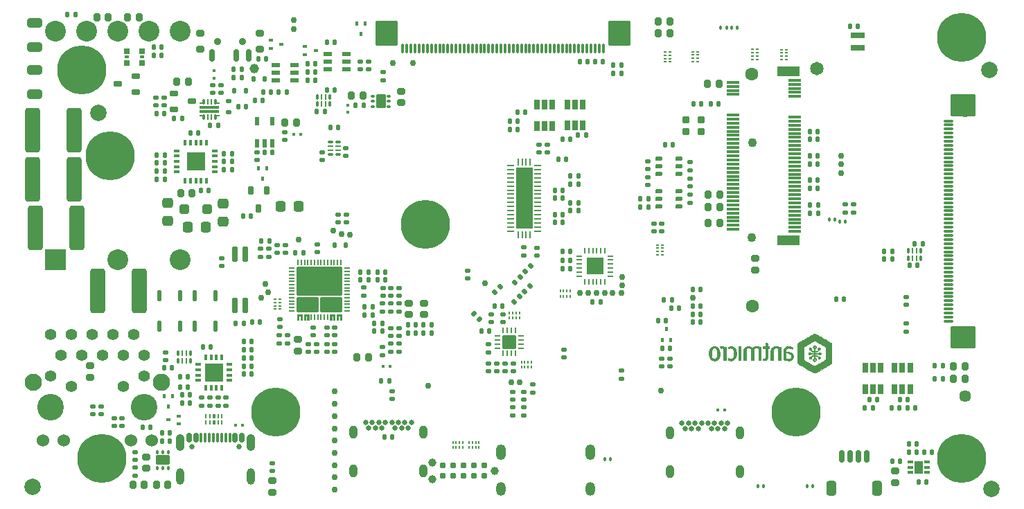
<source format=gbr>
%TF.GenerationSoftware,KiCad,Pcbnew,8.0.8*%
%TF.CreationDate,2025-02-13T16:32:43+11:00*%
%TF.ProjectId,jetson-orin-baseboard,6a657473-6f6e-42d6-9f72-696e2d626173,1.3.0*%
%TF.SameCoordinates,PX1c5f2f0PY7ac91b0*%
%TF.FileFunction,Soldermask,Bot*%
%TF.FilePolarity,Negative*%
%FSLAX46Y46*%
G04 Gerber Fmt 4.6, Leading zero omitted, Abs format (unit mm)*
G04 Created by KiCad (PCBNEW 8.0.8) date 2025-02-13 16:32:43*
%MOMM*%
%LPD*%
G01*
G04 APERTURE LIST*
G04 Aperture macros list*
%AMRoundRect*
0 Rectangle with rounded corners*
0 $1 Rounding radius*
0 $2 $3 $4 $5 $6 $7 $8 $9 X,Y pos of 4 corners*
0 Add a 4 corners polygon primitive as box body*
4,1,4,$2,$3,$4,$5,$6,$7,$8,$9,$2,$3,0*
0 Add four circle primitives for the rounded corners*
1,1,$1+$1,$2,$3*
1,1,$1+$1,$4,$5*
1,1,$1+$1,$6,$7*
1,1,$1+$1,$8,$9*
0 Add four rect primitives between the rounded corners*
20,1,$1+$1,$2,$3,$4,$5,0*
20,1,$1+$1,$4,$5,$6,$7,0*
20,1,$1+$1,$6,$7,$8,$9,0*
20,1,$1+$1,$8,$9,$2,$3,0*%
%AMFreePoly0*
4,1,5,0.300000,-0.300000,-0.300000,-0.300000,-0.300000,0.300000,0.300000,0.300000,0.300000,-0.300000,0.300000,-0.300000,$1*%
G04 Aperture macros list end*
%ADD10C,0.001395*%
%ADD11C,0.000100*%
%ADD12C,6.000000*%
%ADD13C,1.150000*%
%ADD14C,1.650000*%
%ADD15C,0.650000*%
%ADD16O,1.000000X1.600000*%
%ADD17R,2.540000X2.540000*%
%ADD18C,2.540000*%
%ADD19C,3.250000*%
%ADD20C,1.397000*%
%ADD21C,1.524000*%
%ADD22C,2.100000*%
%ADD23C,2.108200*%
%ADD24O,1.200000X1.900000*%
%ADD25O,1.200000X1.700000*%
%ADD26C,1.450000*%
%ADD27C,1.100000*%
%ADD28C,1.600000*%
%ADD29RoundRect,0.147500X0.147500X0.172500X-0.147500X0.172500X-0.147500X-0.172500X0.147500X-0.172500X0*%
%ADD30RoundRect,0.250000X0.650000X2.450000X-0.650000X2.450000X-0.650000X-2.450000X0.650000X-2.450000X0*%
%ADD31C,2.000000*%
%ADD32RoundRect,0.090000X0.410000X0.210000X-0.410000X0.210000X-0.410000X-0.210000X0.410000X-0.210000X0*%
%ADD33C,0.750000*%
%ADD34RoundRect,0.147500X-0.147500X-0.172500X0.147500X-0.172500X0.147500X0.172500X-0.147500X0.172500X0*%
%ADD35R,0.700000X1.200000*%
%ADD36RoundRect,0.147500X-0.017678X0.226274X-0.226274X0.017678X0.017678X-0.226274X0.226274X-0.017678X0*%
%ADD37RoundRect,0.077500X0.077500X-0.297500X0.077500X0.297500X-0.077500X0.297500X-0.077500X-0.297500X0*%
%ADD38RoundRect,0.077500X0.297500X-0.077500X0.297500X0.077500X-0.297500X0.077500X-0.297500X-0.077500X0*%
%ADD39R,2.200000X2.200000*%
%ADD40RoundRect,0.160000X-0.340000X0.240000X-0.340000X-0.240000X0.340000X-0.240000X0.340000X0.240000X0*%
%ADD41RoundRect,0.147500X0.172500X-0.147500X0.172500X0.147500X-0.172500X0.147500X-0.172500X-0.147500X0*%
%ADD42RoundRect,0.200000X0.250000X-0.200000X0.250000X0.200000X-0.250000X0.200000X-0.250000X-0.200000X0*%
%ADD43RoundRect,0.100000X-0.100000X0.125000X-0.100000X-0.125000X0.100000X-0.125000X0.100000X0.125000X0*%
%ADD44RoundRect,0.112000X-0.748000X0.448000X-0.748000X-0.448000X0.748000X-0.448000X0.748000X0.448000X0*%
%ADD45RoundRect,0.147500X-0.172500X0.147500X-0.172500X-0.147500X0.172500X-0.147500X0.172500X0.147500X0*%
%ADD46RoundRect,0.050000X-0.150000X0.050000X-0.150000X-0.050000X0.150000X-0.050000X0.150000X0.050000X0*%
%ADD47RoundRect,0.075000X-0.075000X-0.175000X0.075000X-0.175000X0.075000X0.175000X-0.075000X0.175000X0*%
%ADD48RoundRect,0.160000X0.240000X0.340000X-0.240000X0.340000X-0.240000X-0.340000X0.240000X-0.340000X0*%
%ADD49RoundRect,0.147500X0.017678X-0.226274X0.226274X-0.017678X-0.017678X0.226274X-0.226274X0.017678X0*%
%ADD50RoundRect,0.160000X0.340000X-0.240000X0.340000X0.240000X-0.340000X0.240000X-0.340000X-0.240000X0*%
%ADD51RoundRect,0.300000X0.350000X-0.300000X0.350000X0.300000X-0.350000X0.300000X-0.350000X-0.300000X0*%
%ADD52RoundRect,0.160000X-0.240000X-0.340000X0.240000X-0.340000X0.240000X0.340000X-0.240000X0.340000X0*%
%ADD53RoundRect,0.062500X0.375000X0.062500X-0.375000X0.062500X-0.375000X-0.062500X0.375000X-0.062500X0*%
%ADD54RoundRect,0.062500X0.062500X0.375000X-0.062500X0.375000X-0.062500X-0.375000X0.062500X-0.375000X0*%
%ADD55R,2.050000X7.550000*%
%ADD56R,0.510000X0.400000*%
%ADD57RoundRect,0.050000X0.150000X-0.050000X0.150000X0.050000X-0.150000X0.050000X-0.150000X-0.050000X0*%
%ADD58R,0.550000X1.000000*%
%ADD59RoundRect,0.081250X-0.118750X-0.081250X0.118750X-0.081250X0.118750X0.081250X-0.118750X0.081250X0*%
%ADD60RoundRect,0.075000X0.225000X0.075000X-0.225000X0.075000X-0.225000X-0.075000X0.225000X-0.075000X0*%
%ADD61RoundRect,0.062500X0.237500X0.062500X-0.237500X0.062500X-0.237500X-0.062500X0.237500X-0.062500X0*%
%ADD62RoundRect,0.075000X0.075000X-0.225000X0.075000X0.225000X-0.075000X0.225000X-0.075000X-0.225000X0*%
%ADD63RoundRect,0.062500X0.062500X-0.237500X0.062500X0.237500X-0.062500X0.237500X-0.062500X-0.237500X0*%
%ADD64RoundRect,0.300000X0.300000X0.300000X-0.300000X0.300000X-0.300000X-0.300000X0.300000X-0.300000X0*%
%ADD65RoundRect,0.300000X-0.300000X-0.350000X0.300000X-0.350000X0.300000X0.350000X-0.300000X0.350000X0*%
%ADD66RoundRect,0.050000X-0.050000X-0.150000X0.050000X-0.150000X0.050000X0.150000X-0.050000X0.150000X0*%
%ADD67RoundRect,0.147500X-0.226274X-0.017678X-0.017678X-0.226274X0.226274X0.017678X0.017678X0.226274X0*%
%ADD68RoundRect,0.125000X0.125000X0.175000X-0.125000X0.175000X-0.125000X-0.175000X0.125000X-0.175000X0*%
%ADD69RoundRect,0.125000X-0.125000X-0.175000X0.125000X-0.175000X0.125000X0.175000X-0.125000X0.175000X0*%
%ADD70RoundRect,0.062500X0.062500X0.237500X-0.062500X0.237500X-0.062500X-0.237500X0.062500X-0.237500X0*%
%ADD71RoundRect,0.062500X0.237500X-0.062500X0.237500X0.062500X-0.237500X0.062500X-0.237500X-0.062500X0*%
%ADD72RoundRect,0.062500X-0.062500X-0.237500X0.062500X-0.237500X0.062500X0.237500X-0.062500X0.237500X0*%
%ADD73RoundRect,0.062500X-0.237500X0.062500X-0.237500X-0.062500X0.237500X-0.062500X0.237500X0.062500X0*%
%ADD74RoundRect,0.105000X-0.945000X0.945000X-0.945000X-0.945000X0.945000X-0.945000X0.945000X0.945000X0*%
%ADD75RoundRect,0.125000X0.175000X-0.125000X0.175000X0.125000X-0.175000X0.125000X-0.175000X-0.125000X0*%
%ADD76RoundRect,0.082500X-0.417500X0.192500X-0.417500X-0.192500X0.417500X-0.192500X0.417500X0.192500X0*%
%ADD77RoundRect,0.287500X-0.612500X0.287500X-0.612500X-0.287500X0.612500X-0.287500X0.612500X0.287500X0*%
%ADD78C,0.990600*%
%ADD79C,0.787400*%
%ADD80RoundRect,0.081250X-0.081250X0.118750X-0.081250X-0.118750X0.081250X-0.118750X0.081250X0.118750X0*%
%ADD81RoundRect,0.150000X-0.150000X-0.625000X0.150000X-0.625000X0.150000X0.625000X-0.150000X0.625000X0*%
%ADD82RoundRect,0.300000X0.300000X0.600000X-0.300000X0.600000X-0.300000X-0.600000X0.300000X-0.600000X0*%
%ADD83FreePoly0,90.000000*%
%ADD84R,0.600000X0.400000*%
%ADD85RoundRect,0.075000X-0.075000X0.225000X-0.075000X-0.225000X0.075000X-0.225000X0.075000X0.225000X0*%
%ADD86RoundRect,0.062500X-0.062500X0.237500X-0.062500X-0.237500X0.062500X-0.237500X0.062500X0.237500X0*%
%ADD87RoundRect,0.120000X0.120000X-0.580000X0.120000X0.580000X-0.120000X0.580000X-0.120000X-0.580000X0*%
%ADD88R,0.800000X0.400000*%
%ADD89R,0.400000X0.800000*%
%ADD90R,2.300000X2.300000*%
%ADD91RoundRect,0.090000X-0.210000X0.410000X-0.210000X-0.410000X0.210000X-0.410000X0.210000X0.410000X0*%
%ADD92RoundRect,0.062500X0.062500X0.212500X-0.062500X0.212500X-0.062500X-0.212500X0.062500X-0.212500X0*%
%ADD93RoundRect,0.100000X0.100000X0.175000X-0.100000X0.175000X-0.100000X-0.175000X0.100000X-0.175000X0*%
%ADD94R,0.400000X0.510000*%
%ADD95RoundRect,0.050000X0.050000X0.150000X-0.050000X0.150000X-0.050000X-0.150000X0.050000X-0.150000X0*%
%ADD96RoundRect,0.150000X0.150000X0.425000X-0.150000X0.425000X-0.150000X-0.425000X0.150000X-0.425000X0*%
%ADD97RoundRect,0.075000X0.075000X0.500000X-0.075000X0.500000X-0.075000X-0.500000X0.075000X-0.500000X0*%
%ADD98O,1.000000X2.000000*%
%ADD99O,1.050000X2.100000*%
%ADD100RoundRect,0.082500X0.317500X0.192500X-0.317500X0.192500X-0.317500X-0.192500X0.317500X-0.192500X0*%
%ADD101C,0.900000*%
%ADD102RoundRect,0.175000X-0.175000X-0.575000X0.175000X-0.575000X0.175000X0.575000X-0.175000X0.575000X0*%
%ADD103RoundRect,0.200000X-0.300000X-0.200000X0.300000X-0.200000X0.300000X0.200000X-0.300000X0.200000X0*%
%ADD104RoundRect,0.075000X-0.075000X-0.525000X0.075000X-0.525000X0.075000X0.525000X-0.075000X0.525000X0*%
%ADD105RoundRect,0.135000X-1.215000X-1.365000X1.215000X-1.365000X1.215000X1.365000X-1.215000X1.365000X0*%
%ADD106R,1.800000X0.750000*%
%ADD107RoundRect,0.082500X0.417500X-0.192500X0.417500X0.192500X-0.417500X0.192500X-0.417500X-0.192500X0*%
%ADD108RoundRect,0.075000X0.075000X0.175000X-0.075000X0.175000X-0.075000X-0.175000X0.075000X-0.175000X0*%
%ADD109RoundRect,0.287500X0.612500X-0.287500X0.612500X0.287500X-0.612500X0.287500X-0.612500X-0.287500X0*%
%ADD110RoundRect,0.081250X0.081250X-0.118750X0.081250X0.118750X-0.081250X0.118750X-0.081250X-0.118750X0*%
%ADD111RoundRect,0.097500X-0.227500X-0.827500X0.227500X-0.827500X0.227500X0.827500X-0.227500X0.827500X0*%
%ADD112R,1.550000X0.300000*%
%ADD113R,2.750000X1.200000*%
%ADD114RoundRect,0.050000X-0.075000X0.250000X-0.075000X-0.250000X0.075000X-0.250000X0.075000X0.250000X0*%
%ADD115RoundRect,0.050000X0.250000X0.075000X-0.250000X0.075000X-0.250000X-0.075000X0.250000X-0.075000X0*%
%ADD116RoundRect,0.050000X0.075000X-0.250000X0.075000X0.250000X-0.075000X0.250000X-0.075000X-0.250000X0*%
%ADD117RoundRect,0.050000X-0.250000X-0.075000X0.250000X-0.075000X0.250000X0.075000X-0.250000X0.075000X0*%
%ADD118RoundRect,0.050000X-0.790000X0.790000X-0.790000X-0.790000X0.790000X-0.790000X0.790000X0.790000X0*%
%ADD119R,0.650000X0.350000*%
%ADD120R,1.000000X1.600000*%
%ADD121RoundRect,0.100000X-0.125000X-0.100000X0.125000X-0.100000X0.125000X0.100000X-0.125000X0.100000X0*%
%ADD122RoundRect,0.112000X-0.448000X-0.748000X0.448000X-0.748000X0.448000X0.748000X-0.448000X0.748000X0*%
%ADD123RoundRect,0.050000X-0.100000X0.250000X-0.100000X-0.250000X0.100000X-0.250000X0.100000X0.250000X0*%
%ADD124RoundRect,0.050000X0.275000X-0.075000X0.275000X0.075000X-0.275000X0.075000X-0.275000X-0.075000X0*%
%ADD125RoundRect,0.075000X-1.125000X0.075000X-1.125000X-0.075000X1.125000X-0.075000X1.125000X0.075000X0*%
%ADD126RoundRect,0.050000X0.100000X-0.250000X0.100000X0.250000X-0.100000X0.250000X-0.100000X-0.250000X0*%
%ADD127RoundRect,0.081250X0.118750X0.081250X-0.118750X0.081250X-0.118750X-0.081250X0.118750X-0.081250X0*%
%ADD128RoundRect,0.050000X0.050000X-0.300000X0.050000X0.300000X-0.050000X0.300000X-0.050000X-0.300000X0*%
%ADD129RoundRect,0.050000X-0.300000X-0.050000X0.300000X-0.050000X0.300000X0.050000X-0.300000X0.050000X0*%
%ADD130RoundRect,0.105714X-1.244286X-0.819286X1.244286X-0.819286X1.244286X0.819286X-1.244286X0.819286X0*%
%ADD131RoundRect,0.105714X-1.219286X-0.819286X1.219286X-0.819286X1.219286X0.819286X-1.219286X0.819286X0*%
%ADD132RoundRect,0.102941X-2.697059X-1.647059X2.697059X-1.647059X2.697059X1.647059X-2.697059X1.647059X0*%
%ADD133RoundRect,0.090000X-0.410000X-0.210000X0.410000X-0.210000X0.410000X0.210000X-0.410000X0.210000X0*%
%ADD134RoundRect,0.075000X-0.525000X0.075000X-0.525000X-0.075000X0.525000X-0.075000X0.525000X0.075000X0*%
%ADD135RoundRect,0.135000X-1.365000X1.215000X-1.365000X-1.215000X1.365000X-1.215000X1.365000X1.215000X0*%
G04 APERTURE END LIST*
D10*
%TO.C,REF\u002A\u002A*%
X88026500Y17001000D02*
X87743500Y17001000D01*
X87743500Y18679000D01*
X88026500Y18679000D01*
X88026500Y17001000D01*
G36*
X88026500Y17001000D02*
G01*
X87743500Y17001000D01*
X87743500Y18679000D01*
X88026500Y18679000D01*
X88026500Y17001000D01*
G37*
X85697500Y18699000D02*
X85761500Y18697000D01*
X85849500Y18691000D01*
X85923500Y18682000D01*
X85992500Y18667000D01*
X86059500Y18649000D01*
X86133500Y18624000D01*
X86220500Y18593000D01*
X86220500Y17001000D01*
X85936500Y17001000D01*
X85936500Y18467000D01*
X85904500Y18479000D01*
X85889500Y18484000D01*
X85819500Y18499000D01*
X85737500Y18504000D01*
X85655500Y18499000D01*
X85582500Y18483000D01*
X85580500Y18483000D01*
X85569500Y18485000D01*
X85558500Y18499000D01*
X85546500Y18528000D01*
X85530500Y18577000D01*
X85524500Y18595000D01*
X85511500Y18639000D01*
X85503500Y18673000D01*
X85498500Y18691000D01*
X85500500Y18693000D01*
X85508500Y18698000D01*
X85529500Y18701000D01*
X85566500Y18702000D01*
X85620500Y18702000D01*
X85697500Y18699000D01*
G36*
X85697500Y18699000D02*
G01*
X85761500Y18697000D01*
X85849500Y18691000D01*
X85923500Y18682000D01*
X85992500Y18667000D01*
X86059500Y18649000D01*
X86133500Y18624000D01*
X86220500Y18593000D01*
X86220500Y17001000D01*
X85936500Y17001000D01*
X85936500Y18467000D01*
X85904500Y18479000D01*
X85889500Y18484000D01*
X85819500Y18499000D01*
X85737500Y18504000D01*
X85655500Y18499000D01*
X85582500Y18483000D01*
X85580500Y18483000D01*
X85569500Y18485000D01*
X85558500Y18499000D01*
X85546500Y18528000D01*
X85530500Y18577000D01*
X85524500Y18595000D01*
X85511500Y18639000D01*
X85503500Y18673000D01*
X85498500Y18691000D01*
X85500500Y18693000D01*
X85508500Y18698000D01*
X85529500Y18701000D01*
X85566500Y18702000D01*
X85620500Y18702000D01*
X85697500Y18699000D01*
G37*
X91072500Y19136000D02*
X91102500Y19128000D01*
X91147500Y19114000D01*
X91199500Y19098000D01*
X91334500Y19055000D01*
X91334500Y18679000D01*
X91523500Y18679000D01*
X91523500Y18489000D01*
X91335500Y18489000D01*
X91331500Y17878000D01*
X91328500Y17264000D01*
X91286500Y17185000D01*
X91271500Y17158000D01*
X91224500Y17092000D01*
X91166500Y17046000D01*
X91095500Y17011000D01*
X91068500Y17003000D01*
X91027500Y16995000D01*
X90979500Y16992000D01*
X90915500Y16992000D01*
X90882500Y16994000D01*
X90835500Y16997000D01*
X90798500Y17001000D01*
X90782500Y17005000D01*
X90775500Y17016000D01*
X90769500Y17050000D01*
X90767500Y17105000D01*
X90767500Y17197000D01*
X90841500Y17193000D01*
X90887500Y17194000D01*
X90945500Y17207000D01*
X90989500Y17236000D01*
X91024500Y17286000D01*
X91051500Y17337000D01*
X91051500Y18489000D01*
X90767500Y18489000D01*
X90767500Y18679000D01*
X91051500Y18679000D01*
X91051500Y18909000D01*
X91051500Y18918000D01*
X91051500Y18989000D01*
X91052500Y19049000D01*
X91054500Y19096000D01*
X91056500Y19128000D01*
X91058500Y19140000D01*
X91072500Y19136000D01*
G36*
X91072500Y19136000D02*
G01*
X91102500Y19128000D01*
X91147500Y19114000D01*
X91199500Y19098000D01*
X91334500Y19055000D01*
X91334500Y18679000D01*
X91523500Y18679000D01*
X91523500Y18489000D01*
X91335500Y18489000D01*
X91331500Y17878000D01*
X91328500Y17264000D01*
X91286500Y17185000D01*
X91271500Y17158000D01*
X91224500Y17092000D01*
X91166500Y17046000D01*
X91095500Y17011000D01*
X91068500Y17003000D01*
X91027500Y16995000D01*
X90979500Y16992000D01*
X90915500Y16992000D01*
X90882500Y16994000D01*
X90835500Y16997000D01*
X90798500Y17001000D01*
X90782500Y17005000D01*
X90775500Y17016000D01*
X90769500Y17050000D01*
X90767500Y17105000D01*
X90767500Y17197000D01*
X90841500Y17193000D01*
X90887500Y17194000D01*
X90945500Y17207000D01*
X90989500Y17236000D01*
X91024500Y17286000D01*
X91051500Y17337000D01*
X91051500Y18489000D01*
X90767500Y18489000D01*
X90767500Y18679000D01*
X91051500Y18679000D01*
X91051500Y18909000D01*
X91051500Y18918000D01*
X91051500Y18989000D01*
X91052500Y19049000D01*
X91054500Y19096000D01*
X91056500Y19128000D01*
X91058500Y19140000D01*
X91072500Y19136000D01*
G37*
X92481500Y18695000D02*
X92549500Y18691000D01*
X92608500Y18683000D01*
X92668500Y18670000D01*
X92731500Y18652000D01*
X92807500Y18628000D01*
X92916500Y18593000D01*
X92916500Y17001000D01*
X92632500Y17001000D01*
X92630500Y17736000D01*
X92626500Y18469000D01*
X92582500Y18485000D01*
X92521500Y18501000D01*
X92436500Y18514000D01*
X92347500Y18518000D01*
X92269500Y18513000D01*
X92241500Y18509000D01*
X92164500Y18488000D01*
X92106500Y18458000D01*
X92056500Y18413000D01*
X92055500Y18412000D01*
X92040500Y18394000D01*
X92027500Y18377000D01*
X92016500Y18357000D01*
X92008500Y18335000D01*
X92001500Y18306000D01*
X91996500Y18268000D01*
X91991500Y18221000D01*
X91988500Y18163000D01*
X91986500Y18090000D01*
X91985500Y18003000D01*
X91984500Y17897000D01*
X91984500Y17772000D01*
X91984500Y17626000D01*
X91984500Y17001000D01*
X91699500Y17001000D01*
X91699500Y17631000D01*
X91699500Y17776000D01*
X91699500Y17901000D01*
X91700500Y18008000D01*
X91701500Y18095000D01*
X91703500Y18170000D01*
X91706500Y18230000D01*
X91710500Y18278000D01*
X91717500Y18319000D01*
X91723500Y18351000D01*
X91732500Y18379000D01*
X91742500Y18405000D01*
X91754500Y18431000D01*
X91767500Y18458000D01*
X91811500Y18521000D01*
X91879500Y18583000D01*
X91965500Y18633000D01*
X92072500Y18674000D01*
X92084500Y18679000D01*
X92118500Y18686000D01*
X92156500Y18692000D01*
X92204500Y18695000D01*
X92267500Y18696000D01*
X92349500Y18697000D01*
X92398500Y18697000D01*
X92481500Y18695000D01*
G36*
X92481500Y18695000D02*
G01*
X92549500Y18691000D01*
X92608500Y18683000D01*
X92668500Y18670000D01*
X92731500Y18652000D01*
X92807500Y18628000D01*
X92916500Y18593000D01*
X92916500Y17001000D01*
X92632500Y17001000D01*
X92630500Y17736000D01*
X92626500Y18469000D01*
X92582500Y18485000D01*
X92521500Y18501000D01*
X92436500Y18514000D01*
X92347500Y18518000D01*
X92269500Y18513000D01*
X92241500Y18509000D01*
X92164500Y18488000D01*
X92106500Y18458000D01*
X92056500Y18413000D01*
X92055500Y18412000D01*
X92040500Y18394000D01*
X92027500Y18377000D01*
X92016500Y18357000D01*
X92008500Y18335000D01*
X92001500Y18306000D01*
X91996500Y18268000D01*
X91991500Y18221000D01*
X91988500Y18163000D01*
X91986500Y18090000D01*
X91985500Y18003000D01*
X91984500Y17897000D01*
X91984500Y17772000D01*
X91984500Y17626000D01*
X91984500Y17001000D01*
X91699500Y17001000D01*
X91699500Y17631000D01*
X91699500Y17776000D01*
X91699500Y17901000D01*
X91700500Y18008000D01*
X91701500Y18095000D01*
X91703500Y18170000D01*
X91706500Y18230000D01*
X91710500Y18278000D01*
X91717500Y18319000D01*
X91723500Y18351000D01*
X91732500Y18379000D01*
X91742500Y18405000D01*
X91754500Y18431000D01*
X91767500Y18458000D01*
X91811500Y18521000D01*
X91879500Y18583000D01*
X91965500Y18633000D01*
X92072500Y18674000D01*
X92084500Y18679000D01*
X92118500Y18686000D01*
X92156500Y18692000D01*
X92204500Y18695000D01*
X92267500Y18696000D01*
X92349500Y18697000D01*
X92398500Y18697000D01*
X92481500Y18695000D01*
G37*
X89070500Y18697000D02*
X89190500Y18671000D01*
X89298500Y18628000D01*
X89392500Y18566000D01*
X89443500Y18524000D01*
X89519500Y18584000D01*
X89545500Y18601000D01*
X89604500Y18637000D01*
X89665500Y18664000D01*
X89735500Y18683000D01*
X89817500Y18694000D01*
X89916500Y18700000D01*
X90041500Y18700000D01*
X90160500Y18690000D01*
X90279500Y18666000D01*
X90406500Y18631000D01*
X90518500Y18594000D01*
X90518500Y17001000D01*
X90247500Y17001000D01*
X90247500Y18464000D01*
X90215500Y18475000D01*
X90194500Y18483000D01*
X90160500Y18494000D01*
X90128500Y18501000D01*
X90090500Y18507000D01*
X90037500Y18514000D01*
X89939500Y18519000D01*
X89842500Y18509000D01*
X89759500Y18485000D01*
X89693500Y18446000D01*
X89642500Y18392000D01*
X89610500Y18326000D01*
X89608500Y18312000D01*
X89606500Y18276000D01*
X89602500Y18222000D01*
X89600500Y18148000D01*
X89600500Y18055000D01*
X89598500Y17938000D01*
X89598500Y17801000D01*
X89598500Y17640000D01*
X89598500Y17001000D01*
X89314500Y17001000D01*
X89314500Y18369000D01*
X89263500Y18413000D01*
X89207500Y18456000D01*
X89127500Y18493000D01*
X89046500Y18514000D01*
X88962500Y18518000D01*
X88884500Y18506000D01*
X88812500Y18476000D01*
X88751500Y18431000D01*
X88704500Y18368000D01*
X88671500Y18307000D01*
X88667500Y17655000D01*
X88663500Y17001000D01*
X88380500Y17001000D01*
X88380500Y17627000D01*
X88380500Y17733000D01*
X88380500Y17865000D01*
X88381500Y17976000D01*
X88383500Y18068000D01*
X88385500Y18145000D01*
X88387500Y18208000D01*
X88391500Y18260000D01*
X88396500Y18303000D01*
X88401500Y18338000D01*
X88409500Y18366000D01*
X88417500Y18392000D01*
X88428500Y18417000D01*
X88441500Y18443000D01*
X88472500Y18495000D01*
X88538500Y18570000D01*
X88621500Y18626000D01*
X88719500Y18668000D01*
X88835500Y18694000D01*
X88965500Y18702000D01*
X89070500Y18697000D01*
G36*
X89070500Y18697000D02*
G01*
X89190500Y18671000D01*
X89298500Y18628000D01*
X89392500Y18566000D01*
X89443500Y18524000D01*
X89519500Y18584000D01*
X89545500Y18601000D01*
X89604500Y18637000D01*
X89665500Y18664000D01*
X89735500Y18683000D01*
X89817500Y18694000D01*
X89916500Y18700000D01*
X90041500Y18700000D01*
X90160500Y18690000D01*
X90279500Y18666000D01*
X90406500Y18631000D01*
X90518500Y18594000D01*
X90518500Y17001000D01*
X90247500Y17001000D01*
X90247500Y18464000D01*
X90215500Y18475000D01*
X90194500Y18483000D01*
X90160500Y18494000D01*
X90128500Y18501000D01*
X90090500Y18507000D01*
X90037500Y18514000D01*
X89939500Y18519000D01*
X89842500Y18509000D01*
X89759500Y18485000D01*
X89693500Y18446000D01*
X89642500Y18392000D01*
X89610500Y18326000D01*
X89608500Y18312000D01*
X89606500Y18276000D01*
X89602500Y18222000D01*
X89600500Y18148000D01*
X89600500Y18055000D01*
X89598500Y17938000D01*
X89598500Y17801000D01*
X89598500Y17640000D01*
X89598500Y17001000D01*
X89314500Y17001000D01*
X89314500Y18369000D01*
X89263500Y18413000D01*
X89207500Y18456000D01*
X89127500Y18493000D01*
X89046500Y18514000D01*
X88962500Y18518000D01*
X88884500Y18506000D01*
X88812500Y18476000D01*
X88751500Y18431000D01*
X88704500Y18368000D01*
X88671500Y18307000D01*
X88667500Y17655000D01*
X88663500Y17001000D01*
X88380500Y17001000D01*
X88380500Y17627000D01*
X88380500Y17733000D01*
X88380500Y17865000D01*
X88381500Y17976000D01*
X88383500Y18068000D01*
X88385500Y18145000D01*
X88387500Y18208000D01*
X88391500Y18260000D01*
X88396500Y18303000D01*
X88401500Y18338000D01*
X88409500Y18366000D01*
X88417500Y18392000D01*
X88428500Y18417000D01*
X88441500Y18443000D01*
X88472500Y18495000D01*
X88538500Y18570000D01*
X88621500Y18626000D01*
X88719500Y18668000D01*
X88835500Y18694000D01*
X88965500Y18702000D01*
X89070500Y18697000D01*
G37*
X85466500Y17719000D02*
X85445500Y17559000D01*
X85420500Y17450000D01*
X85373500Y17326000D01*
X85313500Y17220000D01*
X85237500Y17131000D01*
X85147500Y17062000D01*
X85045500Y17010000D01*
X84928500Y16978000D01*
X84838500Y16970000D01*
X84737500Y16975000D01*
X84639500Y16992000D01*
X84546500Y17022000D01*
X84468500Y17060000D01*
X84420500Y17095000D01*
X84341500Y17175000D01*
X84274500Y17272000D01*
X84221500Y17384000D01*
X84183500Y17513000D01*
X84157500Y17656000D01*
X84149500Y17810000D01*
X84150946Y17858000D01*
X84431500Y17858000D01*
X84437500Y17710000D01*
X84450500Y17589000D01*
X84476500Y17474000D01*
X84510500Y17377000D01*
X84554500Y17301000D01*
X84609500Y17240000D01*
X84675500Y17198000D01*
X84700500Y17186000D01*
X84780500Y17167000D01*
X84857500Y17170000D01*
X84931500Y17193000D01*
X85000500Y17234000D01*
X85059500Y17296000D01*
X85104500Y17373000D01*
X85141500Y17472000D01*
X85167500Y17587000D01*
X85183500Y17714000D01*
X85188500Y17847000D01*
X85183500Y17979000D01*
X85167500Y18105000D01*
X85139500Y18220000D01*
X85103500Y18320000D01*
X85082500Y18357000D01*
X85029500Y18425000D01*
X84966500Y18474000D01*
X84896500Y18506000D01*
X84821500Y18519000D01*
X84745500Y18512000D01*
X84672500Y18486000D01*
X84604500Y18439000D01*
X84574500Y18405000D01*
X84524500Y18329000D01*
X84484500Y18234000D01*
X84455500Y18123000D01*
X84437500Y17996000D01*
X84431500Y17858000D01*
X84150946Y17858000D01*
X84154500Y17976000D01*
X84164500Y18067000D01*
X84192500Y18209000D01*
X84237500Y18334000D01*
X84297500Y18442000D01*
X84370500Y18532000D01*
X84410500Y18570000D01*
X84495500Y18628000D01*
X84588500Y18670000D01*
X84694500Y18695000D01*
X84814500Y18703000D01*
X84851500Y18702000D01*
X84971500Y18687000D01*
X85079500Y18651000D01*
X85175500Y18596000D01*
X85260500Y18520000D01*
X85279500Y18498000D01*
X85345500Y18401000D01*
X85397500Y18288000D01*
X85437500Y18161000D01*
X85460500Y18022000D01*
X85471500Y17873000D01*
X85470500Y17847000D01*
X85466500Y17719000D01*
G36*
X85466500Y17719000D02*
G01*
X85445500Y17559000D01*
X85420500Y17450000D01*
X85373500Y17326000D01*
X85313500Y17220000D01*
X85237500Y17131000D01*
X85147500Y17062000D01*
X85045500Y17010000D01*
X84928500Y16978000D01*
X84838500Y16970000D01*
X84737500Y16975000D01*
X84639500Y16992000D01*
X84546500Y17022000D01*
X84468500Y17060000D01*
X84420500Y17095000D01*
X84341500Y17175000D01*
X84274500Y17272000D01*
X84221500Y17384000D01*
X84183500Y17513000D01*
X84157500Y17656000D01*
X84149500Y17810000D01*
X84150946Y17858000D01*
X84431500Y17858000D01*
X84437500Y17710000D01*
X84450500Y17589000D01*
X84476500Y17474000D01*
X84510500Y17377000D01*
X84554500Y17301000D01*
X84609500Y17240000D01*
X84675500Y17198000D01*
X84700500Y17186000D01*
X84780500Y17167000D01*
X84857500Y17170000D01*
X84931500Y17193000D01*
X85000500Y17234000D01*
X85059500Y17296000D01*
X85104500Y17373000D01*
X85141500Y17472000D01*
X85167500Y17587000D01*
X85183500Y17714000D01*
X85188500Y17847000D01*
X85183500Y17979000D01*
X85167500Y18105000D01*
X85139500Y18220000D01*
X85103500Y18320000D01*
X85082500Y18357000D01*
X85029500Y18425000D01*
X84966500Y18474000D01*
X84896500Y18506000D01*
X84821500Y18519000D01*
X84745500Y18512000D01*
X84672500Y18486000D01*
X84604500Y18439000D01*
X84574500Y18405000D01*
X84524500Y18329000D01*
X84484500Y18234000D01*
X84455500Y18123000D01*
X84437500Y17996000D01*
X84431500Y17858000D01*
X84150946Y17858000D01*
X84154500Y17976000D01*
X84164500Y18067000D01*
X84192500Y18209000D01*
X84237500Y18334000D01*
X84297500Y18442000D01*
X84370500Y18532000D01*
X84410500Y18570000D01*
X84495500Y18628000D01*
X84588500Y18670000D01*
X84694500Y18695000D01*
X84814500Y18703000D01*
X84851500Y18702000D01*
X84971500Y18687000D01*
X85079500Y18651000D01*
X85175500Y18596000D01*
X85260500Y18520000D01*
X85279500Y18498000D01*
X85345500Y18401000D01*
X85397500Y18288000D01*
X85437500Y18161000D01*
X85460500Y18022000D01*
X85471500Y17873000D01*
X85470500Y17847000D01*
X85466500Y17719000D01*
G37*
X86950500Y18696000D02*
X87011500Y18684000D01*
X87091500Y18653000D01*
X87192500Y18595000D01*
X87280500Y18517000D01*
X87353500Y18422000D01*
X87415500Y18308000D01*
X87461500Y18177000D01*
X87470500Y18132000D01*
X87482500Y18050000D01*
X87490500Y17955000D01*
X87494500Y17854000D01*
X87494500Y17755000D01*
X87488500Y17663000D01*
X87477500Y17586000D01*
X87464500Y17521000D01*
X87421500Y17386000D01*
X87365500Y17271000D01*
X87294500Y17172000D01*
X87210500Y17092000D01*
X87112500Y17031000D01*
X87061500Y17008000D01*
X87008500Y16989000D01*
X86963500Y16978000D01*
X86934500Y16974000D01*
X86862500Y16971000D01*
X86782500Y16975000D01*
X86705500Y16983000D01*
X86641500Y16997000D01*
X86630500Y17001000D01*
X86583500Y17019000D01*
X86538500Y17039000D01*
X86503500Y17059000D01*
X86479500Y17077000D01*
X86471500Y17090000D01*
X86474500Y17095000D01*
X86500500Y17163000D01*
X86521500Y17210000D01*
X86535500Y17239000D01*
X86543500Y17255000D01*
X86548500Y17258000D01*
X86590500Y17236000D01*
X86644500Y17212000D01*
X86692500Y17196000D01*
X86739500Y17188000D01*
X86793500Y17186000D01*
X86795500Y17186000D01*
X86846500Y17187000D01*
X86883500Y17191000D01*
X86913500Y17202000D01*
X86950500Y17219000D01*
X86955500Y17222000D01*
X87027500Y17278000D01*
X87088500Y17354000D01*
X87139500Y17449000D01*
X87179500Y17567000D01*
X87187500Y17607000D01*
X87199500Y17687000D01*
X87204500Y17778000D01*
X87206500Y17875000D01*
X87202500Y17969000D01*
X87192500Y18056000D01*
X87179500Y18125000D01*
X87162500Y18182000D01*
X87120500Y18279000D01*
X87070500Y18362000D01*
X87014500Y18428000D01*
X86952500Y18471000D01*
X86878500Y18497000D01*
X86793500Y18504000D01*
X86705500Y18492000D01*
X86614500Y18462000D01*
X86585500Y18449000D01*
X86556500Y18437000D01*
X86540500Y18433000D01*
X86538500Y18435000D01*
X86527500Y18452000D01*
X86514500Y18482000D01*
X86498500Y18519000D01*
X86486500Y18556000D01*
X86476500Y18585000D01*
X86476500Y18599000D01*
X86476500Y18601000D01*
X86498500Y18616000D01*
X86534500Y18634000D01*
X86578500Y18654000D01*
X86627500Y18671000D01*
X86671500Y18685000D01*
X86715500Y18693000D01*
X86792500Y18701000D01*
X86873500Y18702000D01*
X86950500Y18696000D01*
G36*
X86950500Y18696000D02*
G01*
X87011500Y18684000D01*
X87091500Y18653000D01*
X87192500Y18595000D01*
X87280500Y18517000D01*
X87353500Y18422000D01*
X87415500Y18308000D01*
X87461500Y18177000D01*
X87470500Y18132000D01*
X87482500Y18050000D01*
X87490500Y17955000D01*
X87494500Y17854000D01*
X87494500Y17755000D01*
X87488500Y17663000D01*
X87477500Y17586000D01*
X87464500Y17521000D01*
X87421500Y17386000D01*
X87365500Y17271000D01*
X87294500Y17172000D01*
X87210500Y17092000D01*
X87112500Y17031000D01*
X87061500Y17008000D01*
X87008500Y16989000D01*
X86963500Y16978000D01*
X86934500Y16974000D01*
X86862500Y16971000D01*
X86782500Y16975000D01*
X86705500Y16983000D01*
X86641500Y16997000D01*
X86630500Y17001000D01*
X86583500Y17019000D01*
X86538500Y17039000D01*
X86503500Y17059000D01*
X86479500Y17077000D01*
X86471500Y17090000D01*
X86474500Y17095000D01*
X86500500Y17163000D01*
X86521500Y17210000D01*
X86535500Y17239000D01*
X86543500Y17255000D01*
X86548500Y17258000D01*
X86590500Y17236000D01*
X86644500Y17212000D01*
X86692500Y17196000D01*
X86739500Y17188000D01*
X86793500Y17186000D01*
X86795500Y17186000D01*
X86846500Y17187000D01*
X86883500Y17191000D01*
X86913500Y17202000D01*
X86950500Y17219000D01*
X86955500Y17222000D01*
X87027500Y17278000D01*
X87088500Y17354000D01*
X87139500Y17449000D01*
X87179500Y17567000D01*
X87187500Y17607000D01*
X87199500Y17687000D01*
X87204500Y17778000D01*
X87206500Y17875000D01*
X87202500Y17969000D01*
X87192500Y18056000D01*
X87179500Y18125000D01*
X87162500Y18182000D01*
X87120500Y18279000D01*
X87070500Y18362000D01*
X87014500Y18428000D01*
X86952500Y18471000D01*
X86878500Y18497000D01*
X86793500Y18504000D01*
X86705500Y18492000D01*
X86614500Y18462000D01*
X86585500Y18449000D01*
X86556500Y18437000D01*
X86540500Y18433000D01*
X86538500Y18435000D01*
X86527500Y18452000D01*
X86514500Y18482000D01*
X86498500Y18519000D01*
X86486500Y18556000D01*
X86476500Y18585000D01*
X86476500Y18599000D01*
X86476500Y18601000D01*
X86498500Y18616000D01*
X86534500Y18634000D01*
X86578500Y18654000D01*
X86627500Y18671000D01*
X86671500Y18685000D01*
X86715500Y18693000D01*
X86792500Y18701000D01*
X86873500Y18702000D01*
X86950500Y18696000D01*
G37*
X94461500Y17509000D02*
X94461500Y17454000D01*
X94448500Y17345000D01*
X94416500Y17248000D01*
X94365500Y17166000D01*
X94295500Y17097000D01*
X94206500Y17044000D01*
X94099500Y17003000D01*
X93974500Y16978000D01*
X93911500Y16972000D01*
X93790500Y16970000D01*
X93663500Y16979000D01*
X93540500Y16997000D01*
X93424500Y17026000D01*
X93325500Y17061000D01*
X93271500Y17086000D01*
X93271500Y17662000D01*
X93271500Y17730000D01*
X93271500Y17857000D01*
X93272181Y17936000D01*
X93530500Y17936000D01*
X93530500Y17193000D01*
X93586500Y17173000D01*
X93593500Y17171000D01*
X93643500Y17160000D01*
X93707500Y17152000D01*
X93778500Y17148000D01*
X93847500Y17148000D01*
X93909500Y17151000D01*
X93956500Y17159000D01*
X93992500Y17171000D01*
X94068500Y17212000D01*
X94125500Y17266000D01*
X94166500Y17338000D01*
X94186500Y17422000D01*
X94190500Y17519000D01*
X94189500Y17532000D01*
X94170500Y17616000D01*
X94131500Y17691000D01*
X94073500Y17754000D01*
X93996500Y17809000D01*
X93896500Y17855000D01*
X93775500Y17893000D01*
X93756500Y17897000D01*
X93698500Y17911000D01*
X93642500Y17921000D01*
X93598500Y17928000D01*
X93530500Y17936000D01*
X93272181Y17936000D01*
X93272500Y17973000D01*
X93274500Y18073000D01*
X93275500Y18159000D01*
X93278500Y18227000D01*
X93279500Y18275000D01*
X93283500Y18303000D01*
X93296500Y18355000D01*
X93327500Y18431000D01*
X93364500Y18499000D01*
X93408500Y18553000D01*
X93436500Y18580000D01*
X93496500Y18622000D01*
X93565500Y18654000D01*
X93650500Y18681000D01*
X93724500Y18695000D01*
X93837500Y18702000D01*
X93958500Y18697000D01*
X94081500Y18681000D01*
X94198500Y18652000D01*
X94304500Y18614000D01*
X94333500Y18600000D01*
X94359500Y18587000D01*
X94368500Y18580000D01*
X94368500Y18577000D01*
X94361500Y18557000D01*
X94351500Y18524000D01*
X94336500Y18486000D01*
X94323500Y18451000D01*
X94311500Y18423000D01*
X94304500Y18410000D01*
X94295500Y18411000D01*
X94267500Y18421000D01*
X94231500Y18435000D01*
X94222500Y18440000D01*
X94106500Y18478000D01*
X93992500Y18502000D01*
X93883500Y18510000D01*
X93786500Y18501000D01*
X93750500Y18493000D01*
X93674500Y18465000D01*
X93617500Y18422000D01*
X93575500Y18363000D01*
X93548500Y18287000D01*
X93534500Y18192000D01*
X93528500Y18092000D01*
X93650500Y18077000D01*
X93651500Y18077000D01*
X93794500Y18055000D01*
X93928500Y18022000D01*
X94050500Y17983000D01*
X94159500Y17936000D01*
X94250500Y17884000D01*
X94322500Y17829000D01*
X94353500Y17794000D01*
X94411500Y17710000D01*
X94445500Y17615000D01*
X94460500Y17519000D01*
X94461500Y17509000D01*
G36*
X94461500Y17509000D02*
G01*
X94461500Y17454000D01*
X94448500Y17345000D01*
X94416500Y17248000D01*
X94365500Y17166000D01*
X94295500Y17097000D01*
X94206500Y17044000D01*
X94099500Y17003000D01*
X93974500Y16978000D01*
X93911500Y16972000D01*
X93790500Y16970000D01*
X93663500Y16979000D01*
X93540500Y16997000D01*
X93424500Y17026000D01*
X93325500Y17061000D01*
X93271500Y17086000D01*
X93271500Y17662000D01*
X93271500Y17730000D01*
X93271500Y17857000D01*
X93272181Y17936000D01*
X93530500Y17936000D01*
X93530500Y17193000D01*
X93586500Y17173000D01*
X93593500Y17171000D01*
X93643500Y17160000D01*
X93707500Y17152000D01*
X93778500Y17148000D01*
X93847500Y17148000D01*
X93909500Y17151000D01*
X93956500Y17159000D01*
X93992500Y17171000D01*
X94068500Y17212000D01*
X94125500Y17266000D01*
X94166500Y17338000D01*
X94186500Y17422000D01*
X94190500Y17519000D01*
X94189500Y17532000D01*
X94170500Y17616000D01*
X94131500Y17691000D01*
X94073500Y17754000D01*
X93996500Y17809000D01*
X93896500Y17855000D01*
X93775500Y17893000D01*
X93756500Y17897000D01*
X93698500Y17911000D01*
X93642500Y17921000D01*
X93598500Y17928000D01*
X93530500Y17936000D01*
X93272181Y17936000D01*
X93272500Y17973000D01*
X93274500Y18073000D01*
X93275500Y18159000D01*
X93278500Y18227000D01*
X93279500Y18275000D01*
X93283500Y18303000D01*
X93296500Y18355000D01*
X93327500Y18431000D01*
X93364500Y18499000D01*
X93408500Y18553000D01*
X93436500Y18580000D01*
X93496500Y18622000D01*
X93565500Y18654000D01*
X93650500Y18681000D01*
X93724500Y18695000D01*
X93837500Y18702000D01*
X93958500Y18697000D01*
X94081500Y18681000D01*
X94198500Y18652000D01*
X94304500Y18614000D01*
X94333500Y18600000D01*
X94359500Y18587000D01*
X94368500Y18580000D01*
X94368500Y18577000D01*
X94361500Y18557000D01*
X94351500Y18524000D01*
X94336500Y18486000D01*
X94323500Y18451000D01*
X94311500Y18423000D01*
X94304500Y18410000D01*
X94295500Y18411000D01*
X94267500Y18421000D01*
X94231500Y18435000D01*
X94222500Y18440000D01*
X94106500Y18478000D01*
X93992500Y18502000D01*
X93883500Y18510000D01*
X93786500Y18501000D01*
X93750500Y18493000D01*
X93674500Y18465000D01*
X93617500Y18422000D01*
X93575500Y18363000D01*
X93548500Y18287000D01*
X93534500Y18192000D01*
X93528500Y18092000D01*
X93650500Y18077000D01*
X93651500Y18077000D01*
X93794500Y18055000D01*
X93928500Y18022000D01*
X94050500Y17983000D01*
X94159500Y17936000D01*
X94250500Y17884000D01*
X94322500Y17829000D01*
X94353500Y17794000D01*
X94411500Y17710000D01*
X94445500Y17615000D01*
X94460500Y17519000D01*
X94461500Y17509000D01*
G37*
X99150500Y17709000D02*
X99150500Y17510000D01*
X99150500Y17333000D01*
X99149500Y17176000D01*
X99149500Y17042000D01*
X99149500Y16930000D01*
X99147500Y16840000D01*
X99145500Y16773000D01*
X99144500Y16729000D01*
X99141500Y16707000D01*
X99137500Y16695000D01*
X99134500Y16681000D01*
X99131500Y16669000D01*
X99125500Y16657000D01*
X99118500Y16646000D01*
X99107500Y16632000D01*
X99091500Y16616000D01*
X99072500Y16600000D01*
X99044500Y16580000D01*
X99011500Y16556000D01*
X98968500Y16529000D01*
X98918500Y16495000D01*
X98857500Y16459000D01*
X98785500Y16415000D01*
X98700500Y16366000D01*
X98604500Y16308000D01*
X98493500Y16245000D01*
X98368500Y16171000D01*
X98227500Y16090000D01*
X98070500Y16000000D01*
X97894500Y15899000D01*
X97700500Y15788000D01*
X97487500Y15664000D01*
X97139500Y15465000D01*
X97051500Y15469000D01*
X96961500Y15473000D01*
X96011500Y16022000D01*
X95942500Y16062000D01*
X95785500Y16154000D01*
X95647500Y16233000D01*
X95525500Y16304000D01*
X95421500Y16364000D01*
X95331500Y16417000D01*
X95256500Y16463000D01*
X95193500Y16502000D01*
X95141500Y16534000D01*
X95098500Y16564000D01*
X95066500Y16588000D01*
X95041500Y16608000D01*
X95022500Y16626000D01*
X95008500Y16643000D01*
X95000500Y16657000D01*
X94992500Y16673000D01*
X94988500Y16689000D01*
X94982500Y16707000D01*
X94981500Y16721000D01*
X94980500Y16761000D01*
X94977500Y16823000D01*
X94976500Y16907000D01*
X94974500Y17015000D01*
X94973500Y17144000D01*
X94973500Y17295000D01*
X94973500Y17468000D01*
X94973500Y17662000D01*
X94973500Y17878000D01*
X94974424Y18138000D01*
X95703500Y18138000D01*
X95703500Y18007000D01*
X95703500Y17851000D01*
X95703500Y17838000D01*
X95703500Y17688000D01*
X95703500Y17558000D01*
X95705500Y17447000D01*
X95705500Y17356000D01*
X95706500Y17280000D01*
X95708500Y17217000D01*
X95711500Y17170000D01*
X95714500Y17131000D01*
X95719500Y17102000D01*
X95726500Y17081000D01*
X95732500Y17065000D01*
X95742500Y17052000D01*
X95751500Y17041000D01*
X95764500Y17030000D01*
X95782500Y17018000D01*
X95817500Y16996000D01*
X95868500Y16966000D01*
X95932500Y16928000D01*
X96008500Y16882000D01*
X96093500Y16833000D01*
X96185500Y16780000D01*
X96282500Y16723000D01*
X96381500Y16665000D01*
X96480500Y16608000D01*
X96577500Y16552000D01*
X96671500Y16499000D01*
X96756500Y16451000D01*
X96833500Y16407000D01*
X96899500Y16370000D01*
X96952500Y16340000D01*
X96990500Y16320000D01*
X97009500Y16310000D01*
X97024500Y16304000D01*
X97048500Y16296000D01*
X97068500Y16296000D01*
X97099500Y16304000D01*
X97101500Y16306000D01*
X97125500Y16318000D01*
X97165500Y16340000D01*
X97221500Y16370000D01*
X97290500Y16409000D01*
X97368500Y16453000D01*
X97456500Y16503000D01*
X97551500Y16556000D01*
X97649500Y16612000D01*
X97748500Y16671000D01*
X97847500Y16727000D01*
X97943500Y16784000D01*
X98035500Y16837000D01*
X98120500Y16887000D01*
X98195500Y16931000D01*
X98259500Y16968000D01*
X98309500Y16998000D01*
X98343500Y17020000D01*
X98359500Y17031000D01*
X98360500Y17032000D01*
X98373500Y17042000D01*
X98383500Y17053000D01*
X98391500Y17066000D01*
X98399500Y17082000D01*
X98405500Y17104000D01*
X98410500Y17133000D01*
X98413500Y17173000D01*
X98415500Y17222000D01*
X98418500Y17285000D01*
X98418500Y17362000D01*
X98419500Y17455000D01*
X98419500Y17567000D01*
X98421500Y17698000D01*
X98421500Y17851000D01*
X98421500Y17984000D01*
X98419500Y18120000D01*
X98419500Y18234000D01*
X98418500Y18331000D01*
X98418500Y18409000D01*
X98415500Y18473000D01*
X98413500Y18525000D01*
X98410500Y18566000D01*
X98405500Y18596000D01*
X98400500Y18618000D01*
X98394500Y18635000D01*
X98386500Y18648000D01*
X98376500Y18658000D01*
X98365500Y18668000D01*
X98352500Y18678000D01*
X98320500Y18698000D01*
X98270500Y18726000D01*
X98206500Y18764000D01*
X98129500Y18810000D01*
X98040500Y18862000D01*
X97943500Y18918000D01*
X97838500Y18979000D01*
X97726500Y19043000D01*
X97644500Y19092000D01*
X97527500Y19158000D01*
X97426500Y19217000D01*
X97342500Y19263000D01*
X97272500Y19302000D01*
X97216500Y19334000D01*
X97171500Y19358000D01*
X97136500Y19374000D01*
X97109500Y19386000D01*
X97088500Y19394000D01*
X97072500Y19398000D01*
X97060500Y19400000D01*
X97056500Y19400000D01*
X97041500Y19396000D01*
X97024500Y19392000D01*
X97000500Y19382000D01*
X96971500Y19368000D01*
X96931500Y19348000D01*
X96881500Y19320000D01*
X96817500Y19285000D01*
X96742500Y19243000D01*
X96649500Y19191000D01*
X96540500Y19128000D01*
X96413500Y19054000D01*
X96325500Y19003000D01*
X96218500Y18941000D01*
X96118500Y18884000D01*
X96028500Y18832000D01*
X95948500Y18784000D01*
X95881500Y18745000D01*
X95830500Y18715000D01*
X95793500Y18693000D01*
X95777500Y18682000D01*
X95770500Y18678000D01*
X95756500Y18666000D01*
X95745500Y18656000D01*
X95735500Y18643000D01*
X95727500Y18626000D01*
X95721500Y18604000D01*
X95716500Y18575000D01*
X95711500Y18535000D01*
X95708500Y18485000D01*
X95706500Y18423000D01*
X95705500Y18344000D01*
X95705500Y18250000D01*
X95703500Y18138000D01*
X94974424Y18138000D01*
X94977500Y19003000D01*
X95009500Y19058000D01*
X95048500Y19108000D01*
X95097500Y19148000D01*
X95101500Y19150000D01*
X95129500Y19167000D01*
X95174500Y19195000D01*
X95235500Y19229000D01*
X95311500Y19273000D01*
X95397500Y19324000D01*
X95495500Y19380000D01*
X95599500Y19441000D01*
X95713500Y19507000D01*
X95828500Y19574000D01*
X95948500Y19642000D01*
X96070500Y19713000D01*
X96190500Y19781000D01*
X96309500Y19849000D01*
X96423500Y19914000D01*
X96530500Y19977000D01*
X96631500Y20033000D01*
X96721500Y20086000D01*
X96801500Y20130000D01*
X96867500Y20167000D01*
X96918500Y20196000D01*
X96951500Y20215000D01*
X96966500Y20223000D01*
X96968500Y20223000D01*
X97016500Y20235000D01*
X97080500Y20235000D01*
X97083500Y20235000D01*
X97096500Y20235000D01*
X97109500Y20231000D01*
X97125500Y20227000D01*
X97142500Y20222000D01*
X97165500Y20211000D01*
X97193500Y20198000D01*
X97229500Y20179000D01*
X97274500Y20155000D01*
X97328500Y20126000D01*
X97394500Y20090000D01*
X97471500Y20045000D01*
X97564500Y19993000D01*
X97671500Y19932000D01*
X97793500Y19860000D01*
X97934500Y19779000D01*
X98094500Y19686000D01*
X98109500Y19677000D01*
X98246500Y19598000D01*
X98378500Y19521000D01*
X98503500Y19449000D01*
X98620500Y19380000D01*
X98726500Y19318000D01*
X98822500Y19263000D01*
X98903500Y19213000D01*
X98971500Y19172000D01*
X99022500Y19142000D01*
X99056500Y19120000D01*
X99072500Y19110000D01*
X99076500Y19106000D01*
X99088500Y19094000D01*
X99099500Y19086000D01*
X99107500Y19076000D01*
X99115500Y19064000D01*
X99123500Y19047000D01*
X99128500Y19027000D01*
X99132500Y19001000D01*
X99136500Y18967000D01*
X99139500Y18922000D01*
X99142500Y18868000D01*
X99144500Y18802000D01*
X99145500Y18722000D01*
X99147500Y18627000D01*
X99147500Y18515000D01*
X99149500Y18386000D01*
X99149500Y18239000D01*
X99149500Y18069000D01*
X99149500Y17878000D01*
X99149500Y17851000D01*
X99150500Y17709000D01*
G36*
X99150500Y17709000D02*
G01*
X99150500Y17510000D01*
X99150500Y17333000D01*
X99149500Y17176000D01*
X99149500Y17042000D01*
X99149500Y16930000D01*
X99147500Y16840000D01*
X99145500Y16773000D01*
X99144500Y16729000D01*
X99141500Y16707000D01*
X99137500Y16695000D01*
X99134500Y16681000D01*
X99131500Y16669000D01*
X99125500Y16657000D01*
X99118500Y16646000D01*
X99107500Y16632000D01*
X99091500Y16616000D01*
X99072500Y16600000D01*
X99044500Y16580000D01*
X99011500Y16556000D01*
X98968500Y16529000D01*
X98918500Y16495000D01*
X98857500Y16459000D01*
X98785500Y16415000D01*
X98700500Y16366000D01*
X98604500Y16308000D01*
X98493500Y16245000D01*
X98368500Y16171000D01*
X98227500Y16090000D01*
X98070500Y16000000D01*
X97894500Y15899000D01*
X97700500Y15788000D01*
X97487500Y15664000D01*
X97139500Y15465000D01*
X97051500Y15469000D01*
X96961500Y15473000D01*
X96011500Y16022000D01*
X95942500Y16062000D01*
X95785500Y16154000D01*
X95647500Y16233000D01*
X95525500Y16304000D01*
X95421500Y16364000D01*
X95331500Y16417000D01*
X95256500Y16463000D01*
X95193500Y16502000D01*
X95141500Y16534000D01*
X95098500Y16564000D01*
X95066500Y16588000D01*
X95041500Y16608000D01*
X95022500Y16626000D01*
X95008500Y16643000D01*
X95000500Y16657000D01*
X94992500Y16673000D01*
X94988500Y16689000D01*
X94982500Y16707000D01*
X94981500Y16721000D01*
X94980500Y16761000D01*
X94977500Y16823000D01*
X94976500Y16907000D01*
X94974500Y17015000D01*
X94973500Y17144000D01*
X94973500Y17295000D01*
X94973500Y17468000D01*
X94973500Y17662000D01*
X94973500Y17878000D01*
X94974424Y18138000D01*
X95703500Y18138000D01*
X95703500Y18007000D01*
X95703500Y17851000D01*
X95703500Y17838000D01*
X95703500Y17688000D01*
X95703500Y17558000D01*
X95705500Y17447000D01*
X95705500Y17356000D01*
X95706500Y17280000D01*
X95708500Y17217000D01*
X95711500Y17170000D01*
X95714500Y17131000D01*
X95719500Y17102000D01*
X95726500Y17081000D01*
X95732500Y17065000D01*
X95742500Y17052000D01*
X95751500Y17041000D01*
X95764500Y17030000D01*
X95782500Y17018000D01*
X95817500Y16996000D01*
X95868500Y16966000D01*
X95932500Y16928000D01*
X96008500Y16882000D01*
X96093500Y16833000D01*
X96185500Y16780000D01*
X96282500Y16723000D01*
X96381500Y16665000D01*
X96480500Y16608000D01*
X96577500Y16552000D01*
X96671500Y16499000D01*
X96756500Y16451000D01*
X96833500Y16407000D01*
X96899500Y16370000D01*
X96952500Y16340000D01*
X96990500Y16320000D01*
X97009500Y16310000D01*
X97024500Y16304000D01*
X97048500Y16296000D01*
X97068500Y16296000D01*
X97099500Y16304000D01*
X97101500Y16306000D01*
X97125500Y16318000D01*
X97165500Y16340000D01*
X97221500Y16370000D01*
X97290500Y16409000D01*
X97368500Y16453000D01*
X97456500Y16503000D01*
X97551500Y16556000D01*
X97649500Y16612000D01*
X97748500Y16671000D01*
X97847500Y16727000D01*
X97943500Y16784000D01*
X98035500Y16837000D01*
X98120500Y16887000D01*
X98195500Y16931000D01*
X98259500Y16968000D01*
X98309500Y16998000D01*
X98343500Y17020000D01*
X98359500Y17031000D01*
X98360500Y17032000D01*
X98373500Y17042000D01*
X98383500Y17053000D01*
X98391500Y17066000D01*
X98399500Y17082000D01*
X98405500Y17104000D01*
X98410500Y17133000D01*
X98413500Y17173000D01*
X98415500Y17222000D01*
X98418500Y17285000D01*
X98418500Y17362000D01*
X98419500Y17455000D01*
X98419500Y17567000D01*
X98421500Y17698000D01*
X98421500Y17851000D01*
X98421500Y17984000D01*
X98419500Y18120000D01*
X98419500Y18234000D01*
X98418500Y18331000D01*
X98418500Y18409000D01*
X98415500Y18473000D01*
X98413500Y18525000D01*
X98410500Y18566000D01*
X98405500Y18596000D01*
X98400500Y18618000D01*
X98394500Y18635000D01*
X98386500Y18648000D01*
X98376500Y18658000D01*
X98365500Y18668000D01*
X98352500Y18678000D01*
X98320500Y18698000D01*
X98270500Y18726000D01*
X98206500Y18764000D01*
X98129500Y18810000D01*
X98040500Y18862000D01*
X97943500Y18918000D01*
X97838500Y18979000D01*
X97726500Y19043000D01*
X97644500Y19092000D01*
X97527500Y19158000D01*
X97426500Y19217000D01*
X97342500Y19263000D01*
X97272500Y19302000D01*
X97216500Y19334000D01*
X97171500Y19358000D01*
X97136500Y19374000D01*
X97109500Y19386000D01*
X97088500Y19394000D01*
X97072500Y19398000D01*
X97060500Y19400000D01*
X97056500Y19400000D01*
X97041500Y19396000D01*
X97024500Y19392000D01*
X97000500Y19382000D01*
X96971500Y19368000D01*
X96931500Y19348000D01*
X96881500Y19320000D01*
X96817500Y19285000D01*
X96742500Y19243000D01*
X96649500Y19191000D01*
X96540500Y19128000D01*
X96413500Y19054000D01*
X96325500Y19003000D01*
X96218500Y18941000D01*
X96118500Y18884000D01*
X96028500Y18832000D01*
X95948500Y18784000D01*
X95881500Y18745000D01*
X95830500Y18715000D01*
X95793500Y18693000D01*
X95777500Y18682000D01*
X95770500Y18678000D01*
X95756500Y18666000D01*
X95745500Y18656000D01*
X95735500Y18643000D01*
X95727500Y18626000D01*
X95721500Y18604000D01*
X95716500Y18575000D01*
X95711500Y18535000D01*
X95708500Y18485000D01*
X95706500Y18423000D01*
X95705500Y18344000D01*
X95705500Y18250000D01*
X95703500Y18138000D01*
X94974424Y18138000D01*
X94977500Y19003000D01*
X95009500Y19058000D01*
X95048500Y19108000D01*
X95097500Y19148000D01*
X95101500Y19150000D01*
X95129500Y19167000D01*
X95174500Y19195000D01*
X95235500Y19229000D01*
X95311500Y19273000D01*
X95397500Y19324000D01*
X95495500Y19380000D01*
X95599500Y19441000D01*
X95713500Y19507000D01*
X95828500Y19574000D01*
X95948500Y19642000D01*
X96070500Y19713000D01*
X96190500Y19781000D01*
X96309500Y19849000D01*
X96423500Y19914000D01*
X96530500Y19977000D01*
X96631500Y20033000D01*
X96721500Y20086000D01*
X96801500Y20130000D01*
X96867500Y20167000D01*
X96918500Y20196000D01*
X96951500Y20215000D01*
X96966500Y20223000D01*
X96968500Y20223000D01*
X97016500Y20235000D01*
X97080500Y20235000D01*
X97083500Y20235000D01*
X97096500Y20235000D01*
X97109500Y20231000D01*
X97125500Y20227000D01*
X97142500Y20222000D01*
X97165500Y20211000D01*
X97193500Y20198000D01*
X97229500Y20179000D01*
X97274500Y20155000D01*
X97328500Y20126000D01*
X97394500Y20090000D01*
X97471500Y20045000D01*
X97564500Y19993000D01*
X97671500Y19932000D01*
X97793500Y19860000D01*
X97934500Y19779000D01*
X98094500Y19686000D01*
X98109500Y19677000D01*
X98246500Y19598000D01*
X98378500Y19521000D01*
X98503500Y19449000D01*
X98620500Y19380000D01*
X98726500Y19318000D01*
X98822500Y19263000D01*
X98903500Y19213000D01*
X98971500Y19172000D01*
X99022500Y19142000D01*
X99056500Y19120000D01*
X99072500Y19110000D01*
X99076500Y19106000D01*
X99088500Y19094000D01*
X99099500Y19086000D01*
X99107500Y19076000D01*
X99115500Y19064000D01*
X99123500Y19047000D01*
X99128500Y19027000D01*
X99132500Y19001000D01*
X99136500Y18967000D01*
X99139500Y18922000D01*
X99142500Y18868000D01*
X99144500Y18802000D01*
X99145500Y18722000D01*
X99147500Y18627000D01*
X99147500Y18515000D01*
X99149500Y18386000D01*
X99149500Y18239000D01*
X99149500Y18069000D01*
X99149500Y17878000D01*
X99149500Y17851000D01*
X99150500Y17709000D01*
G37*
X97250500Y18585000D02*
X97237500Y18545000D01*
X97200500Y18494000D01*
X97144500Y18459000D01*
X97097500Y18438000D01*
X97097500Y18159000D01*
X97304500Y18159000D01*
X97389500Y18244000D01*
X97474500Y18328000D01*
X97466500Y18388000D01*
X97466500Y18390000D01*
X97546500Y18390000D01*
X97560500Y18362000D01*
X97568500Y18355000D01*
X97597500Y18348000D01*
X97629500Y18356000D01*
X97655500Y18375000D01*
X97665500Y18402000D01*
X97660500Y18413000D01*
X97645500Y18437000D01*
X97625500Y18458000D01*
X97607500Y18467000D01*
X97594500Y18462000D01*
X97572500Y18448000D01*
X97551500Y18422000D01*
X97546500Y18390000D01*
X97466500Y18390000D01*
X97466500Y18402000D01*
X97466500Y18437000D01*
X97474500Y18461000D01*
X97492500Y18486000D01*
X97525500Y18517000D01*
X97572500Y18538000D01*
X97620500Y18540000D01*
X97665500Y18527000D01*
X97703500Y18501000D01*
X97730500Y18463000D01*
X97742500Y18414000D01*
X97742500Y18402000D01*
X97737500Y18359000D01*
X97730500Y18344000D01*
X97702500Y18300000D01*
X97660500Y18273000D01*
X97602500Y18265000D01*
X97583500Y18265000D01*
X97562500Y18262000D01*
X97540500Y18254000D01*
X97517500Y18239000D01*
X97487500Y18211000D01*
X97442500Y18171000D01*
X97341500Y18076000D01*
X97097500Y18076000D01*
X97097500Y17887000D01*
X97544500Y17887000D01*
X97565500Y17922000D01*
X97597500Y17959000D01*
X97642500Y17983000D01*
X97693500Y17990000D01*
X97742500Y17979000D01*
X97785500Y17948000D01*
X97796500Y17932000D01*
X97820500Y17883000D01*
X97823500Y17850000D01*
X97825500Y17833000D01*
X97812500Y17786000D01*
X97782500Y17746000D01*
X97740500Y17721000D01*
X97685500Y17710000D01*
X97658500Y17713000D01*
X97617500Y17729000D01*
X97583500Y17754000D01*
X97564500Y17780000D01*
X97562500Y17783000D01*
X97559500Y17791000D01*
X97549500Y17797000D01*
X97533500Y17801000D01*
X97506500Y17802000D01*
X97464500Y17805000D01*
X97405500Y17805000D01*
X97326500Y17805000D01*
X97097500Y17805000D01*
X97097500Y17628000D01*
X97339500Y17628000D01*
X97536500Y17431000D01*
X97591500Y17436000D01*
X97617500Y17436000D01*
X97671500Y17424000D01*
X97710500Y17393000D01*
X97735500Y17346000D01*
X97742500Y17311000D01*
X97745500Y17297000D01*
X97734500Y17246000D01*
X97700500Y17202000D01*
X97663500Y17174000D01*
X97615500Y17159000D01*
X97567500Y17163000D01*
X97524500Y17183000D01*
X97490500Y17217000D01*
X97469500Y17263000D01*
X97468464Y17292000D01*
X97549500Y17292000D01*
X97564500Y17260000D01*
X97586500Y17242000D01*
X97612500Y17240000D01*
X97641500Y17261000D01*
X97658500Y17286000D01*
X97661500Y17311000D01*
X97641500Y17338000D01*
X97623500Y17350000D01*
X97588500Y17352000D01*
X97573500Y17346000D01*
X97554500Y17322000D01*
X97549500Y17292000D01*
X97468464Y17292000D01*
X97467500Y17319000D01*
X97474500Y17375000D01*
X97304500Y17545000D01*
X97097500Y17545000D01*
X97097500Y17265000D01*
X97145500Y17243000D01*
X97155500Y17239000D01*
X97202500Y17203000D01*
X97235500Y17154000D01*
X97253500Y17097000D01*
X97253500Y17067000D01*
X97253500Y17039000D01*
X97238500Y16982000D01*
X97206500Y16934000D01*
X97158500Y16896000D01*
X97157500Y16895000D01*
X97096500Y16875000D01*
X97030500Y16875000D01*
X96968500Y16895000D01*
X96958500Y16901000D01*
X96911500Y16941000D01*
X96883500Y16990000D01*
X96868500Y17048000D01*
X96870167Y17067000D01*
X96950500Y17067000D01*
X96951500Y17048000D01*
X96963500Y17018000D01*
X96988500Y16988000D01*
X97004500Y16975000D01*
X97048500Y16957000D01*
X97091500Y16961000D01*
X97134500Y16988000D01*
X97150500Y17003000D01*
X97168500Y17032000D01*
X97173500Y17067000D01*
X97165500Y17101000D01*
X97141500Y17141000D01*
X97104500Y17169000D01*
X97062500Y17179000D01*
X97027500Y17172000D01*
X96990500Y17147000D01*
X96961500Y17109000D01*
X96950500Y17067000D01*
X96870167Y17067000D01*
X96873500Y17105000D01*
X96891500Y17162000D01*
X96926500Y17209000D01*
X96977500Y17243000D01*
X97027500Y17265000D01*
X97027500Y17545000D01*
X96820500Y17545000D01*
X96649500Y17375000D01*
X96657500Y17319000D01*
X96657500Y17309000D01*
X96655500Y17273000D01*
X96637500Y17224000D01*
X96607500Y17188000D01*
X96564500Y17165000D01*
X96517500Y17159000D01*
X96468500Y17170000D01*
X96423500Y17202000D01*
X96394500Y17240000D01*
X96379500Y17290000D01*
X96379643Y17291000D01*
X96463500Y17291000D01*
X96484500Y17261000D01*
X96508500Y17242000D01*
X96533500Y17241000D01*
X96560500Y17261000D01*
X96572500Y17279000D01*
X96575500Y17309000D01*
X96564500Y17334000D01*
X96540500Y17350000D01*
X96511500Y17353000D01*
X96482500Y17338000D01*
X96464500Y17316000D01*
X96463500Y17291000D01*
X96379643Y17291000D01*
X96387500Y17346000D01*
X96395500Y17368000D01*
X96427500Y17409000D01*
X96474500Y17432000D01*
X96532500Y17436000D01*
X96588500Y17431000D01*
X96783500Y17628000D01*
X97027500Y17628000D01*
X97027500Y17805000D01*
X96798500Y17805000D01*
X96778500Y17805000D01*
X96705500Y17805000D01*
X96649500Y17803000D01*
X96612500Y17802000D01*
X96588500Y17799000D01*
X96572500Y17795000D01*
X96565500Y17789000D01*
X96562500Y17781000D01*
X96562500Y17777000D01*
X96544500Y17755000D01*
X96516500Y17735000D01*
X96506500Y17729000D01*
X96453500Y17711000D01*
X96405500Y17714000D01*
X96362500Y17733000D01*
X96327500Y17763000D01*
X96306500Y17805000D01*
X96300811Y17837000D01*
X96379500Y17837000D01*
X96394500Y17817000D01*
X96415500Y17801000D01*
X96447500Y17794000D01*
X96476500Y17811000D01*
X96488500Y17829000D01*
X96490318Y17841000D01*
X97631500Y17841000D01*
X97647500Y17811000D01*
X97668500Y17797000D01*
X97698500Y17797000D01*
X97729500Y17817000D01*
X97742500Y17832000D01*
X97745500Y17850000D01*
X97734500Y17873000D01*
X97710500Y17901000D01*
X97681500Y17909000D01*
X97652500Y17893000D01*
X97636500Y17873000D01*
X97633500Y17862000D01*
X97631500Y17841000D01*
X96490318Y17841000D01*
X96493500Y17862000D01*
X96476500Y17894000D01*
X96474500Y17896000D01*
X96445500Y17909000D01*
X96415500Y17900000D01*
X96389500Y17873000D01*
X96381500Y17854000D01*
X96379500Y17837000D01*
X96300811Y17837000D01*
X96298500Y17850000D01*
X96309500Y17899000D01*
X96339500Y17948000D01*
X96343500Y17951000D01*
X96386500Y17980000D01*
X96434500Y17989000D01*
X96484500Y17983000D01*
X96528500Y17959000D01*
X96560500Y17921000D01*
X96578500Y17887000D01*
X97027500Y17887000D01*
X97027500Y18076000D01*
X96782500Y18076000D01*
X96681500Y18171000D01*
X96652500Y18197000D01*
X96617500Y18230000D01*
X96591500Y18249000D01*
X96570500Y18260000D01*
X96549500Y18264000D01*
X96524500Y18265000D01*
X96514500Y18265000D01*
X96458500Y18277000D01*
X96415500Y18308000D01*
X96389500Y18354000D01*
X96382969Y18394000D01*
X96461500Y18394000D01*
X96479500Y18366000D01*
X96503500Y18352000D01*
X96535500Y18349000D01*
X96564500Y18362000D01*
X96577500Y18389000D01*
X96572500Y18422000D01*
X96551500Y18448000D01*
X96549500Y18450000D01*
X96524500Y18464000D01*
X96506500Y18462000D01*
X96484500Y18443000D01*
X96468500Y18423000D01*
X96461500Y18394000D01*
X96382969Y18394000D01*
X96381500Y18403000D01*
X96389500Y18453000D01*
X96413500Y18493000D01*
X96450500Y18522000D01*
X96493500Y18538000D01*
X96541500Y18539000D01*
X96588500Y18523000D01*
X96631500Y18486000D01*
X96639500Y18478000D01*
X96653500Y18454000D01*
X96658500Y18428000D01*
X96657500Y18389000D01*
X96657500Y18388000D01*
X96650500Y18328000D01*
X96735500Y18244000D01*
X96820500Y18159000D01*
X97027500Y18159000D01*
X97027500Y18437000D01*
X96977500Y18461000D01*
X96937500Y18485000D01*
X96895500Y18530000D01*
X96873500Y18592000D01*
X96870500Y18606000D01*
X96870844Y18628000D01*
X96950500Y18628000D01*
X96963500Y18588000D01*
X96998500Y18551000D01*
X97003500Y18546000D01*
X97048500Y18527000D01*
X97093500Y18529000D01*
X97133500Y18552000D01*
X97163500Y18592000D01*
X97171500Y18612000D01*
X97176500Y18639000D01*
X97168500Y18668000D01*
X97147500Y18705000D01*
X97110500Y18735000D01*
X97068500Y18747000D01*
X97027500Y18741000D01*
X96988500Y18717000D01*
X96960500Y18671000D01*
X96950500Y18628000D01*
X96870844Y18628000D01*
X96871500Y18670000D01*
X96894500Y18730000D01*
X96934500Y18780000D01*
X96987500Y18816000D01*
X96998500Y18820000D01*
X97059500Y18832000D01*
X97118500Y18822000D01*
X97171500Y18796000D01*
X97213500Y18756000D01*
X97243500Y18707000D01*
X97258500Y18647000D01*
X97256500Y18639000D01*
X97250500Y18585000D01*
G36*
X97250500Y18585000D02*
G01*
X97237500Y18545000D01*
X97200500Y18494000D01*
X97144500Y18459000D01*
X97097500Y18438000D01*
X97097500Y18159000D01*
X97304500Y18159000D01*
X97389500Y18244000D01*
X97474500Y18328000D01*
X97466500Y18388000D01*
X97466500Y18390000D01*
X97546500Y18390000D01*
X97560500Y18362000D01*
X97568500Y18355000D01*
X97597500Y18348000D01*
X97629500Y18356000D01*
X97655500Y18375000D01*
X97665500Y18402000D01*
X97660500Y18413000D01*
X97645500Y18437000D01*
X97625500Y18458000D01*
X97607500Y18467000D01*
X97594500Y18462000D01*
X97572500Y18448000D01*
X97551500Y18422000D01*
X97546500Y18390000D01*
X97466500Y18390000D01*
X97466500Y18402000D01*
X97466500Y18437000D01*
X97474500Y18461000D01*
X97492500Y18486000D01*
X97525500Y18517000D01*
X97572500Y18538000D01*
X97620500Y18540000D01*
X97665500Y18527000D01*
X97703500Y18501000D01*
X97730500Y18463000D01*
X97742500Y18414000D01*
X97742500Y18402000D01*
X97737500Y18359000D01*
X97730500Y18344000D01*
X97702500Y18300000D01*
X97660500Y18273000D01*
X97602500Y18265000D01*
X97583500Y18265000D01*
X97562500Y18262000D01*
X97540500Y18254000D01*
X97517500Y18239000D01*
X97487500Y18211000D01*
X97442500Y18171000D01*
X97341500Y18076000D01*
X97097500Y18076000D01*
X97097500Y17887000D01*
X97544500Y17887000D01*
X97565500Y17922000D01*
X97597500Y17959000D01*
X97642500Y17983000D01*
X97693500Y17990000D01*
X97742500Y17979000D01*
X97785500Y17948000D01*
X97796500Y17932000D01*
X97820500Y17883000D01*
X97823500Y17850000D01*
X97825500Y17833000D01*
X97812500Y17786000D01*
X97782500Y17746000D01*
X97740500Y17721000D01*
X97685500Y17710000D01*
X97658500Y17713000D01*
X97617500Y17729000D01*
X97583500Y17754000D01*
X97564500Y17780000D01*
X97562500Y17783000D01*
X97559500Y17791000D01*
X97549500Y17797000D01*
X97533500Y17801000D01*
X97506500Y17802000D01*
X97464500Y17805000D01*
X97405500Y17805000D01*
X97326500Y17805000D01*
X97097500Y17805000D01*
X97097500Y17628000D01*
X97339500Y17628000D01*
X97536500Y17431000D01*
X97591500Y17436000D01*
X97617500Y17436000D01*
X97671500Y17424000D01*
X97710500Y17393000D01*
X97735500Y17346000D01*
X97742500Y17311000D01*
X97745500Y17297000D01*
X97734500Y17246000D01*
X97700500Y17202000D01*
X97663500Y17174000D01*
X97615500Y17159000D01*
X97567500Y17163000D01*
X97524500Y17183000D01*
X97490500Y17217000D01*
X97469500Y17263000D01*
X97468464Y17292000D01*
X97549500Y17292000D01*
X97564500Y17260000D01*
X97586500Y17242000D01*
X97612500Y17240000D01*
X97641500Y17261000D01*
X97658500Y17286000D01*
X97661500Y17311000D01*
X97641500Y17338000D01*
X97623500Y17350000D01*
X97588500Y17352000D01*
X97573500Y17346000D01*
X97554500Y17322000D01*
X97549500Y17292000D01*
X97468464Y17292000D01*
X97467500Y17319000D01*
X97474500Y17375000D01*
X97304500Y17545000D01*
X97097500Y17545000D01*
X97097500Y17265000D01*
X97145500Y17243000D01*
X97155500Y17239000D01*
X97202500Y17203000D01*
X97235500Y17154000D01*
X97253500Y17097000D01*
X97253500Y17067000D01*
X97253500Y17039000D01*
X97238500Y16982000D01*
X97206500Y16934000D01*
X97158500Y16896000D01*
X97157500Y16895000D01*
X97096500Y16875000D01*
X97030500Y16875000D01*
X96968500Y16895000D01*
X96958500Y16901000D01*
X96911500Y16941000D01*
X96883500Y16990000D01*
X96868500Y17048000D01*
X96870167Y17067000D01*
X96950500Y17067000D01*
X96951500Y17048000D01*
X96963500Y17018000D01*
X96988500Y16988000D01*
X97004500Y16975000D01*
X97048500Y16957000D01*
X97091500Y16961000D01*
X97134500Y16988000D01*
X97150500Y17003000D01*
X97168500Y17032000D01*
X97173500Y17067000D01*
X97165500Y17101000D01*
X97141500Y17141000D01*
X97104500Y17169000D01*
X97062500Y17179000D01*
X97027500Y17172000D01*
X96990500Y17147000D01*
X96961500Y17109000D01*
X96950500Y17067000D01*
X96870167Y17067000D01*
X96873500Y17105000D01*
X96891500Y17162000D01*
X96926500Y17209000D01*
X96977500Y17243000D01*
X97027500Y17265000D01*
X97027500Y17545000D01*
X96820500Y17545000D01*
X96649500Y17375000D01*
X96657500Y17319000D01*
X96657500Y17309000D01*
X96655500Y17273000D01*
X96637500Y17224000D01*
X96607500Y17188000D01*
X96564500Y17165000D01*
X96517500Y17159000D01*
X96468500Y17170000D01*
X96423500Y17202000D01*
X96394500Y17240000D01*
X96379500Y17290000D01*
X96379643Y17291000D01*
X96463500Y17291000D01*
X96484500Y17261000D01*
X96508500Y17242000D01*
X96533500Y17241000D01*
X96560500Y17261000D01*
X96572500Y17279000D01*
X96575500Y17309000D01*
X96564500Y17334000D01*
X96540500Y17350000D01*
X96511500Y17353000D01*
X96482500Y17338000D01*
X96464500Y17316000D01*
X96463500Y17291000D01*
X96379643Y17291000D01*
X96387500Y17346000D01*
X96395500Y17368000D01*
X96427500Y17409000D01*
X96474500Y17432000D01*
X96532500Y17436000D01*
X96588500Y17431000D01*
X96783500Y17628000D01*
X97027500Y17628000D01*
X97027500Y17805000D01*
X96798500Y17805000D01*
X96778500Y17805000D01*
X96705500Y17805000D01*
X96649500Y17803000D01*
X96612500Y17802000D01*
X96588500Y17799000D01*
X96572500Y17795000D01*
X96565500Y17789000D01*
X96562500Y17781000D01*
X96562500Y17777000D01*
X96544500Y17755000D01*
X96516500Y17735000D01*
X96506500Y17729000D01*
X96453500Y17711000D01*
X96405500Y17714000D01*
X96362500Y17733000D01*
X96327500Y17763000D01*
X96306500Y17805000D01*
X96300811Y17837000D01*
X96379500Y17837000D01*
X96394500Y17817000D01*
X96415500Y17801000D01*
X96447500Y17794000D01*
X96476500Y17811000D01*
X96488500Y17829000D01*
X96490318Y17841000D01*
X97631500Y17841000D01*
X97647500Y17811000D01*
X97668500Y17797000D01*
X97698500Y17797000D01*
X97729500Y17817000D01*
X97742500Y17832000D01*
X97745500Y17850000D01*
X97734500Y17873000D01*
X97710500Y17901000D01*
X97681500Y17909000D01*
X97652500Y17893000D01*
X97636500Y17873000D01*
X97633500Y17862000D01*
X97631500Y17841000D01*
X96490318Y17841000D01*
X96493500Y17862000D01*
X96476500Y17894000D01*
X96474500Y17896000D01*
X96445500Y17909000D01*
X96415500Y17900000D01*
X96389500Y17873000D01*
X96381500Y17854000D01*
X96379500Y17837000D01*
X96300811Y17837000D01*
X96298500Y17850000D01*
X96309500Y17899000D01*
X96339500Y17948000D01*
X96343500Y17951000D01*
X96386500Y17980000D01*
X96434500Y17989000D01*
X96484500Y17983000D01*
X96528500Y17959000D01*
X96560500Y17921000D01*
X96578500Y17887000D01*
X97027500Y17887000D01*
X97027500Y18076000D01*
X96782500Y18076000D01*
X96681500Y18171000D01*
X96652500Y18197000D01*
X96617500Y18230000D01*
X96591500Y18249000D01*
X96570500Y18260000D01*
X96549500Y18264000D01*
X96524500Y18265000D01*
X96514500Y18265000D01*
X96458500Y18277000D01*
X96415500Y18308000D01*
X96389500Y18354000D01*
X96382969Y18394000D01*
X96461500Y18394000D01*
X96479500Y18366000D01*
X96503500Y18352000D01*
X96535500Y18349000D01*
X96564500Y18362000D01*
X96577500Y18389000D01*
X96572500Y18422000D01*
X96551500Y18448000D01*
X96549500Y18450000D01*
X96524500Y18464000D01*
X96506500Y18462000D01*
X96484500Y18443000D01*
X96468500Y18423000D01*
X96461500Y18394000D01*
X96382969Y18394000D01*
X96381500Y18403000D01*
X96389500Y18453000D01*
X96413500Y18493000D01*
X96450500Y18522000D01*
X96493500Y18538000D01*
X96541500Y18539000D01*
X96588500Y18523000D01*
X96631500Y18486000D01*
X96639500Y18478000D01*
X96653500Y18454000D01*
X96658500Y18428000D01*
X96657500Y18389000D01*
X96657500Y18388000D01*
X96650500Y18328000D01*
X96735500Y18244000D01*
X96820500Y18159000D01*
X97027500Y18159000D01*
X97027500Y18437000D01*
X96977500Y18461000D01*
X96937500Y18485000D01*
X96895500Y18530000D01*
X96873500Y18592000D01*
X96870500Y18606000D01*
X96870844Y18628000D01*
X96950500Y18628000D01*
X96963500Y18588000D01*
X96998500Y18551000D01*
X97003500Y18546000D01*
X97048500Y18527000D01*
X97093500Y18529000D01*
X97133500Y18552000D01*
X97163500Y18592000D01*
X97171500Y18612000D01*
X97176500Y18639000D01*
X97168500Y18668000D01*
X97147500Y18705000D01*
X97110500Y18735000D01*
X97068500Y18747000D01*
X97027500Y18741000D01*
X96988500Y18717000D01*
X96960500Y18671000D01*
X96950500Y18628000D01*
X96870844Y18628000D01*
X96871500Y18670000D01*
X96894500Y18730000D01*
X96934500Y18780000D01*
X96987500Y18816000D01*
X96998500Y18820000D01*
X97059500Y18832000D01*
X97118500Y18822000D01*
X97171500Y18796000D01*
X97213500Y18756000D01*
X97243500Y18707000D01*
X97258500Y18647000D01*
X97256500Y18639000D01*
X97250500Y18585000D01*
G37*
D11*
%TO.C,U6*%
X34410000Y22649000D02*
X34414000Y22647000D01*
X34417000Y22647000D01*
X34418000Y22646000D01*
X34422000Y22646000D01*
X34425000Y22645000D01*
X34426000Y22642000D01*
X34427000Y22642000D01*
X34430000Y22639000D01*
X34431000Y22638000D01*
X34434000Y22637000D01*
X34435000Y22634000D01*
X34438000Y22633000D01*
X34439000Y22630000D01*
X34442000Y22629000D01*
X34442000Y22626000D01*
X34443000Y22625000D01*
X34446000Y22622000D01*
X34446000Y22619000D01*
X34447000Y22618000D01*
X34450000Y22614000D01*
X34450000Y22613000D01*
X34450000Y22610000D01*
X34450000Y22607000D01*
X34450000Y22605000D01*
X34450000Y22602000D01*
X34450000Y22599000D01*
X34450000Y22000000D01*
X34450000Y21997000D01*
X34450000Y21994000D01*
X34450000Y21992000D01*
X34450000Y21989000D01*
X34450000Y21986000D01*
X34450000Y21985000D01*
X34447000Y21981000D01*
X34446000Y21980000D01*
X34446000Y21977000D01*
X34443000Y21974000D01*
X34442000Y21973000D01*
X34442000Y21970000D01*
X34439000Y21969000D01*
X34438000Y21966000D01*
X34435000Y21965000D01*
X34434000Y21962000D01*
X34431000Y21961000D01*
X34430000Y21960000D01*
X34427000Y21957000D01*
X34426000Y21957000D01*
X34425000Y21954000D01*
X34422000Y21953000D01*
X34418000Y21953000D01*
X34417000Y21952000D01*
X34414000Y21952000D01*
X34410000Y21950000D01*
X34406000Y21949000D01*
X34405000Y21949000D01*
X34402000Y21949000D01*
X34301000Y21949000D01*
X34297000Y21949000D01*
X34293000Y21950000D01*
X34292000Y21950000D01*
X34289000Y21952000D01*
X34285000Y21952000D01*
X34284000Y21953000D01*
X34281000Y21953000D01*
X34277000Y21954000D01*
X34277000Y21957000D01*
X34273000Y21957000D01*
X34273000Y21960000D01*
X34269000Y21961000D01*
X34269000Y21962000D01*
X34265000Y21965000D01*
X34265000Y21966000D01*
X34261000Y21969000D01*
X34261000Y21970000D01*
X34260000Y21973000D01*
X34257000Y21974000D01*
X34257000Y21977000D01*
X34256000Y21980000D01*
X34253000Y21981000D01*
X34253000Y21985000D01*
X34253000Y21986000D01*
X34253000Y21989000D01*
X34253000Y21992000D01*
X34252000Y21994000D01*
X34252000Y21997000D01*
X34252000Y22000000D01*
X34252000Y22400000D01*
X34252000Y22403000D01*
X34252000Y22404000D01*
X34249000Y22408000D01*
X34249000Y22412000D01*
X34249000Y22415000D01*
X34249000Y22416000D01*
X34248000Y22420000D01*
X34245000Y22423000D01*
X34244000Y22424000D01*
X34244000Y22427000D01*
X34240000Y22428000D01*
X34240000Y22431000D01*
X34237000Y22432000D01*
X34236000Y22435000D01*
X34233000Y22436000D01*
X34232000Y22439000D01*
X34229000Y22440000D01*
X34228000Y22440000D01*
X34225000Y22443000D01*
X34224000Y22444000D01*
X34220000Y22444000D01*
X34220000Y22447000D01*
X34216000Y22448000D01*
X34213000Y22448000D01*
X34212000Y22448000D01*
X34208000Y22448000D01*
X34205000Y22448000D01*
X34204000Y22448000D01*
X34200000Y22448000D01*
X34100000Y22448000D01*
X34099000Y22448000D01*
X34095000Y22448000D01*
X34092000Y22448000D01*
X34091000Y22448000D01*
X34087000Y22448000D01*
X34083000Y22447000D01*
X34080000Y22444000D01*
X34079000Y22444000D01*
X34075000Y22443000D01*
X34075000Y22440000D01*
X34071000Y22440000D01*
X34071000Y22439000D01*
X34067000Y22436000D01*
X34067000Y22435000D01*
X34063000Y22432000D01*
X34063000Y22431000D01*
X34060000Y22428000D01*
X34059000Y22427000D01*
X34059000Y22424000D01*
X34055000Y22423000D01*
X34055000Y22420000D01*
X34055000Y22416000D01*
X34052000Y22415000D01*
X34052000Y22412000D01*
X34051000Y22408000D01*
X34051000Y22404000D01*
X34051000Y22403000D01*
X34051000Y22400000D01*
X34051000Y22000000D01*
X34051000Y21997000D01*
X34051000Y21994000D01*
X34051000Y21992000D01*
X34051000Y21989000D01*
X34050000Y21986000D01*
X34050000Y21985000D01*
X34047000Y21981000D01*
X34047000Y21980000D01*
X34047000Y21977000D01*
X34043000Y21974000D01*
X34043000Y21973000D01*
X34042000Y21970000D01*
X34039000Y21969000D01*
X34039000Y21966000D01*
X34035000Y21965000D01*
X34035000Y21962000D01*
X34031000Y21961000D01*
X34031000Y21960000D01*
X34027000Y21957000D01*
X34023000Y21954000D01*
X34022000Y21953000D01*
X34019000Y21953000D01*
X34015000Y21952000D01*
X34011000Y21950000D01*
X34010000Y21950000D01*
X34007000Y21949000D01*
X34003000Y21949000D01*
X34002000Y21949000D01*
X33902000Y21949000D01*
X33898000Y21949000D01*
X33897000Y21949000D01*
X33894000Y21950000D01*
X33890000Y21950000D01*
X33889000Y21952000D01*
X33886000Y21952000D01*
X33882000Y21953000D01*
X33878000Y21954000D01*
X33877000Y21957000D01*
X33874000Y21957000D01*
X33873000Y21960000D01*
X33870000Y21961000D01*
X33869000Y21962000D01*
X33866000Y21965000D01*
X33865000Y21966000D01*
X33861000Y21969000D01*
X33861000Y21970000D01*
X33858000Y21973000D01*
X33857000Y21974000D01*
X33857000Y21977000D01*
X33854000Y21980000D01*
X33853000Y21981000D01*
X33853000Y21985000D01*
X33853000Y21986000D01*
X33853000Y21989000D01*
X33853000Y21992000D01*
X33850000Y21994000D01*
X33850000Y21997000D01*
X33850000Y22000000D01*
X33850000Y22599000D01*
X33850000Y22602000D01*
X33850000Y22605000D01*
X33853000Y22607000D01*
X33853000Y22610000D01*
X33853000Y22613000D01*
X33853000Y22614000D01*
X33853000Y22618000D01*
X33854000Y22619000D01*
X33857000Y22622000D01*
X33857000Y22625000D01*
X33858000Y22626000D01*
X33861000Y22629000D01*
X33861000Y22630000D01*
X33865000Y22633000D01*
X33866000Y22634000D01*
X33869000Y22637000D01*
X33870000Y22638000D01*
X33873000Y22639000D01*
X33874000Y22642000D01*
X33877000Y22642000D01*
X33878000Y22645000D01*
X33882000Y22646000D01*
X33886000Y22647000D01*
X33889000Y22647000D01*
X33890000Y22649000D01*
X33894000Y22649000D01*
X33897000Y22650000D01*
X33898000Y22650000D01*
X33902000Y22650000D01*
X34402000Y22650000D01*
X34405000Y22650000D01*
X34406000Y22650000D01*
X34410000Y22649000D01*
G36*
X34410000Y22649000D02*
G01*
X34414000Y22647000D01*
X34417000Y22647000D01*
X34418000Y22646000D01*
X34422000Y22646000D01*
X34425000Y22645000D01*
X34426000Y22642000D01*
X34427000Y22642000D01*
X34430000Y22639000D01*
X34431000Y22638000D01*
X34434000Y22637000D01*
X34435000Y22634000D01*
X34438000Y22633000D01*
X34439000Y22630000D01*
X34442000Y22629000D01*
X34442000Y22626000D01*
X34443000Y22625000D01*
X34446000Y22622000D01*
X34446000Y22619000D01*
X34447000Y22618000D01*
X34450000Y22614000D01*
X34450000Y22613000D01*
X34450000Y22610000D01*
X34450000Y22607000D01*
X34450000Y22605000D01*
X34450000Y22602000D01*
X34450000Y22599000D01*
X34450000Y22000000D01*
X34450000Y21997000D01*
X34450000Y21994000D01*
X34450000Y21992000D01*
X34450000Y21989000D01*
X34450000Y21986000D01*
X34450000Y21985000D01*
X34447000Y21981000D01*
X34446000Y21980000D01*
X34446000Y21977000D01*
X34443000Y21974000D01*
X34442000Y21973000D01*
X34442000Y21970000D01*
X34439000Y21969000D01*
X34438000Y21966000D01*
X34435000Y21965000D01*
X34434000Y21962000D01*
X34431000Y21961000D01*
X34430000Y21960000D01*
X34427000Y21957000D01*
X34426000Y21957000D01*
X34425000Y21954000D01*
X34422000Y21953000D01*
X34418000Y21953000D01*
X34417000Y21952000D01*
X34414000Y21952000D01*
X34410000Y21950000D01*
X34406000Y21949000D01*
X34405000Y21949000D01*
X34402000Y21949000D01*
X34301000Y21949000D01*
X34297000Y21949000D01*
X34293000Y21950000D01*
X34292000Y21950000D01*
X34289000Y21952000D01*
X34285000Y21952000D01*
X34284000Y21953000D01*
X34281000Y21953000D01*
X34277000Y21954000D01*
X34277000Y21957000D01*
X34273000Y21957000D01*
X34273000Y21960000D01*
X34269000Y21961000D01*
X34269000Y21962000D01*
X34265000Y21965000D01*
X34265000Y21966000D01*
X34261000Y21969000D01*
X34261000Y21970000D01*
X34260000Y21973000D01*
X34257000Y21974000D01*
X34257000Y21977000D01*
X34256000Y21980000D01*
X34253000Y21981000D01*
X34253000Y21985000D01*
X34253000Y21986000D01*
X34253000Y21989000D01*
X34253000Y21992000D01*
X34252000Y21994000D01*
X34252000Y21997000D01*
X34252000Y22000000D01*
X34252000Y22400000D01*
X34252000Y22403000D01*
X34252000Y22404000D01*
X34249000Y22408000D01*
X34249000Y22412000D01*
X34249000Y22415000D01*
X34249000Y22416000D01*
X34248000Y22420000D01*
X34245000Y22423000D01*
X34244000Y22424000D01*
X34244000Y22427000D01*
X34240000Y22428000D01*
X34240000Y22431000D01*
X34237000Y22432000D01*
X34236000Y22435000D01*
X34233000Y22436000D01*
X34232000Y22439000D01*
X34229000Y22440000D01*
X34228000Y22440000D01*
X34225000Y22443000D01*
X34224000Y22444000D01*
X34220000Y22444000D01*
X34220000Y22447000D01*
X34216000Y22448000D01*
X34213000Y22448000D01*
X34212000Y22448000D01*
X34208000Y22448000D01*
X34205000Y22448000D01*
X34204000Y22448000D01*
X34200000Y22448000D01*
X34100000Y22448000D01*
X34099000Y22448000D01*
X34095000Y22448000D01*
X34092000Y22448000D01*
X34091000Y22448000D01*
X34087000Y22448000D01*
X34083000Y22447000D01*
X34080000Y22444000D01*
X34079000Y22444000D01*
X34075000Y22443000D01*
X34075000Y22440000D01*
X34071000Y22440000D01*
X34071000Y22439000D01*
X34067000Y22436000D01*
X34067000Y22435000D01*
X34063000Y22432000D01*
X34063000Y22431000D01*
X34060000Y22428000D01*
X34059000Y22427000D01*
X34059000Y22424000D01*
X34055000Y22423000D01*
X34055000Y22420000D01*
X34055000Y22416000D01*
X34052000Y22415000D01*
X34052000Y22412000D01*
X34051000Y22408000D01*
X34051000Y22404000D01*
X34051000Y22403000D01*
X34051000Y22400000D01*
X34051000Y22000000D01*
X34051000Y21997000D01*
X34051000Y21994000D01*
X34051000Y21992000D01*
X34051000Y21989000D01*
X34050000Y21986000D01*
X34050000Y21985000D01*
X34047000Y21981000D01*
X34047000Y21980000D01*
X34047000Y21977000D01*
X34043000Y21974000D01*
X34043000Y21973000D01*
X34042000Y21970000D01*
X34039000Y21969000D01*
X34039000Y21966000D01*
X34035000Y21965000D01*
X34035000Y21962000D01*
X34031000Y21961000D01*
X34031000Y21960000D01*
X34027000Y21957000D01*
X34023000Y21954000D01*
X34022000Y21953000D01*
X34019000Y21953000D01*
X34015000Y21952000D01*
X34011000Y21950000D01*
X34010000Y21950000D01*
X34007000Y21949000D01*
X34003000Y21949000D01*
X34002000Y21949000D01*
X33902000Y21949000D01*
X33898000Y21949000D01*
X33897000Y21949000D01*
X33894000Y21950000D01*
X33890000Y21950000D01*
X33889000Y21952000D01*
X33886000Y21952000D01*
X33882000Y21953000D01*
X33878000Y21954000D01*
X33877000Y21957000D01*
X33874000Y21957000D01*
X33873000Y21960000D01*
X33870000Y21961000D01*
X33869000Y21962000D01*
X33866000Y21965000D01*
X33865000Y21966000D01*
X33861000Y21969000D01*
X33861000Y21970000D01*
X33858000Y21973000D01*
X33857000Y21974000D01*
X33857000Y21977000D01*
X33854000Y21980000D01*
X33853000Y21981000D01*
X33853000Y21985000D01*
X33853000Y21986000D01*
X33853000Y21989000D01*
X33853000Y21992000D01*
X33850000Y21994000D01*
X33850000Y21997000D01*
X33850000Y22000000D01*
X33850000Y22599000D01*
X33850000Y22602000D01*
X33850000Y22605000D01*
X33853000Y22607000D01*
X33853000Y22610000D01*
X33853000Y22613000D01*
X33853000Y22614000D01*
X33853000Y22618000D01*
X33854000Y22619000D01*
X33857000Y22622000D01*
X33857000Y22625000D01*
X33858000Y22626000D01*
X33861000Y22629000D01*
X33861000Y22630000D01*
X33865000Y22633000D01*
X33866000Y22634000D01*
X33869000Y22637000D01*
X33870000Y22638000D01*
X33873000Y22639000D01*
X33874000Y22642000D01*
X33877000Y22642000D01*
X33878000Y22645000D01*
X33882000Y22646000D01*
X33886000Y22647000D01*
X33889000Y22647000D01*
X33890000Y22649000D01*
X33894000Y22649000D01*
X33897000Y22650000D01*
X33898000Y22650000D01*
X33902000Y22650000D01*
X34402000Y22650000D01*
X34405000Y22650000D01*
X34406000Y22650000D01*
X34410000Y22649000D01*
G37*
X39207000Y22649000D02*
X39210000Y22649000D01*
X39213000Y22647000D01*
X39214000Y22647000D01*
X39218000Y22646000D01*
X39219000Y22646000D01*
X39222000Y22645000D01*
X39225000Y22642000D01*
X39226000Y22642000D01*
X39229000Y22639000D01*
X39230000Y22638000D01*
X39233000Y22637000D01*
X39234000Y22634000D01*
X39237000Y22633000D01*
X39239000Y22630000D01*
X39239000Y22629000D01*
X39243000Y22626000D01*
X39243000Y22625000D01*
X39244000Y22622000D01*
X39247000Y22619000D01*
X39247000Y22618000D01*
X39247000Y22614000D01*
X39247000Y22613000D01*
X39248000Y22610000D01*
X39248000Y22607000D01*
X39251000Y22605000D01*
X39251000Y22602000D01*
X39251000Y22599000D01*
X39251000Y22000000D01*
X39251000Y21997000D01*
X39251000Y21994000D01*
X39248000Y21992000D01*
X39248000Y21989000D01*
X39247000Y21986000D01*
X39247000Y21985000D01*
X39247000Y21981000D01*
X39247000Y21980000D01*
X39244000Y21977000D01*
X39243000Y21974000D01*
X39243000Y21973000D01*
X39239000Y21970000D01*
X39239000Y21969000D01*
X39237000Y21966000D01*
X39234000Y21965000D01*
X39233000Y21962000D01*
X39230000Y21961000D01*
X39229000Y21960000D01*
X39226000Y21957000D01*
X39225000Y21957000D01*
X39222000Y21954000D01*
X39219000Y21953000D01*
X39218000Y21953000D01*
X39214000Y21952000D01*
X39213000Y21952000D01*
X39210000Y21950000D01*
X39207000Y21950000D01*
X39205000Y21949000D01*
X39202000Y21949000D01*
X39199000Y21949000D01*
X39100000Y21949000D01*
X39097000Y21949000D01*
X39094000Y21949000D01*
X39092000Y21950000D01*
X39089000Y21950000D01*
X39086000Y21952000D01*
X39085000Y21952000D01*
X39081000Y21953000D01*
X39080000Y21953000D01*
X39077000Y21954000D01*
X39074000Y21957000D01*
X39073000Y21957000D01*
X39070000Y21960000D01*
X39069000Y21961000D01*
X39066000Y21962000D01*
X39065000Y21965000D01*
X39062000Y21966000D01*
X39061000Y21969000D01*
X39060000Y21970000D01*
X39057000Y21973000D01*
X39057000Y21974000D01*
X39054000Y21977000D01*
X39053000Y21980000D01*
X39053000Y21981000D01*
X39052000Y21985000D01*
X39052000Y21986000D01*
X39050000Y21989000D01*
X39050000Y21992000D01*
X39049000Y21994000D01*
X39049000Y21997000D01*
X39049000Y22000000D01*
X39049000Y22400000D01*
X39049000Y22403000D01*
X39049000Y22404000D01*
X39049000Y22408000D01*
X39049000Y22412000D01*
X39049000Y22415000D01*
X39046000Y22416000D01*
X39045000Y22420000D01*
X39045000Y22423000D01*
X39042000Y22424000D01*
X39041000Y22427000D01*
X39041000Y22428000D01*
X39038000Y22431000D01*
X39037000Y22432000D01*
X39034000Y22435000D01*
X39033000Y22436000D01*
X39030000Y22439000D01*
X39029000Y22440000D01*
X39026000Y22440000D01*
X39025000Y22443000D01*
X39022000Y22444000D01*
X39021000Y22444000D01*
X39017000Y22447000D01*
X39014000Y22448000D01*
X39013000Y22448000D01*
X39009000Y22448000D01*
X39005000Y22448000D01*
X39002000Y22448000D01*
X39001000Y22448000D01*
X38900000Y22448000D01*
X38896000Y22448000D01*
X38892000Y22448000D01*
X38889000Y22448000D01*
X38888000Y22448000D01*
X38884000Y22448000D01*
X38881000Y22447000D01*
X38880000Y22444000D01*
X38876000Y22444000D01*
X38876000Y22443000D01*
X38872000Y22440000D01*
X38868000Y22439000D01*
X38868000Y22436000D01*
X38864000Y22435000D01*
X38864000Y22432000D01*
X38860000Y22431000D01*
X38860000Y22428000D01*
X38857000Y22427000D01*
X38856000Y22424000D01*
X38856000Y22423000D01*
X38854000Y22420000D01*
X38852000Y22416000D01*
X38851000Y22415000D01*
X38851000Y22412000D01*
X38851000Y22408000D01*
X38850000Y22404000D01*
X38850000Y22403000D01*
X38850000Y22400000D01*
X38850000Y22000000D01*
X38850000Y21997000D01*
X38850000Y21994000D01*
X38848000Y21992000D01*
X38848000Y21989000D01*
X38847000Y21986000D01*
X38847000Y21985000D01*
X38847000Y21981000D01*
X38846000Y21980000D01*
X38844000Y21977000D01*
X38843000Y21974000D01*
X38842000Y21973000D01*
X38839000Y21970000D01*
X38839000Y21969000D01*
X38836000Y21966000D01*
X38835000Y21965000D01*
X38832000Y21962000D01*
X38831000Y21961000D01*
X38828000Y21960000D01*
X38827000Y21957000D01*
X38824000Y21957000D01*
X38823000Y21954000D01*
X38819000Y21953000D01*
X38818000Y21953000D01*
X38815000Y21952000D01*
X38812000Y21952000D01*
X38810000Y21950000D01*
X38807000Y21950000D01*
X38804000Y21949000D01*
X38803000Y21949000D01*
X38799000Y21949000D01*
X38699000Y21949000D01*
X38697000Y21949000D01*
X38694000Y21949000D01*
X38691000Y21950000D01*
X38690000Y21950000D01*
X38686000Y21952000D01*
X38685000Y21952000D01*
X38682000Y21953000D01*
X38679000Y21953000D01*
X38677000Y21954000D01*
X38674000Y21957000D01*
X38670000Y21960000D01*
X38670000Y21961000D01*
X38666000Y21962000D01*
X38666000Y21965000D01*
X38662000Y21966000D01*
X38662000Y21969000D01*
X38659000Y21970000D01*
X38658000Y21973000D01*
X38658000Y21974000D01*
X38654000Y21977000D01*
X38654000Y21980000D01*
X38654000Y21981000D01*
X38651000Y21985000D01*
X38651000Y21986000D01*
X38650000Y21989000D01*
X38650000Y21992000D01*
X38650000Y21994000D01*
X38650000Y21997000D01*
X38650000Y22000000D01*
X38650000Y22599000D01*
X38650000Y22602000D01*
X38650000Y22605000D01*
X38650000Y22607000D01*
X38650000Y22610000D01*
X38651000Y22613000D01*
X38651000Y22614000D01*
X38654000Y22618000D01*
X38654000Y22619000D01*
X38654000Y22622000D01*
X38658000Y22625000D01*
X38658000Y22626000D01*
X38659000Y22629000D01*
X38662000Y22630000D01*
X38662000Y22633000D01*
X38666000Y22634000D01*
X38666000Y22637000D01*
X38670000Y22638000D01*
X38670000Y22639000D01*
X38674000Y22642000D01*
X38677000Y22645000D01*
X38679000Y22646000D01*
X38682000Y22646000D01*
X38685000Y22647000D01*
X38686000Y22647000D01*
X38690000Y22649000D01*
X38691000Y22649000D01*
X38694000Y22650000D01*
X38697000Y22650000D01*
X38699000Y22650000D01*
X39199000Y22650000D01*
X39202000Y22650000D01*
X39205000Y22650000D01*
X39207000Y22649000D01*
G36*
X39207000Y22649000D02*
G01*
X39210000Y22649000D01*
X39213000Y22647000D01*
X39214000Y22647000D01*
X39218000Y22646000D01*
X39219000Y22646000D01*
X39222000Y22645000D01*
X39225000Y22642000D01*
X39226000Y22642000D01*
X39229000Y22639000D01*
X39230000Y22638000D01*
X39233000Y22637000D01*
X39234000Y22634000D01*
X39237000Y22633000D01*
X39239000Y22630000D01*
X39239000Y22629000D01*
X39243000Y22626000D01*
X39243000Y22625000D01*
X39244000Y22622000D01*
X39247000Y22619000D01*
X39247000Y22618000D01*
X39247000Y22614000D01*
X39247000Y22613000D01*
X39248000Y22610000D01*
X39248000Y22607000D01*
X39251000Y22605000D01*
X39251000Y22602000D01*
X39251000Y22599000D01*
X39251000Y22000000D01*
X39251000Y21997000D01*
X39251000Y21994000D01*
X39248000Y21992000D01*
X39248000Y21989000D01*
X39247000Y21986000D01*
X39247000Y21985000D01*
X39247000Y21981000D01*
X39247000Y21980000D01*
X39244000Y21977000D01*
X39243000Y21974000D01*
X39243000Y21973000D01*
X39239000Y21970000D01*
X39239000Y21969000D01*
X39237000Y21966000D01*
X39234000Y21965000D01*
X39233000Y21962000D01*
X39230000Y21961000D01*
X39229000Y21960000D01*
X39226000Y21957000D01*
X39225000Y21957000D01*
X39222000Y21954000D01*
X39219000Y21953000D01*
X39218000Y21953000D01*
X39214000Y21952000D01*
X39213000Y21952000D01*
X39210000Y21950000D01*
X39207000Y21950000D01*
X39205000Y21949000D01*
X39202000Y21949000D01*
X39199000Y21949000D01*
X39100000Y21949000D01*
X39097000Y21949000D01*
X39094000Y21949000D01*
X39092000Y21950000D01*
X39089000Y21950000D01*
X39086000Y21952000D01*
X39085000Y21952000D01*
X39081000Y21953000D01*
X39080000Y21953000D01*
X39077000Y21954000D01*
X39074000Y21957000D01*
X39073000Y21957000D01*
X39070000Y21960000D01*
X39069000Y21961000D01*
X39066000Y21962000D01*
X39065000Y21965000D01*
X39062000Y21966000D01*
X39061000Y21969000D01*
X39060000Y21970000D01*
X39057000Y21973000D01*
X39057000Y21974000D01*
X39054000Y21977000D01*
X39053000Y21980000D01*
X39053000Y21981000D01*
X39052000Y21985000D01*
X39052000Y21986000D01*
X39050000Y21989000D01*
X39050000Y21992000D01*
X39049000Y21994000D01*
X39049000Y21997000D01*
X39049000Y22000000D01*
X39049000Y22400000D01*
X39049000Y22403000D01*
X39049000Y22404000D01*
X39049000Y22408000D01*
X39049000Y22412000D01*
X39049000Y22415000D01*
X39046000Y22416000D01*
X39045000Y22420000D01*
X39045000Y22423000D01*
X39042000Y22424000D01*
X39041000Y22427000D01*
X39041000Y22428000D01*
X39038000Y22431000D01*
X39037000Y22432000D01*
X39034000Y22435000D01*
X39033000Y22436000D01*
X39030000Y22439000D01*
X39029000Y22440000D01*
X39026000Y22440000D01*
X39025000Y22443000D01*
X39022000Y22444000D01*
X39021000Y22444000D01*
X39017000Y22447000D01*
X39014000Y22448000D01*
X39013000Y22448000D01*
X39009000Y22448000D01*
X39005000Y22448000D01*
X39002000Y22448000D01*
X39001000Y22448000D01*
X38900000Y22448000D01*
X38896000Y22448000D01*
X38892000Y22448000D01*
X38889000Y22448000D01*
X38888000Y22448000D01*
X38884000Y22448000D01*
X38881000Y22447000D01*
X38880000Y22444000D01*
X38876000Y22444000D01*
X38876000Y22443000D01*
X38872000Y22440000D01*
X38868000Y22439000D01*
X38868000Y22436000D01*
X38864000Y22435000D01*
X38864000Y22432000D01*
X38860000Y22431000D01*
X38860000Y22428000D01*
X38857000Y22427000D01*
X38856000Y22424000D01*
X38856000Y22423000D01*
X38854000Y22420000D01*
X38852000Y22416000D01*
X38851000Y22415000D01*
X38851000Y22412000D01*
X38851000Y22408000D01*
X38850000Y22404000D01*
X38850000Y22403000D01*
X38850000Y22400000D01*
X38850000Y22000000D01*
X38850000Y21997000D01*
X38850000Y21994000D01*
X38848000Y21992000D01*
X38848000Y21989000D01*
X38847000Y21986000D01*
X38847000Y21985000D01*
X38847000Y21981000D01*
X38846000Y21980000D01*
X38844000Y21977000D01*
X38843000Y21974000D01*
X38842000Y21973000D01*
X38839000Y21970000D01*
X38839000Y21969000D01*
X38836000Y21966000D01*
X38835000Y21965000D01*
X38832000Y21962000D01*
X38831000Y21961000D01*
X38828000Y21960000D01*
X38827000Y21957000D01*
X38824000Y21957000D01*
X38823000Y21954000D01*
X38819000Y21953000D01*
X38818000Y21953000D01*
X38815000Y21952000D01*
X38812000Y21952000D01*
X38810000Y21950000D01*
X38807000Y21950000D01*
X38804000Y21949000D01*
X38803000Y21949000D01*
X38799000Y21949000D01*
X38699000Y21949000D01*
X38697000Y21949000D01*
X38694000Y21949000D01*
X38691000Y21950000D01*
X38690000Y21950000D01*
X38686000Y21952000D01*
X38685000Y21952000D01*
X38682000Y21953000D01*
X38679000Y21953000D01*
X38677000Y21954000D01*
X38674000Y21957000D01*
X38670000Y21960000D01*
X38670000Y21961000D01*
X38666000Y21962000D01*
X38666000Y21965000D01*
X38662000Y21966000D01*
X38662000Y21969000D01*
X38659000Y21970000D01*
X38658000Y21973000D01*
X38658000Y21974000D01*
X38654000Y21977000D01*
X38654000Y21980000D01*
X38654000Y21981000D01*
X38651000Y21985000D01*
X38651000Y21986000D01*
X38650000Y21989000D01*
X38650000Y21992000D01*
X38650000Y21994000D01*
X38650000Y21997000D01*
X38650000Y22000000D01*
X38650000Y22599000D01*
X38650000Y22602000D01*
X38650000Y22605000D01*
X38650000Y22607000D01*
X38650000Y22610000D01*
X38651000Y22613000D01*
X38651000Y22614000D01*
X38654000Y22618000D01*
X38654000Y22619000D01*
X38654000Y22622000D01*
X38658000Y22625000D01*
X38658000Y22626000D01*
X38659000Y22629000D01*
X38662000Y22630000D01*
X38662000Y22633000D01*
X38666000Y22634000D01*
X38666000Y22637000D01*
X38670000Y22638000D01*
X38670000Y22639000D01*
X38674000Y22642000D01*
X38677000Y22645000D01*
X38679000Y22646000D01*
X38682000Y22646000D01*
X38685000Y22647000D01*
X38686000Y22647000D01*
X38690000Y22649000D01*
X38691000Y22649000D01*
X38694000Y22650000D01*
X38697000Y22650000D01*
X38699000Y22650000D01*
X39199000Y22650000D01*
X39202000Y22650000D01*
X39205000Y22650000D01*
X39207000Y22649000D01*
G37*
X35208000Y22649000D02*
X35210000Y22649000D01*
X35214000Y22647000D01*
X35216000Y22647000D01*
X35218000Y22646000D01*
X35220000Y22646000D01*
X35224000Y22645000D01*
X35226000Y22642000D01*
X35228000Y22642000D01*
X35230000Y22639000D01*
X35232000Y22638000D01*
X35234000Y22637000D01*
X35236000Y22634000D01*
X35238000Y22633000D01*
X35240000Y22630000D01*
X35240000Y22629000D01*
X35242000Y22626000D01*
X35244000Y22625000D01*
X35246000Y22622000D01*
X35246000Y22619000D01*
X35248000Y22618000D01*
X35248000Y22614000D01*
X35248000Y22613000D01*
X35250000Y22610000D01*
X35250000Y22607000D01*
X35250000Y22605000D01*
X35250000Y22602000D01*
X35250000Y22599000D01*
X35250000Y22000000D01*
X35250000Y21997000D01*
X35250000Y21994000D01*
X35250000Y21992000D01*
X35250000Y21989000D01*
X35248000Y21986000D01*
X35248000Y21985000D01*
X35248000Y21981000D01*
X35246000Y21980000D01*
X35246000Y21977000D01*
X35244000Y21974000D01*
X35242000Y21973000D01*
X35240000Y21970000D01*
X35240000Y21969000D01*
X35238000Y21966000D01*
X35236000Y21965000D01*
X35234000Y21962000D01*
X35232000Y21961000D01*
X35230000Y21960000D01*
X35228000Y21957000D01*
X35226000Y21957000D01*
X35224000Y21954000D01*
X35220000Y21953000D01*
X35218000Y21953000D01*
X35216000Y21952000D01*
X35214000Y21952000D01*
X35210000Y21950000D01*
X35208000Y21950000D01*
X35206000Y21949000D01*
X35204000Y21949000D01*
X35200000Y21949000D01*
X35101000Y21949000D01*
X35097000Y21949000D01*
X35095000Y21949000D01*
X35093000Y21950000D01*
X35091000Y21950000D01*
X35087000Y21952000D01*
X35085000Y21952000D01*
X35083000Y21953000D01*
X35081000Y21953000D01*
X35077000Y21954000D01*
X35075000Y21957000D01*
X35073000Y21957000D01*
X35071000Y21960000D01*
X35069000Y21961000D01*
X35067000Y21962000D01*
X35065000Y21965000D01*
X35063000Y21966000D01*
X35061000Y21969000D01*
X35061000Y21970000D01*
X35059000Y21973000D01*
X35057000Y21974000D01*
X35055000Y21977000D01*
X35055000Y21980000D01*
X35053000Y21981000D01*
X35053000Y21985000D01*
X35053000Y21986000D01*
X35051000Y21989000D01*
X35051000Y21992000D01*
X35051000Y21994000D01*
X35051000Y21997000D01*
X35051000Y22000000D01*
X35051000Y22400000D01*
X35051000Y22403000D01*
X35051000Y22404000D01*
X35051000Y22408000D01*
X35049000Y22412000D01*
X35049000Y22415000D01*
X35049000Y22416000D01*
X35047000Y22420000D01*
X35047000Y22423000D01*
X35045000Y22424000D01*
X35043000Y22427000D01*
X35041000Y22428000D01*
X35041000Y22431000D01*
X35039000Y22432000D01*
X35037000Y22435000D01*
X35035000Y22436000D01*
X35033000Y22439000D01*
X35031000Y22440000D01*
X35029000Y22440000D01*
X35027000Y22443000D01*
X35025000Y22444000D01*
X35021000Y22444000D01*
X35019000Y22447000D01*
X35017000Y22448000D01*
X35014000Y22448000D01*
X35010000Y22448000D01*
X35008000Y22448000D01*
X35006000Y22448000D01*
X35004000Y22448000D01*
X35000000Y22448000D01*
X34902000Y22448000D01*
X34898000Y22448000D01*
X34896000Y22448000D01*
X34894000Y22448000D01*
X34892000Y22448000D01*
X34888000Y22448000D01*
X34885000Y22448000D01*
X34883000Y22447000D01*
X34881000Y22444000D01*
X34877000Y22444000D01*
X34875000Y22443000D01*
X34873000Y22440000D01*
X34871000Y22440000D01*
X34869000Y22439000D01*
X34867000Y22436000D01*
X34865000Y22435000D01*
X34863000Y22432000D01*
X34861000Y22431000D01*
X34861000Y22428000D01*
X34859000Y22427000D01*
X34857000Y22424000D01*
X34855000Y22423000D01*
X34855000Y22420000D01*
X34853000Y22416000D01*
X34853000Y22415000D01*
X34853000Y22412000D01*
X34851000Y22408000D01*
X34851000Y22404000D01*
X34851000Y22403000D01*
X34851000Y22400000D01*
X34851000Y22000000D01*
X34851000Y21997000D01*
X34851000Y21994000D01*
X34849000Y21992000D01*
X34849000Y21989000D01*
X34849000Y21986000D01*
X34849000Y21985000D01*
X34847000Y21981000D01*
X34847000Y21980000D01*
X34845000Y21977000D01*
X34843000Y21974000D01*
X34843000Y21973000D01*
X34841000Y21970000D01*
X34839000Y21969000D01*
X34837000Y21966000D01*
X34835000Y21965000D01*
X34833000Y21962000D01*
X34831000Y21961000D01*
X34829000Y21960000D01*
X34827000Y21957000D01*
X34825000Y21957000D01*
X34823000Y21954000D01*
X34821000Y21953000D01*
X34819000Y21953000D01*
X34815000Y21952000D01*
X34813000Y21952000D01*
X34811000Y21950000D01*
X34809000Y21950000D01*
X34805000Y21949000D01*
X34803000Y21949000D01*
X34801000Y21949000D01*
X34700000Y21949000D01*
X34698000Y21949000D01*
X34696000Y21949000D01*
X34692000Y21950000D01*
X34690000Y21950000D01*
X34688000Y21952000D01*
X34686000Y21952000D01*
X34682000Y21953000D01*
X34680000Y21953000D01*
X34678000Y21954000D01*
X34676000Y21957000D01*
X34674000Y21957000D01*
X34672000Y21960000D01*
X34670000Y21961000D01*
X34668000Y21962000D01*
X34666000Y21965000D01*
X34664000Y21966000D01*
X34662000Y21969000D01*
X34662000Y21970000D01*
X34660000Y21973000D01*
X34658000Y21974000D01*
X34656000Y21977000D01*
X34656000Y21980000D01*
X34654000Y21981000D01*
X34654000Y21985000D01*
X34654000Y21986000D01*
X34652000Y21989000D01*
X34652000Y21992000D01*
X34652000Y21994000D01*
X34652000Y21997000D01*
X34652000Y22000000D01*
X34652000Y22599000D01*
X34652000Y22602000D01*
X34652000Y22605000D01*
X34652000Y22607000D01*
X34652000Y22610000D01*
X34654000Y22613000D01*
X34654000Y22614000D01*
X34654000Y22618000D01*
X34656000Y22619000D01*
X34656000Y22622000D01*
X34658000Y22625000D01*
X34660000Y22626000D01*
X34662000Y22629000D01*
X34662000Y22630000D01*
X34664000Y22633000D01*
X34666000Y22634000D01*
X34668000Y22637000D01*
X34670000Y22638000D01*
X34672000Y22639000D01*
X34674000Y22642000D01*
X34676000Y22642000D01*
X34678000Y22645000D01*
X34680000Y22646000D01*
X34682000Y22646000D01*
X34686000Y22647000D01*
X34688000Y22647000D01*
X34690000Y22649000D01*
X34692000Y22649000D01*
X34696000Y22650000D01*
X34698000Y22650000D01*
X34700000Y22650000D01*
X35200000Y22650000D01*
X35204000Y22650000D01*
X35206000Y22650000D01*
X35208000Y22649000D01*
G36*
X35208000Y22649000D02*
G01*
X35210000Y22649000D01*
X35214000Y22647000D01*
X35216000Y22647000D01*
X35218000Y22646000D01*
X35220000Y22646000D01*
X35224000Y22645000D01*
X35226000Y22642000D01*
X35228000Y22642000D01*
X35230000Y22639000D01*
X35232000Y22638000D01*
X35234000Y22637000D01*
X35236000Y22634000D01*
X35238000Y22633000D01*
X35240000Y22630000D01*
X35240000Y22629000D01*
X35242000Y22626000D01*
X35244000Y22625000D01*
X35246000Y22622000D01*
X35246000Y22619000D01*
X35248000Y22618000D01*
X35248000Y22614000D01*
X35248000Y22613000D01*
X35250000Y22610000D01*
X35250000Y22607000D01*
X35250000Y22605000D01*
X35250000Y22602000D01*
X35250000Y22599000D01*
X35250000Y22000000D01*
X35250000Y21997000D01*
X35250000Y21994000D01*
X35250000Y21992000D01*
X35250000Y21989000D01*
X35248000Y21986000D01*
X35248000Y21985000D01*
X35248000Y21981000D01*
X35246000Y21980000D01*
X35246000Y21977000D01*
X35244000Y21974000D01*
X35242000Y21973000D01*
X35240000Y21970000D01*
X35240000Y21969000D01*
X35238000Y21966000D01*
X35236000Y21965000D01*
X35234000Y21962000D01*
X35232000Y21961000D01*
X35230000Y21960000D01*
X35228000Y21957000D01*
X35226000Y21957000D01*
X35224000Y21954000D01*
X35220000Y21953000D01*
X35218000Y21953000D01*
X35216000Y21952000D01*
X35214000Y21952000D01*
X35210000Y21950000D01*
X35208000Y21950000D01*
X35206000Y21949000D01*
X35204000Y21949000D01*
X35200000Y21949000D01*
X35101000Y21949000D01*
X35097000Y21949000D01*
X35095000Y21949000D01*
X35093000Y21950000D01*
X35091000Y21950000D01*
X35087000Y21952000D01*
X35085000Y21952000D01*
X35083000Y21953000D01*
X35081000Y21953000D01*
X35077000Y21954000D01*
X35075000Y21957000D01*
X35073000Y21957000D01*
X35071000Y21960000D01*
X35069000Y21961000D01*
X35067000Y21962000D01*
X35065000Y21965000D01*
X35063000Y21966000D01*
X35061000Y21969000D01*
X35061000Y21970000D01*
X35059000Y21973000D01*
X35057000Y21974000D01*
X35055000Y21977000D01*
X35055000Y21980000D01*
X35053000Y21981000D01*
X35053000Y21985000D01*
X35053000Y21986000D01*
X35051000Y21989000D01*
X35051000Y21992000D01*
X35051000Y21994000D01*
X35051000Y21997000D01*
X35051000Y22000000D01*
X35051000Y22400000D01*
X35051000Y22403000D01*
X35051000Y22404000D01*
X35051000Y22408000D01*
X35049000Y22412000D01*
X35049000Y22415000D01*
X35049000Y22416000D01*
X35047000Y22420000D01*
X35047000Y22423000D01*
X35045000Y22424000D01*
X35043000Y22427000D01*
X35041000Y22428000D01*
X35041000Y22431000D01*
X35039000Y22432000D01*
X35037000Y22435000D01*
X35035000Y22436000D01*
X35033000Y22439000D01*
X35031000Y22440000D01*
X35029000Y22440000D01*
X35027000Y22443000D01*
X35025000Y22444000D01*
X35021000Y22444000D01*
X35019000Y22447000D01*
X35017000Y22448000D01*
X35014000Y22448000D01*
X35010000Y22448000D01*
X35008000Y22448000D01*
X35006000Y22448000D01*
X35004000Y22448000D01*
X35000000Y22448000D01*
X34902000Y22448000D01*
X34898000Y22448000D01*
X34896000Y22448000D01*
X34894000Y22448000D01*
X34892000Y22448000D01*
X34888000Y22448000D01*
X34885000Y22448000D01*
X34883000Y22447000D01*
X34881000Y22444000D01*
X34877000Y22444000D01*
X34875000Y22443000D01*
X34873000Y22440000D01*
X34871000Y22440000D01*
X34869000Y22439000D01*
X34867000Y22436000D01*
X34865000Y22435000D01*
X34863000Y22432000D01*
X34861000Y22431000D01*
X34861000Y22428000D01*
X34859000Y22427000D01*
X34857000Y22424000D01*
X34855000Y22423000D01*
X34855000Y22420000D01*
X34853000Y22416000D01*
X34853000Y22415000D01*
X34853000Y22412000D01*
X34851000Y22408000D01*
X34851000Y22404000D01*
X34851000Y22403000D01*
X34851000Y22400000D01*
X34851000Y22000000D01*
X34851000Y21997000D01*
X34851000Y21994000D01*
X34849000Y21992000D01*
X34849000Y21989000D01*
X34849000Y21986000D01*
X34849000Y21985000D01*
X34847000Y21981000D01*
X34847000Y21980000D01*
X34845000Y21977000D01*
X34843000Y21974000D01*
X34843000Y21973000D01*
X34841000Y21970000D01*
X34839000Y21969000D01*
X34837000Y21966000D01*
X34835000Y21965000D01*
X34833000Y21962000D01*
X34831000Y21961000D01*
X34829000Y21960000D01*
X34827000Y21957000D01*
X34825000Y21957000D01*
X34823000Y21954000D01*
X34821000Y21953000D01*
X34819000Y21953000D01*
X34815000Y21952000D01*
X34813000Y21952000D01*
X34811000Y21950000D01*
X34809000Y21950000D01*
X34805000Y21949000D01*
X34803000Y21949000D01*
X34801000Y21949000D01*
X34700000Y21949000D01*
X34698000Y21949000D01*
X34696000Y21949000D01*
X34692000Y21950000D01*
X34690000Y21950000D01*
X34688000Y21952000D01*
X34686000Y21952000D01*
X34682000Y21953000D01*
X34680000Y21953000D01*
X34678000Y21954000D01*
X34676000Y21957000D01*
X34674000Y21957000D01*
X34672000Y21960000D01*
X34670000Y21961000D01*
X34668000Y21962000D01*
X34666000Y21965000D01*
X34664000Y21966000D01*
X34662000Y21969000D01*
X34662000Y21970000D01*
X34660000Y21973000D01*
X34658000Y21974000D01*
X34656000Y21977000D01*
X34656000Y21980000D01*
X34654000Y21981000D01*
X34654000Y21985000D01*
X34654000Y21986000D01*
X34652000Y21989000D01*
X34652000Y21992000D01*
X34652000Y21994000D01*
X34652000Y21997000D01*
X34652000Y22000000D01*
X34652000Y22599000D01*
X34652000Y22602000D01*
X34652000Y22605000D01*
X34652000Y22607000D01*
X34652000Y22610000D01*
X34654000Y22613000D01*
X34654000Y22614000D01*
X34654000Y22618000D01*
X34656000Y22619000D01*
X34656000Y22622000D01*
X34658000Y22625000D01*
X34660000Y22626000D01*
X34662000Y22629000D01*
X34662000Y22630000D01*
X34664000Y22633000D01*
X34666000Y22634000D01*
X34668000Y22637000D01*
X34670000Y22638000D01*
X34672000Y22639000D01*
X34674000Y22642000D01*
X34676000Y22642000D01*
X34678000Y22645000D01*
X34680000Y22646000D01*
X34682000Y22646000D01*
X34686000Y22647000D01*
X34688000Y22647000D01*
X34690000Y22649000D01*
X34692000Y22649000D01*
X34696000Y22650000D01*
X34698000Y22650000D01*
X34700000Y22650000D01*
X35200000Y22650000D01*
X35204000Y22650000D01*
X35206000Y22650000D01*
X35208000Y22649000D01*
G37*
X38409000Y22649000D02*
X38411000Y22649000D01*
X38413000Y22647000D01*
X38415000Y22647000D01*
X38419000Y22646000D01*
X38421000Y22646000D01*
X38423000Y22645000D01*
X38425000Y22642000D01*
X38427000Y22642000D01*
X38429000Y22639000D01*
X38431000Y22638000D01*
X38433000Y22637000D01*
X38435000Y22634000D01*
X38437000Y22633000D01*
X38439000Y22630000D01*
X38441000Y22629000D01*
X38443000Y22626000D01*
X38443000Y22625000D01*
X38445000Y22622000D01*
X38447000Y22619000D01*
X38447000Y22618000D01*
X38449000Y22614000D01*
X38449000Y22613000D01*
X38449000Y22610000D01*
X38449000Y22607000D01*
X38451000Y22605000D01*
X38451000Y22602000D01*
X38451000Y22599000D01*
X38451000Y22000000D01*
X38451000Y21997000D01*
X38451000Y21994000D01*
X38449000Y21992000D01*
X38449000Y21989000D01*
X38449000Y21986000D01*
X38449000Y21985000D01*
X38447000Y21981000D01*
X38447000Y21980000D01*
X38445000Y21977000D01*
X38443000Y21974000D01*
X38443000Y21973000D01*
X38441000Y21970000D01*
X38439000Y21969000D01*
X38437000Y21966000D01*
X38435000Y21965000D01*
X38433000Y21962000D01*
X38431000Y21961000D01*
X38429000Y21960000D01*
X38427000Y21957000D01*
X38425000Y21957000D01*
X38423000Y21954000D01*
X38421000Y21953000D01*
X38419000Y21953000D01*
X38415000Y21952000D01*
X38413000Y21952000D01*
X38411000Y21950000D01*
X38409000Y21950000D01*
X38405000Y21949000D01*
X38403000Y21949000D01*
X38401000Y21949000D01*
X38300000Y21949000D01*
X38298000Y21949000D01*
X38296000Y21949000D01*
X38292000Y21950000D01*
X38290000Y21950000D01*
X38288000Y21952000D01*
X38286000Y21952000D01*
X38282000Y21953000D01*
X38280000Y21953000D01*
X38278000Y21954000D01*
X38276000Y21957000D01*
X38274000Y21957000D01*
X38272000Y21960000D01*
X38270000Y21961000D01*
X38268000Y21962000D01*
X38266000Y21965000D01*
X38264000Y21966000D01*
X38262000Y21969000D01*
X38260000Y21970000D01*
X38258000Y21973000D01*
X38258000Y21974000D01*
X38256000Y21977000D01*
X38254000Y21980000D01*
X38254000Y21981000D01*
X38252000Y21985000D01*
X38252000Y21986000D01*
X38252000Y21989000D01*
X38252000Y21992000D01*
X38250000Y21994000D01*
X38250000Y21997000D01*
X38250000Y22000000D01*
X38250000Y22400000D01*
X38250000Y22403000D01*
X38250000Y22404000D01*
X38250000Y22408000D01*
X38248000Y22412000D01*
X38248000Y22415000D01*
X38248000Y22416000D01*
X38246000Y22420000D01*
X38246000Y22423000D01*
X38244000Y22424000D01*
X38242000Y22427000D01*
X38240000Y22428000D01*
X38240000Y22431000D01*
X38238000Y22432000D01*
X38236000Y22435000D01*
X38234000Y22436000D01*
X38232000Y22439000D01*
X38230000Y22440000D01*
X38228000Y22440000D01*
X38226000Y22443000D01*
X38224000Y22444000D01*
X38220000Y22444000D01*
X38218000Y22447000D01*
X38216000Y22448000D01*
X38213000Y22448000D01*
X38211000Y22448000D01*
X38209000Y22448000D01*
X38205000Y22448000D01*
X38203000Y22448000D01*
X38201000Y22448000D01*
X38101000Y22448000D01*
X38097000Y22448000D01*
X38095000Y22448000D01*
X38093000Y22448000D01*
X38091000Y22448000D01*
X38087000Y22448000D01*
X38086000Y22448000D01*
X38082000Y22447000D01*
X38080000Y22444000D01*
X38078000Y22444000D01*
X38076000Y22443000D01*
X38074000Y22440000D01*
X38072000Y22440000D01*
X38070000Y22439000D01*
X38068000Y22436000D01*
X38066000Y22435000D01*
X38064000Y22432000D01*
X38062000Y22431000D01*
X38060000Y22428000D01*
X38058000Y22427000D01*
X38058000Y22424000D01*
X38056000Y22423000D01*
X38054000Y22420000D01*
X38054000Y22416000D01*
X38052000Y22415000D01*
X38052000Y22412000D01*
X38052000Y22408000D01*
X38050000Y22404000D01*
X38050000Y22403000D01*
X38050000Y22400000D01*
X38050000Y22000000D01*
X38050000Y21997000D01*
X38050000Y21994000D01*
X38050000Y21992000D01*
X38050000Y21989000D01*
X38048000Y21986000D01*
X38048000Y21985000D01*
X38048000Y21981000D01*
X38046000Y21980000D01*
X38046000Y21977000D01*
X38044000Y21974000D01*
X38042000Y21973000D01*
X38040000Y21970000D01*
X38040000Y21969000D01*
X38038000Y21966000D01*
X38036000Y21965000D01*
X38034000Y21962000D01*
X38032000Y21961000D01*
X38030000Y21960000D01*
X38028000Y21957000D01*
X38026000Y21957000D01*
X38024000Y21954000D01*
X38020000Y21953000D01*
X38018000Y21953000D01*
X38016000Y21952000D01*
X38014000Y21952000D01*
X38010000Y21950000D01*
X38008000Y21950000D01*
X38006000Y21949000D01*
X38004000Y21949000D01*
X38000000Y21949000D01*
X37901000Y21949000D01*
X37897000Y21949000D01*
X37895000Y21949000D01*
X37893000Y21950000D01*
X37891000Y21950000D01*
X37887000Y21952000D01*
X37885000Y21952000D01*
X37883000Y21953000D01*
X37881000Y21953000D01*
X37877000Y21954000D01*
X37875000Y21957000D01*
X37873000Y21957000D01*
X37871000Y21960000D01*
X37869000Y21961000D01*
X37867000Y21962000D01*
X37865000Y21965000D01*
X37863000Y21966000D01*
X37861000Y21969000D01*
X37861000Y21970000D01*
X37859000Y21973000D01*
X37857000Y21974000D01*
X37855000Y21977000D01*
X37855000Y21980000D01*
X37853000Y21981000D01*
X37853000Y21985000D01*
X37853000Y21986000D01*
X37851000Y21989000D01*
X37851000Y21992000D01*
X37851000Y21994000D01*
X37851000Y21997000D01*
X37851000Y22000000D01*
X37851000Y22599000D01*
X37851000Y22602000D01*
X37851000Y22605000D01*
X37851000Y22607000D01*
X37851000Y22610000D01*
X37853000Y22613000D01*
X37853000Y22614000D01*
X37853000Y22618000D01*
X37855000Y22619000D01*
X37855000Y22622000D01*
X37857000Y22625000D01*
X37859000Y22626000D01*
X37861000Y22629000D01*
X37861000Y22630000D01*
X37863000Y22633000D01*
X37865000Y22634000D01*
X37867000Y22637000D01*
X37869000Y22638000D01*
X37871000Y22639000D01*
X37873000Y22642000D01*
X37875000Y22642000D01*
X37877000Y22645000D01*
X37881000Y22646000D01*
X37883000Y22646000D01*
X37885000Y22647000D01*
X37887000Y22647000D01*
X37891000Y22649000D01*
X37893000Y22649000D01*
X37895000Y22650000D01*
X37897000Y22650000D01*
X37901000Y22650000D01*
X38401000Y22650000D01*
X38403000Y22650000D01*
X38405000Y22650000D01*
X38409000Y22649000D01*
G36*
X38409000Y22649000D02*
G01*
X38411000Y22649000D01*
X38413000Y22647000D01*
X38415000Y22647000D01*
X38419000Y22646000D01*
X38421000Y22646000D01*
X38423000Y22645000D01*
X38425000Y22642000D01*
X38427000Y22642000D01*
X38429000Y22639000D01*
X38431000Y22638000D01*
X38433000Y22637000D01*
X38435000Y22634000D01*
X38437000Y22633000D01*
X38439000Y22630000D01*
X38441000Y22629000D01*
X38443000Y22626000D01*
X38443000Y22625000D01*
X38445000Y22622000D01*
X38447000Y22619000D01*
X38447000Y22618000D01*
X38449000Y22614000D01*
X38449000Y22613000D01*
X38449000Y22610000D01*
X38449000Y22607000D01*
X38451000Y22605000D01*
X38451000Y22602000D01*
X38451000Y22599000D01*
X38451000Y22000000D01*
X38451000Y21997000D01*
X38451000Y21994000D01*
X38449000Y21992000D01*
X38449000Y21989000D01*
X38449000Y21986000D01*
X38449000Y21985000D01*
X38447000Y21981000D01*
X38447000Y21980000D01*
X38445000Y21977000D01*
X38443000Y21974000D01*
X38443000Y21973000D01*
X38441000Y21970000D01*
X38439000Y21969000D01*
X38437000Y21966000D01*
X38435000Y21965000D01*
X38433000Y21962000D01*
X38431000Y21961000D01*
X38429000Y21960000D01*
X38427000Y21957000D01*
X38425000Y21957000D01*
X38423000Y21954000D01*
X38421000Y21953000D01*
X38419000Y21953000D01*
X38415000Y21952000D01*
X38413000Y21952000D01*
X38411000Y21950000D01*
X38409000Y21950000D01*
X38405000Y21949000D01*
X38403000Y21949000D01*
X38401000Y21949000D01*
X38300000Y21949000D01*
X38298000Y21949000D01*
X38296000Y21949000D01*
X38292000Y21950000D01*
X38290000Y21950000D01*
X38288000Y21952000D01*
X38286000Y21952000D01*
X38282000Y21953000D01*
X38280000Y21953000D01*
X38278000Y21954000D01*
X38276000Y21957000D01*
X38274000Y21957000D01*
X38272000Y21960000D01*
X38270000Y21961000D01*
X38268000Y21962000D01*
X38266000Y21965000D01*
X38264000Y21966000D01*
X38262000Y21969000D01*
X38260000Y21970000D01*
X38258000Y21973000D01*
X38258000Y21974000D01*
X38256000Y21977000D01*
X38254000Y21980000D01*
X38254000Y21981000D01*
X38252000Y21985000D01*
X38252000Y21986000D01*
X38252000Y21989000D01*
X38252000Y21992000D01*
X38250000Y21994000D01*
X38250000Y21997000D01*
X38250000Y22000000D01*
X38250000Y22400000D01*
X38250000Y22403000D01*
X38250000Y22404000D01*
X38250000Y22408000D01*
X38248000Y22412000D01*
X38248000Y22415000D01*
X38248000Y22416000D01*
X38246000Y22420000D01*
X38246000Y22423000D01*
X38244000Y22424000D01*
X38242000Y22427000D01*
X38240000Y22428000D01*
X38240000Y22431000D01*
X38238000Y22432000D01*
X38236000Y22435000D01*
X38234000Y22436000D01*
X38232000Y22439000D01*
X38230000Y22440000D01*
X38228000Y22440000D01*
X38226000Y22443000D01*
X38224000Y22444000D01*
X38220000Y22444000D01*
X38218000Y22447000D01*
X38216000Y22448000D01*
X38213000Y22448000D01*
X38211000Y22448000D01*
X38209000Y22448000D01*
X38205000Y22448000D01*
X38203000Y22448000D01*
X38201000Y22448000D01*
X38101000Y22448000D01*
X38097000Y22448000D01*
X38095000Y22448000D01*
X38093000Y22448000D01*
X38091000Y22448000D01*
X38087000Y22448000D01*
X38086000Y22448000D01*
X38082000Y22447000D01*
X38080000Y22444000D01*
X38078000Y22444000D01*
X38076000Y22443000D01*
X38074000Y22440000D01*
X38072000Y22440000D01*
X38070000Y22439000D01*
X38068000Y22436000D01*
X38066000Y22435000D01*
X38064000Y22432000D01*
X38062000Y22431000D01*
X38060000Y22428000D01*
X38058000Y22427000D01*
X38058000Y22424000D01*
X38056000Y22423000D01*
X38054000Y22420000D01*
X38054000Y22416000D01*
X38052000Y22415000D01*
X38052000Y22412000D01*
X38052000Y22408000D01*
X38050000Y22404000D01*
X38050000Y22403000D01*
X38050000Y22400000D01*
X38050000Y22000000D01*
X38050000Y21997000D01*
X38050000Y21994000D01*
X38050000Y21992000D01*
X38050000Y21989000D01*
X38048000Y21986000D01*
X38048000Y21985000D01*
X38048000Y21981000D01*
X38046000Y21980000D01*
X38046000Y21977000D01*
X38044000Y21974000D01*
X38042000Y21973000D01*
X38040000Y21970000D01*
X38040000Y21969000D01*
X38038000Y21966000D01*
X38036000Y21965000D01*
X38034000Y21962000D01*
X38032000Y21961000D01*
X38030000Y21960000D01*
X38028000Y21957000D01*
X38026000Y21957000D01*
X38024000Y21954000D01*
X38020000Y21953000D01*
X38018000Y21953000D01*
X38016000Y21952000D01*
X38014000Y21952000D01*
X38010000Y21950000D01*
X38008000Y21950000D01*
X38006000Y21949000D01*
X38004000Y21949000D01*
X38000000Y21949000D01*
X37901000Y21949000D01*
X37897000Y21949000D01*
X37895000Y21949000D01*
X37893000Y21950000D01*
X37891000Y21950000D01*
X37887000Y21952000D01*
X37885000Y21952000D01*
X37883000Y21953000D01*
X37881000Y21953000D01*
X37877000Y21954000D01*
X37875000Y21957000D01*
X37873000Y21957000D01*
X37871000Y21960000D01*
X37869000Y21961000D01*
X37867000Y21962000D01*
X37865000Y21965000D01*
X37863000Y21966000D01*
X37861000Y21969000D01*
X37861000Y21970000D01*
X37859000Y21973000D01*
X37857000Y21974000D01*
X37855000Y21977000D01*
X37855000Y21980000D01*
X37853000Y21981000D01*
X37853000Y21985000D01*
X37853000Y21986000D01*
X37851000Y21989000D01*
X37851000Y21992000D01*
X37851000Y21994000D01*
X37851000Y21997000D01*
X37851000Y22000000D01*
X37851000Y22599000D01*
X37851000Y22602000D01*
X37851000Y22605000D01*
X37851000Y22607000D01*
X37851000Y22610000D01*
X37853000Y22613000D01*
X37853000Y22614000D01*
X37853000Y22618000D01*
X37855000Y22619000D01*
X37855000Y22622000D01*
X37857000Y22625000D01*
X37859000Y22626000D01*
X37861000Y22629000D01*
X37861000Y22630000D01*
X37863000Y22633000D01*
X37865000Y22634000D01*
X37867000Y22637000D01*
X37869000Y22638000D01*
X37871000Y22639000D01*
X37873000Y22642000D01*
X37875000Y22642000D01*
X37877000Y22645000D01*
X37881000Y22646000D01*
X37883000Y22646000D01*
X37885000Y22647000D01*
X37887000Y22647000D01*
X37891000Y22649000D01*
X37893000Y22649000D01*
X37895000Y22650000D01*
X37897000Y22650000D01*
X37901000Y22650000D01*
X38401000Y22650000D01*
X38403000Y22650000D01*
X38405000Y22650000D01*
X38409000Y22649000D01*
G37*
%TD*%
D12*
%TO.C,H2*%
X94775000Y10637500D03*
%TD*%
D13*
%TO.C,J15*%
X28550000Y52653500D03*
D14*
X97351000Y52653500D03*
%TD*%
D12*
%TO.C,SP7*%
X49500000Y33600000D03*
%TD*%
D15*
%TO.C,J5*%
X86450080Y9300000D03*
X86050080Y8600000D03*
X85250080Y8600000D03*
X84850080Y9300000D03*
X84450080Y8600000D03*
X84050080Y9300000D03*
X83250080Y9300000D03*
X82850080Y8600000D03*
X82450080Y9300000D03*
X82050080Y8600000D03*
X81250080Y8600000D03*
X80850080Y9300000D03*
D16*
X79380080Y8150000D03*
X79380080Y3420000D03*
D15*
X81650080Y9300000D03*
X85650080Y9300000D03*
D16*
X87920080Y8150000D03*
X87920080Y3420000D03*
%TD*%
D17*
%TO.C,U23*%
X4298000Y29258855D03*
D18*
X11918000Y29258855D03*
X19538000Y29258855D03*
X19538000Y57198855D03*
X15728000Y57198855D03*
X11918000Y57198855D03*
X8108000Y57198855D03*
X4298000Y57198855D03*
%TD*%
D12*
%TO.C,H1*%
X31175000Y10650000D03*
%TD*%
D19*
%TO.C,J6*%
X3685000Y11233603D03*
X15114000Y11233603D03*
D20*
X3685000Y20133603D03*
X4954000Y17594603D03*
X6224000Y20133603D03*
X7494000Y17594603D03*
X8763000Y20133603D03*
X10034000Y17594603D03*
X11303000Y20133603D03*
X12575000Y17594603D03*
X13844000Y20133603D03*
X15114000Y17594603D03*
X3685000Y15055603D03*
X6224000Y13794603D03*
X12575000Y13794603D03*
X15114000Y15063603D03*
D21*
X2758000Y7175603D03*
X5299000Y7175603D03*
X13499000Y7175603D03*
X16040000Y7175603D03*
D22*
X1549000Y14283603D03*
D23*
X17248000Y14283603D03*
%TD*%
D24*
%TO.C,J13*%
X58765000Y5790000D03*
D25*
X58765000Y1290000D03*
D24*
X69614000Y5790000D03*
D25*
X69614000Y1290000D03*
%TD*%
D26*
%TO.C,J11*%
X115499000Y47400000D03*
X115499000Y12601000D03*
%TD*%
D15*
%TO.C,J4*%
X47800000Y9385000D03*
X47400000Y8685000D03*
X46600000Y8685000D03*
X46200000Y9385000D03*
X45800000Y8685000D03*
X45400000Y9385000D03*
X44600000Y9385000D03*
X44200000Y8685000D03*
X43800000Y9385000D03*
X43400000Y8685000D03*
X42600000Y8685000D03*
X42200000Y9385000D03*
D16*
X40730000Y8235000D03*
X40730000Y3505000D03*
D15*
X43000000Y9385000D03*
X47000000Y9385000D03*
D16*
X49270000Y8235000D03*
X49270000Y3505000D03*
%TD*%
D27*
%TO.C,J1*%
X89481000Y43629000D03*
D28*
X89481000Y23631000D03*
%TD*%
D29*
%TO.C,R262*%
X30420000Y31600000D03*
X29460000Y31600000D03*
%TD*%
D30*
%TO.C,C82*%
X6600000Y39150000D03*
X1500000Y39150000D03*
%TD*%
D31*
%TO.C,FID6*%
X9550000Y47250000D03*
%TD*%
D32*
%TO.C,Q16*%
X14150000Y51726000D03*
X14150000Y49826000D03*
X11950000Y50775500D03*
%TD*%
D33*
%TO.C,TP3*%
X47940000Y53355000D03*
%TD*%
D34*
%TO.C,R69*%
X43670000Y26800000D03*
X44630000Y26800000D03*
%TD*%
D35*
%TO.C,U25*%
X103253000Y16101000D03*
X104204000Y16101000D03*
X105154000Y16101000D03*
X105154000Y13501000D03*
X104204000Y13501000D03*
X103253000Y13501000D03*
%TD*%
D36*
%TO.C,R212*%
X62399411Y28499411D03*
X61720589Y27820589D03*
%TD*%
D29*
%TO.C,C118*%
X36030000Y52250000D03*
X35070000Y52250000D03*
%TD*%
D37*
%TO.C,U22*%
X22751000Y38985500D03*
X22102000Y38985500D03*
X21450000Y38985500D03*
X20800000Y38985500D03*
X20150000Y38985500D03*
D38*
X19125000Y40011500D03*
X19125000Y40660500D03*
X19125000Y41312500D03*
X19125000Y41962500D03*
X19125000Y42612500D03*
D37*
X20150000Y43637500D03*
X20800000Y43637500D03*
X21450000Y43637500D03*
X22102000Y43637500D03*
X22751000Y43637500D03*
D38*
X23777000Y42612500D03*
X23777000Y41962500D03*
X23777000Y41312500D03*
X23777000Y40660500D03*
X23777000Y40011500D03*
D39*
X21450000Y41312500D03*
%TD*%
D40*
%TO.C,D8*%
X30800000Y850000D03*
X30800000Y2250000D03*
%TD*%
D29*
%TO.C,R57*%
X28280000Y16300000D03*
X27320000Y16300000D03*
%TD*%
D34*
%TO.C,R266*%
X78670000Y24350000D03*
X79630000Y24350000D03*
%TD*%
D41*
%TO.C,C30*%
X35800000Y20082500D03*
X35800000Y21042500D03*
%TD*%
D42*
%TO.C,Y1*%
X83191000Y44967000D03*
X81339000Y44967000D03*
X81339000Y46415000D03*
X83191000Y46415000D03*
%TD*%
D41*
%TO.C,R179*%
X78401750Y32745000D03*
X78401750Y33705000D03*
%TD*%
%TO.C,C142*%
X32280000Y43910000D03*
X32280000Y44870000D03*
%TD*%
D34*
%TO.C,R135*%
X82170000Y25650000D03*
X83130000Y25650000D03*
%TD*%
%TO.C,C98*%
X68370000Y53500000D03*
X69330000Y53500000D03*
%TD*%
%TO.C,R11*%
X105570000Y29350000D03*
X106530000Y29350000D03*
%TD*%
D29*
%TO.C,R41*%
X42530000Y27800000D03*
X41570000Y27800000D03*
%TD*%
D34*
%TO.C,C135*%
X65320000Y34800000D03*
X66280000Y34800000D03*
%TD*%
D43*
%TO.C,U8*%
X16773000Y5780000D03*
X17425000Y5780000D03*
X18075000Y5780000D03*
X18075000Y3832000D03*
X17425000Y3832000D03*
X16773000Y3832000D03*
D44*
X17425000Y4805000D03*
%TD*%
D12*
%TO.C,H3*%
X115000000Y5000000D03*
%TD*%
D45*
%TO.C,C145*%
X22150000Y12430000D03*
X22150000Y11470000D03*
%TD*%
D34*
%TO.C,R10*%
X60770000Y47350000D03*
X61730000Y47350000D03*
%TD*%
D41*
%TO.C,R281*%
X60150000Y10270000D03*
X60150000Y11230000D03*
%TD*%
D46*
%TO.C,R122*%
X79428000Y54690000D03*
X79428000Y54292000D03*
X79428000Y53890000D03*
X79428000Y53492000D03*
X78830000Y53492000D03*
X78830000Y53890000D03*
X78830000Y54292000D03*
X78830000Y54690000D03*
%TD*%
D29*
%TO.C,C31*%
X20480000Y13750000D03*
X19520000Y13750000D03*
%TD*%
D34*
%TO.C,R150*%
X24895000Y42275000D03*
X25855000Y42275000D03*
%TD*%
%TO.C,R23*%
X77920000Y21850000D03*
X78880000Y21850000D03*
%TD*%
D47*
%TO.C,D59*%
X96149000Y1600000D03*
X96849000Y1600000D03*
%TD*%
D31*
%TO.C,FID7*%
X118450000Y52500000D03*
%TD*%
D30*
%TO.C,C80*%
X6900000Y33225000D03*
X1800000Y33225000D03*
%TD*%
D34*
%TO.C,C90*%
X66270000Y44000000D03*
X67230000Y44000000D03*
%TD*%
%TO.C,R12*%
X105570000Y30350000D03*
X106530000Y30350000D03*
%TD*%
D48*
%TO.C,R273*%
X41850000Y49350000D03*
X40450000Y49350000D03*
%TD*%
D33*
%TO.C,TP41*%
X70399990Y25199200D03*
%TD*%
D34*
%TO.C,C139*%
X59795000Y46200000D03*
X60755000Y46200000D03*
%TD*%
D45*
%TO.C,R128*%
X73500000Y15730000D03*
X73500000Y14770000D03*
%TD*%
%TO.C,C158*%
X17790000Y17980000D03*
X17790000Y17020000D03*
%TD*%
D41*
%TO.C,C146*%
X25150000Y11470000D03*
X25150000Y12430000D03*
%TD*%
D45*
%TO.C,R279*%
X60150000Y13130000D03*
X60150000Y12170000D03*
%TD*%
D29*
%TO.C,R114*%
X83130000Y21650000D03*
X82170000Y21650000D03*
%TD*%
D49*
%TO.C,R213*%
X60400589Y26500589D03*
X61079411Y27179411D03*
%TD*%
D34*
%TO.C,C99*%
X70255000Y53500000D03*
X71215000Y53500000D03*
%TD*%
%TO.C,R149*%
X24895000Y41300000D03*
X25855000Y41300000D03*
%TD*%
D50*
%TO.C,C77*%
X8540000Y14910000D03*
X8540000Y16310000D03*
%TD*%
D41*
%TO.C,R275*%
X24550000Y49680000D03*
X24550000Y50640000D03*
%TD*%
%TO.C,R205*%
X54650000Y26970000D03*
X54650000Y27930000D03*
%TD*%
D34*
%TO.C,R17*%
X78770000Y43330000D03*
X79730000Y43330000D03*
%TD*%
D48*
%TO.C,C22*%
X85450000Y37250000D03*
X84050000Y37250000D03*
%TD*%
D45*
%TO.C,R105*%
X30800000Y4430000D03*
X30800000Y3470000D03*
%TD*%
D34*
%TO.C,R146*%
X22070000Y37800000D03*
X23030000Y37800000D03*
%TD*%
D41*
%TO.C,R98*%
X45250000Y19970000D03*
X45250000Y20930000D03*
%TD*%
D45*
%TO.C,R217*%
X57550000Y22630000D03*
X57550000Y21670000D03*
%TD*%
D29*
%TO.C,R245*%
X83130000Y23650000D03*
X82170000Y23650000D03*
%TD*%
D51*
%TO.C,FB3*%
X18050000Y34012500D03*
X18050000Y36212500D03*
%TD*%
D34*
%TO.C,C50*%
X18800000Y46560000D03*
X19760000Y46560000D03*
%TD*%
D33*
%TO.C,TP55*%
X38415000Y2680000D03*
%TD*%
D41*
%TO.C,R37*%
X81850000Y40250000D03*
X81850000Y41210000D03*
%TD*%
D33*
%TO.C,TP44*%
X45530000Y53355000D03*
%TD*%
D52*
%TO.C,D25*%
X79350000Y56950000D03*
X77950000Y56950000D03*
%TD*%
D34*
%TO.C,R7*%
X107470000Y12200000D03*
X108430000Y12200000D03*
%TD*%
D41*
%TO.C,R44*%
X36175000Y17995000D03*
X36175000Y18955000D03*
%TD*%
D53*
%TO.C,U36*%
X63258000Y40800000D03*
X63258000Y40300000D03*
X63258000Y39800000D03*
X63258000Y39300000D03*
X63258000Y38800000D03*
X63258000Y38300000D03*
X63258000Y37800000D03*
X63258000Y37300000D03*
X63258000Y36800000D03*
X63258000Y36300000D03*
X63258000Y35800000D03*
X63258000Y35300000D03*
X63258000Y34800000D03*
X63258000Y34300000D03*
X63258000Y33800000D03*
X63258000Y33300000D03*
X63258000Y32800000D03*
D54*
X62320000Y32363000D03*
X61820000Y32363000D03*
X61320000Y32363000D03*
X60820000Y32363000D03*
D53*
X59883000Y32800000D03*
X59883000Y33300000D03*
X59883000Y33800000D03*
X59883000Y34300000D03*
X59883000Y34800000D03*
X59883000Y35300000D03*
X59883000Y35800000D03*
X59883000Y36300000D03*
X59883000Y36800000D03*
X59883000Y37300000D03*
X59883000Y37800000D03*
X59883000Y38300000D03*
X59883000Y38800000D03*
X59883000Y39300000D03*
X59883000Y39800000D03*
X59883000Y40300000D03*
X59883000Y40800000D03*
D54*
X60820000Y41238000D03*
X61320000Y41238000D03*
X61820000Y41238000D03*
X62320000Y41238000D03*
D55*
X61570000Y36800000D03*
%TD*%
D34*
%TO.C,C89*%
X66260000Y28225000D03*
X67220000Y28225000D03*
%TD*%
%TO.C,C133*%
X67220000Y36250000D03*
X68180000Y36250000D03*
%TD*%
D33*
%TO.C,TP29*%
X38415000Y10180000D03*
%TD*%
D56*
%TO.C,Q21*%
X19400000Y10200000D03*
X19400000Y9202000D03*
X18098000Y9700000D03*
%TD*%
D29*
%TO.C,C100*%
X110270000Y31220000D03*
X109310000Y31220000D03*
%TD*%
D57*
%TO.C,R108*%
X82172000Y53520000D03*
X82172000Y53918000D03*
X82172000Y54320000D03*
X82172000Y54718000D03*
X82770000Y54718000D03*
X82770000Y54320000D03*
X82770000Y53918000D03*
X82770000Y53520000D03*
%TD*%
D34*
%TO.C,R192*%
X108570000Y6750000D03*
X109530000Y6750000D03*
%TD*%
D45*
%TO.C,R81*%
X39850000Y34830000D03*
X39850000Y33870000D03*
%TD*%
D41*
%TO.C,R45*%
X35175000Y17995000D03*
X35175000Y18955000D03*
%TD*%
%TO.C,C7*%
X76650000Y40400000D03*
X76650000Y41360000D03*
%TD*%
%TO.C,R134*%
X100850000Y35070000D03*
X100850000Y36030000D03*
%TD*%
D33*
%TO.C,TP26*%
X29940000Y26340000D03*
%TD*%
%TO.C,TP54*%
X38415000Y5680000D03*
%TD*%
%TO.C,TP2*%
X33455000Y57450000D03*
%TD*%
D40*
%TO.C,D4*%
X49350000Y22600000D03*
X49350000Y24000000D03*
%TD*%
D29*
%TO.C,R133*%
X73430000Y53050000D03*
X72470000Y53050000D03*
%TD*%
D58*
%TO.C,U42*%
X30801000Y43549000D03*
X29850000Y43549000D03*
X28901000Y43549000D03*
X28901000Y46250000D03*
X30801000Y46250000D03*
%TD*%
D29*
%TO.C,C34*%
X18280000Y7110000D03*
X17320000Y7110000D03*
%TD*%
D34*
%TO.C,C17*%
X96505000Y44000000D03*
X97465000Y44000000D03*
%TD*%
D59*
%TO.C,D7*%
X44312000Y16300000D03*
X45186000Y16300000D03*
%TD*%
D41*
%TO.C,R216*%
X58250000Y15670000D03*
X58250000Y16630000D03*
%TD*%
D35*
%TO.C,U28*%
X63103000Y48271000D03*
X64054000Y48271000D03*
X65004000Y48271000D03*
X65004000Y45671000D03*
X64054000Y45671000D03*
X63103000Y45671000D03*
%TD*%
D29*
%TO.C,R267*%
X20710000Y11800000D03*
X19750000Y11800000D03*
%TD*%
D34*
%TO.C,C16*%
X96520000Y36000000D03*
X97480000Y36000000D03*
%TD*%
D45*
%TO.C,R97*%
X45250000Y19030000D03*
X45250000Y18070000D03*
%TD*%
%TO.C,R244*%
X32420000Y31070000D03*
X32420000Y30110000D03*
%TD*%
D52*
%TO.C,D24*%
X79350000Y58450000D03*
X77950000Y58450000D03*
%TD*%
D60*
%TO.C,U32*%
X37900000Y42200000D03*
D61*
X37900000Y42700000D03*
X37900000Y43200000D03*
D60*
X37900000Y43700000D03*
X38800000Y43700000D03*
D61*
X38800000Y43200000D03*
X38800000Y42700000D03*
D60*
X38800000Y42200000D03*
%TD*%
D52*
%TO.C,R276*%
X32350000Y46050000D03*
X33750000Y46050000D03*
%TD*%
D62*
%TO.C,U47*%
X19280000Y17875500D03*
D63*
X19780000Y17875500D03*
X20280000Y17875500D03*
D62*
X20780000Y17875500D03*
X20780000Y16975500D03*
D63*
X20280000Y16975500D03*
X19780000Y16975500D03*
D62*
X19280000Y16975500D03*
%TD*%
D45*
%TO.C,R211*%
X63150000Y30730000D03*
X63150000Y29770000D03*
%TD*%
D64*
%TO.C,D14*%
X22851000Y35450000D03*
X20052000Y35450000D03*
%TD*%
D33*
%TO.C,TP52*%
X38415000Y4180000D03*
%TD*%
D65*
%TO.C,C76*%
X20450000Y33300000D03*
X22650000Y33300000D03*
%TD*%
D66*
%TO.C,R25*%
X59785000Y22798000D03*
X60183000Y22798000D03*
X60585000Y22798000D03*
X60983000Y22798000D03*
X60983000Y22200000D03*
X60585000Y22200000D03*
X60183000Y22200000D03*
X59785000Y22200000D03*
%TD*%
D59*
%TO.C,D6*%
X26312000Y9080000D03*
X27186000Y9080000D03*
%TD*%
D45*
%TO.C,R183*%
X44370000Y52200000D03*
X44370000Y51240000D03*
%TD*%
D40*
%TO.C,D54*%
X106950000Y2050000D03*
X106950000Y3450000D03*
%TD*%
D67*
%TO.C,R207*%
X55410589Y22689411D03*
X56089411Y22010589D03*
%TD*%
D34*
%TO.C,R236*%
X26610000Y48050000D03*
X27570000Y48050000D03*
%TD*%
D45*
%TO.C,C64*%
X31750000Y22030000D03*
X31750000Y21070000D03*
%TD*%
D33*
%TO.C,TP18*%
X40250000Y32350000D03*
%TD*%
D68*
%TO.C,D35*%
X39801000Y31040000D03*
X38401000Y31040000D03*
%TD*%
D29*
%TO.C,R206*%
X73430000Y52050000D03*
X72470000Y52050000D03*
%TD*%
D33*
%TO.C,TP23*%
X38415000Y1180000D03*
%TD*%
D69*
%TO.C,D37*%
X26149000Y49950000D03*
X27549000Y49950000D03*
%TD*%
D41*
%TO.C,R152*%
X11450000Y8970000D03*
X11450000Y9930000D03*
%TD*%
D29*
%TO.C,R167*%
X67220000Y29175000D03*
X66260000Y29175000D03*
%TD*%
D57*
%TO.C,R103*%
X93032000Y53790000D03*
X93032000Y54188000D03*
X93032000Y54590000D03*
X93032000Y54988000D03*
X93630000Y54988000D03*
X93630000Y54590000D03*
X93630000Y54188000D03*
X93630000Y53790000D03*
%TD*%
D48*
%TO.C,D2*%
X16650000Y1800000D03*
X18050000Y1800000D03*
%TD*%
D70*
%TO.C,U26*%
X68960000Y30411000D03*
X69460000Y30411000D03*
X69960000Y30411000D03*
X70458000Y30411000D03*
X70958000Y30411000D03*
X71459000Y30411000D03*
D71*
X72108000Y29762000D03*
X72108000Y29261000D03*
X72108000Y28760000D03*
X72108000Y28262000D03*
X72108000Y27762000D03*
X72108000Y27261000D03*
D72*
X71459000Y26612000D03*
X70958000Y26612000D03*
X70458000Y26612000D03*
X69960000Y26612000D03*
X69460000Y26612000D03*
X68958000Y26612000D03*
D73*
X68309000Y27261000D03*
X68309000Y27762000D03*
X68309000Y28262000D03*
X68309000Y28760000D03*
X68309000Y29260000D03*
X68309000Y29762000D03*
D74*
X70209000Y28510000D03*
%TD*%
D41*
%TO.C,R70*%
X29390000Y29650000D03*
X29390000Y30610000D03*
%TD*%
D12*
%TO.C,H4*%
X10000000Y5000000D03*
%TD*%
D33*
%TO.C,TP37*%
X73525000Y26200000D03*
%TD*%
D29*
%TO.C,R251*%
X17270000Y55275000D03*
X16310000Y55275000D03*
%TD*%
D34*
%TO.C,C42*%
X106470000Y11200000D03*
X107430000Y11200000D03*
%TD*%
D75*
%TO.C,D34*%
X25500000Y47299000D03*
X25500000Y48699000D03*
%TD*%
D45*
%TO.C,R24*%
X78350000Y17230000D03*
X78350000Y16270000D03*
%TD*%
D29*
%TO.C,R148*%
X21750000Y44830000D03*
X20790000Y44830000D03*
%TD*%
D76*
%TO.C,U38*%
X39850000Y54454000D03*
X39850000Y53503000D03*
X39850000Y52553000D03*
X37536000Y52553000D03*
X37536000Y53503000D03*
X37536000Y54454000D03*
%TD*%
D34*
%TO.C,R61*%
X78470000Y18450000D03*
X79430000Y18450000D03*
%TD*%
D29*
%TO.C,R270*%
X18280000Y8100000D03*
X17320000Y8100000D03*
%TD*%
D41*
%TO.C,C97*%
X36850000Y41470000D03*
X36850000Y42430000D03*
%TD*%
D47*
%TO.C,D16*%
X86899000Y57650000D03*
X87599000Y57650000D03*
%TD*%
D29*
%TO.C,R181*%
X28155000Y34600000D03*
X27195000Y34600000D03*
%TD*%
D45*
%TO.C,C91*%
X63400000Y43380000D03*
X63400000Y42420000D03*
%TD*%
D36*
%TO.C,R221*%
X62299411Y26099411D03*
X61620589Y25420589D03*
%TD*%
D41*
%TO.C,R155*%
X24650000Y28530000D03*
X24650000Y29490000D03*
%TD*%
D29*
%TO.C,C8*%
X76730000Y36730000D03*
X75770000Y36730000D03*
%TD*%
D33*
%TO.C,TP30*%
X49875000Y13920000D03*
%TD*%
D34*
%TO.C,R145*%
X16670000Y39112500D03*
X17630000Y39112500D03*
%TD*%
D45*
%TO.C,R88*%
X46250000Y23930000D03*
X46250000Y22970000D03*
%TD*%
D47*
%TO.C,D55*%
X71399000Y4950000D03*
X72099000Y4950000D03*
%TD*%
D34*
%TO.C,C131*%
X67220000Y39500000D03*
X68180000Y39500000D03*
%TD*%
D77*
%TO.C,C85*%
X1751000Y58250000D03*
X1751000Y55250000D03*
%TD*%
D31*
%TO.C,FID8*%
X118700000Y1300000D03*
%TD*%
D29*
%TO.C,C83*%
X30800000Y42440000D03*
X29840000Y42440000D03*
%TD*%
D34*
%TO.C,R68*%
X43670000Y27750000D03*
X44630000Y27750000D03*
%TD*%
D29*
%TO.C,C149*%
X45080000Y14500000D03*
X44120000Y14500000D03*
%TD*%
D45*
%TO.C,C94*%
X108250000Y24730000D03*
X108250000Y23770000D03*
%TD*%
D29*
%TO.C,R90*%
X48330000Y21350000D03*
X47370000Y21350000D03*
%TD*%
D34*
%TO.C,C86*%
X67220000Y38550000D03*
X68180000Y38550000D03*
%TD*%
D47*
%TO.C,D22*%
X100149000Y33970000D03*
X100849000Y33970000D03*
%TD*%
D34*
%TO.C,R38*%
X75770000Y35730000D03*
X76730000Y35730000D03*
%TD*%
%TO.C,R15*%
X99670000Y24500000D03*
X100630000Y24500000D03*
%TD*%
%TO.C,R110*%
X44520000Y7650000D03*
X45480000Y7650000D03*
%TD*%
%TO.C,C14*%
X96505000Y42000000D03*
X97465000Y42000000D03*
%TD*%
D29*
%TO.C,R94*%
X48330000Y20350000D03*
X47370000Y20350000D03*
%TD*%
D41*
%TO.C,R73*%
X14020000Y2920000D03*
X14020000Y3880000D03*
%TD*%
D34*
%TO.C,R93*%
X49270000Y20350000D03*
X50230000Y20350000D03*
%TD*%
%TO.C,C13*%
X96505000Y45000000D03*
X97465000Y45000000D03*
%TD*%
D45*
%TO.C,R18*%
X76650000Y39410000D03*
X76650000Y38450000D03*
%TD*%
D41*
%TO.C,R141*%
X101850000Y35070000D03*
X101850000Y36030000D03*
%TD*%
D33*
%TO.C,TP36*%
X73550800Y27200000D03*
%TD*%
D46*
%TO.C,R107*%
X90078000Y55000000D03*
X90078000Y54602000D03*
X90078000Y54200000D03*
X90078000Y53802000D03*
X89480000Y53802000D03*
X89480000Y54200000D03*
X89480000Y54602000D03*
X89480000Y55000000D03*
%TD*%
D45*
%TO.C,C53*%
X31650000Y20030000D03*
X31650000Y19070000D03*
%TD*%
D29*
%TO.C,R9*%
X69130000Y44500000D03*
X68170000Y44500000D03*
%TD*%
D33*
%TO.C,TP12*%
X100335000Y39880001D03*
%TD*%
D34*
%TO.C,C88*%
X67220000Y35300000D03*
X68180000Y35300000D03*
%TD*%
D29*
%TO.C,R80*%
X38830000Y45450000D03*
X37870000Y45450000D03*
%TD*%
D33*
%TO.C,TP53*%
X38415000Y7180000D03*
%TD*%
D78*
%TO.C,J9*%
X57969000Y3495500D03*
X50350000Y2480500D03*
X50350000Y4511500D03*
D79*
X56699000Y2861500D03*
X55429000Y2861500D03*
X54159000Y2861500D03*
X52890000Y2861500D03*
X51620000Y2861500D03*
X51620000Y4130500D03*
X52890000Y4130500D03*
X54159000Y4130500D03*
X55429000Y4130500D03*
X56699000Y4130500D03*
%TD*%
D80*
%TO.C,D30*%
X40050000Y48188000D03*
X40050000Y47314000D03*
%TD*%
D34*
%TO.C,R65*%
X33610000Y30150000D03*
X34570000Y30150000D03*
%TD*%
D12*
%TO.C,H5*%
X115000000Y56500000D03*
%TD*%
D45*
%TO.C,R274*%
X23480000Y50620000D03*
X23480000Y49660000D03*
%TD*%
D41*
%TO.C,R151*%
X12450000Y8970000D03*
X12450000Y9930000D03*
%TD*%
D34*
%TO.C,C87*%
X65320000Y36825000D03*
X66280000Y36825000D03*
%TD*%
D41*
%TO.C,R91*%
X45250000Y24870000D03*
X45250000Y25830000D03*
%TD*%
D45*
%TO.C,R280*%
X61550000Y13130000D03*
X61550000Y12170000D03*
%TD*%
D41*
%TO.C,R96*%
X46250000Y19970000D03*
X46250000Y20930000D03*
%TD*%
D69*
%TO.C,D36*%
X28499000Y51400000D03*
X29899000Y51400000D03*
%TD*%
D81*
%TO.C,J14*%
X103400000Y5219000D03*
X102400000Y5219000D03*
X101400000Y5219000D03*
X100400000Y5219000D03*
D82*
X104700000Y1344000D03*
X99100000Y1344000D03*
%TD*%
D83*
%TO.C,Q14*%
X13002000Y53323000D03*
D84*
X13002000Y54073000D03*
D83*
X13002000Y54820000D03*
X14901000Y54820000D03*
D84*
X14901000Y54073000D03*
D83*
X14901000Y53323000D03*
%TD*%
D85*
%TO.C,U4*%
X37800000Y48310000D03*
D86*
X37300000Y48310000D03*
X36800000Y48310000D03*
D85*
X36300000Y48310000D03*
X36300000Y49210000D03*
D86*
X36800000Y49210000D03*
X37300000Y49210000D03*
D85*
X37800000Y49210000D03*
%TD*%
D33*
%TO.C,TP13*%
X34040000Y31750000D03*
%TD*%
D87*
%TO.C,D13*%
X23820000Y24900000D03*
X21280000Y24900000D03*
X23820000Y21200000D03*
X21280000Y21200000D03*
%TD*%
D33*
%TO.C,TP43*%
X68399990Y25199200D03*
%TD*%
D41*
%TO.C,C47*%
X64399999Y42420000D03*
X64399999Y43380000D03*
%TD*%
D45*
%TO.C,C136*%
X32650000Y20030000D03*
X32650000Y19070000D03*
%TD*%
D33*
%TO.C,TP42*%
X69399990Y25199200D03*
%TD*%
D88*
%TO.C,U5*%
X25550000Y16475000D03*
X25550000Y15825000D03*
X25550000Y15175000D03*
X25550000Y14525000D03*
D89*
X24625000Y13600000D03*
X23975000Y13600000D03*
X23325000Y13600000D03*
X22675000Y13600000D03*
D88*
X21750000Y14525000D03*
X21750000Y15175000D03*
X21750000Y15825000D03*
X21750000Y16475000D03*
D89*
X22675000Y17400000D03*
X23325000Y17400000D03*
X23975000Y17400000D03*
X24625000Y17400000D03*
D90*
X23650000Y15500000D03*
%TD*%
D91*
%TO.C,Q6*%
X28184627Y37800000D03*
X30084627Y37800000D03*
X29135127Y35600000D03*
%TD*%
D41*
%TO.C,R215*%
X57250000Y15670000D03*
X57250000Y16630000D03*
%TD*%
D34*
%TO.C,R191*%
X106570000Y4690000D03*
X107530000Y4690000D03*
%TD*%
D92*
%TO.C,U11*%
X24650000Y9363000D03*
X24150000Y9363000D03*
D93*
X23650000Y9363000D03*
D92*
X23152000Y9363000D03*
X22652000Y9363000D03*
X22652000Y10135000D03*
X23152000Y10135000D03*
D93*
X23650000Y10135000D03*
D92*
X24150000Y10135000D03*
X24650000Y10135000D03*
%TD*%
D33*
%TO.C,TP38*%
X73425000Y25200000D03*
%TD*%
D56*
%TO.C,Q11*%
X34810000Y54400000D03*
X34810000Y55398000D03*
X36112000Y54900000D03*
%TD*%
D94*
%TO.C,Q19*%
X79450000Y19500000D03*
X78452000Y19500000D03*
X78950000Y20802000D03*
%TD*%
D41*
%TO.C,R85*%
X44300000Y24870000D03*
X44300000Y25830000D03*
%TD*%
D45*
%TO.C,R117*%
X23150000Y12430000D03*
X23150000Y11470000D03*
%TD*%
%TO.C,R246*%
X31410000Y31070000D03*
X31410000Y30110000D03*
%TD*%
D29*
%TO.C,C147*%
X29280000Y21700000D03*
X28320000Y21700000D03*
%TD*%
D95*
%TO.C,R112*%
X56060000Y6372000D03*
X55662000Y6372000D03*
X55260000Y6372000D03*
X54862000Y6372000D03*
X54862000Y6970000D03*
X55260000Y6970000D03*
X55662000Y6970000D03*
X56060000Y6970000D03*
%TD*%
D33*
%TO.C,TP39*%
X72399990Y25199200D03*
%TD*%
D15*
%TO.C,J3*%
X26731000Y6436000D03*
X20950000Y6436000D03*
D96*
X27042000Y7510000D03*
X26240000Y7510000D03*
D97*
X25090000Y7510000D03*
X24090000Y7510000D03*
X23592000Y7510000D03*
X22591000Y7510000D03*
D96*
X21442000Y7510000D03*
X20640000Y7510000D03*
X20640000Y7510000D03*
X21442000Y7510000D03*
D97*
X22091000Y7510000D03*
X23092000Y7510000D03*
X24590000Y7510000D03*
X25590000Y7510000D03*
D96*
X26240000Y7510000D03*
X27042000Y7510000D03*
D98*
X28161000Y2755000D03*
D99*
X28161000Y6936000D03*
D98*
X19520000Y2755000D03*
D99*
X19520000Y6936000D03*
%TD*%
D36*
%TO.C,R180*%
X58639411Y25989411D03*
X57960589Y25310589D03*
%TD*%
D30*
%TO.C,C81*%
X6600000Y45150000D03*
X1500000Y45150000D03*
%TD*%
D66*
%TO.C,R36*%
X65980000Y25448000D03*
X66378000Y25448000D03*
X66780000Y25448000D03*
X67178000Y25448000D03*
X67178000Y24850000D03*
X66780000Y24850000D03*
X66378000Y24850000D03*
X65980000Y24850000D03*
%TD*%
D45*
%TO.C,R95*%
X46250000Y19030000D03*
X46250000Y18070000D03*
%TD*%
D34*
%TO.C,R6*%
X108420000Y11200000D03*
X109380000Y11200000D03*
%TD*%
D33*
%TO.C,TP17*%
X38415000Y13180000D03*
%TD*%
D48*
%TO.C,C21*%
X85400000Y50800000D03*
X84000000Y50800000D03*
%TD*%
D35*
%TO.C,U27*%
X66823000Y48301000D03*
X67774000Y48301000D03*
X68724000Y48301000D03*
X68724000Y45701000D03*
X67774000Y45701000D03*
X66823000Y45701000D03*
%TD*%
D33*
%TO.C,TP57*%
X60995000Y14350000D03*
%TD*%
%TO.C,TP1*%
X38415000Y11680000D03*
%TD*%
D94*
%TO.C,Q8*%
X41150000Y58200000D03*
X42148000Y58200000D03*
X41650000Y56898000D03*
%TD*%
D29*
%TO.C,C41*%
X38410000Y50040000D03*
X37450000Y50040000D03*
%TD*%
%TO.C,R194*%
X58930000Y23650000D03*
X57970000Y23650000D03*
%TD*%
D100*
%TO.C,U3*%
X80450000Y41680000D03*
X80450000Y40730000D03*
X80450000Y39780000D03*
X78050000Y39780000D03*
X78050000Y40730000D03*
X78050000Y41680000D03*
%TD*%
D29*
%TO.C,R58*%
X28280000Y18300000D03*
X27320000Y18300000D03*
%TD*%
D94*
%TO.C,Q5*%
X29110000Y40500000D03*
X30108000Y40500000D03*
X29610000Y39198000D03*
%TD*%
D33*
%TO.C,TP24*%
X29460000Y24630000D03*
%TD*%
D29*
%TO.C,R190*%
X109530000Y5750000D03*
X108570000Y5750000D03*
%TD*%
D41*
%TO.C,R282*%
X61550000Y10270000D03*
X61550000Y11230000D03*
%TD*%
D29*
%TO.C,C137*%
X41930000Y48150000D03*
X40970000Y48150000D03*
%TD*%
D34*
%TO.C,C132*%
X65320000Y37775000D03*
X66280000Y37775000D03*
%TD*%
D87*
%TO.C,D12*%
X19560000Y24900000D03*
X17020000Y24900000D03*
X19560000Y21200000D03*
X17020000Y21200000D03*
%TD*%
D29*
%TO.C,R294*%
X102330000Y57850000D03*
X101370000Y57850000D03*
%TD*%
D46*
%TO.C,R33*%
X31698000Y24450000D03*
X31698000Y24052000D03*
X31698000Y23650000D03*
X31698000Y23252000D03*
X31100000Y23252000D03*
X31100000Y23650000D03*
X31100000Y24052000D03*
X31100000Y24450000D03*
%TD*%
D34*
%TO.C,C92*%
X65320000Y33850000D03*
X66280000Y33850000D03*
%TD*%
D45*
%TO.C,R86*%
X44250000Y23930000D03*
X44250000Y22970000D03*
%TD*%
D34*
%TO.C,R8*%
X103770000Y12200000D03*
X104730000Y12200000D03*
%TD*%
D101*
%TO.C,SW1*%
X24137500Y56003000D03*
X27138500Y56003000D03*
D102*
X23389500Y54254000D03*
X26388500Y54254000D03*
X27887500Y54254000D03*
D103*
X21988500Y55039000D03*
X21988500Y56967000D03*
X29289500Y56967000D03*
X29289500Y55039000D03*
%TD*%
D41*
%TO.C,C101*%
X39725000Y41970000D03*
X39725000Y42930000D03*
%TD*%
D33*
%TO.C,TP19*%
X38250000Y32850000D03*
%TD*%
D57*
%TO.C,R48*%
X77842000Y29910000D03*
X77842000Y30308000D03*
X77842000Y30710000D03*
X77842000Y31108000D03*
X78440000Y31108000D03*
X78440000Y30710000D03*
X78440000Y30308000D03*
X78440000Y29910000D03*
%TD*%
D34*
%TO.C,R89*%
X49270000Y21350000D03*
X50230000Y21350000D03*
%TD*%
D45*
%TO.C,R83*%
X62600000Y14030000D03*
X62600000Y13070000D03*
%TD*%
%TO.C,R92*%
X45250000Y23930000D03*
X45250000Y22970000D03*
%TD*%
D104*
%TO.C,J8*%
X46740000Y55160000D03*
X47240000Y55160000D03*
X47740000Y55160000D03*
X48240000Y55160000D03*
X48740000Y55160000D03*
X49240000Y55160000D03*
X49740000Y55160000D03*
X50240000Y55160000D03*
X50740000Y55160000D03*
X51240000Y55160000D03*
X51740000Y55160000D03*
X52240000Y55160000D03*
X52740000Y55160000D03*
X53240000Y55160000D03*
X53740000Y55160000D03*
X54240000Y55160000D03*
X54740000Y55160000D03*
X55240000Y55160000D03*
X55740000Y55160000D03*
X56240000Y55160000D03*
X56740000Y55160000D03*
X57240000Y55160000D03*
X57740000Y55160000D03*
X58240000Y55160000D03*
X58740000Y55160000D03*
X59238000Y55160000D03*
X59738000Y55160000D03*
X60239000Y55160000D03*
X60739000Y55160000D03*
X61239000Y55160000D03*
X61739000Y55160000D03*
X62239000Y55160000D03*
X62739000Y55160000D03*
X63238000Y55160000D03*
X63738000Y55160000D03*
X64238000Y55160000D03*
X64739000Y55160000D03*
X65239000Y55160000D03*
X65739000Y55160000D03*
X66239000Y55160000D03*
X66739000Y55160000D03*
X67239000Y55160000D03*
X67739000Y55160000D03*
X68239000Y55160000D03*
X68739000Y55160000D03*
X69239000Y55160000D03*
X69739000Y55160000D03*
X70239000Y55160000D03*
X70739000Y55160000D03*
X71239000Y55160000D03*
D105*
X44792000Y57010000D03*
X73188000Y57010000D03*
%TD*%
D48*
%TO.C,R253*%
X42550000Y17350000D03*
X41150000Y17350000D03*
%TD*%
D29*
%TO.C,R255*%
X17270000Y54275000D03*
X16310000Y54275000D03*
%TD*%
D41*
%TO.C,R1*%
X60250000Y15670000D03*
X60250000Y16630000D03*
%TD*%
D34*
%TO.C,C160*%
X23190000Y45720000D03*
X24150000Y45720000D03*
%TD*%
D41*
%TO.C,R147*%
X8858000Y10414000D03*
X8858000Y11374000D03*
%TD*%
D85*
%TO.C,U31*%
X110000000Y29497500D03*
D86*
X109500000Y29497500D03*
X109000000Y29497500D03*
D85*
X108500000Y29497500D03*
X108500000Y30397500D03*
D86*
X109000000Y30397500D03*
X109500000Y30397500D03*
D85*
X110000000Y30397500D03*
%TD*%
D34*
%TO.C,R123*%
X16670000Y41112500D03*
X17630000Y41112500D03*
%TD*%
%TO.C,R156*%
X26320000Y21490000D03*
X27280000Y21490000D03*
%TD*%
D29*
%TO.C,R260*%
X36030000Y51250000D03*
X35070000Y51250000D03*
%TD*%
D48*
%TO.C,R157*%
X14525000Y58950000D03*
X13125000Y58950000D03*
%TD*%
D106*
%TO.C,BT1*%
X102298313Y56730000D03*
X102298313Y55230000D03*
%TD*%
D33*
%TO.C,TP31*%
X78315000Y13315000D03*
%TD*%
D34*
%TO.C,C59*%
X41570000Y26850000D03*
X42530000Y26850000D03*
%TD*%
%TO.C,C29*%
X27320000Y17300000D03*
X28280000Y17300000D03*
%TD*%
D41*
%TO.C,R71*%
X30390000Y29650000D03*
X30390000Y30610000D03*
%TD*%
D34*
%TO.C,C18*%
X96505000Y41000000D03*
X97465000Y41000000D03*
%TD*%
D45*
%TO.C,R166*%
X66450000Y18330000D03*
X66450000Y17370000D03*
%TD*%
D41*
%TO.C,R225*%
X61550000Y29820000D03*
X61550000Y30780000D03*
%TD*%
D34*
%TO.C,C20*%
X96520000Y35000000D03*
X97480000Y35000000D03*
%TD*%
D52*
%TO.C,D20*%
X115450000Y16250000D03*
X114050000Y16250000D03*
%TD*%
D45*
%TO.C,C28*%
X36325000Y31180000D03*
X36325000Y30220000D03*
%TD*%
D49*
%TO.C,R224*%
X60300589Y24100589D03*
X60979411Y24779411D03*
%TD*%
D41*
%TO.C,R109*%
X45480000Y12270000D03*
X45480000Y13230000D03*
%TD*%
D34*
%TO.C,R160*%
X65745000Y41600000D03*
X66705000Y41600000D03*
%TD*%
D51*
%TO.C,FB2*%
X24750000Y33962500D03*
X24750000Y36162500D03*
%TD*%
D29*
%TO.C,R46*%
X20705000Y12750000D03*
X19745000Y12750000D03*
%TD*%
D107*
%TO.C,U37*%
X31200000Y51196000D03*
X31200000Y52147000D03*
X31200000Y53097000D03*
X33514000Y53097000D03*
X33514000Y52147000D03*
X33514000Y51196000D03*
%TD*%
D108*
%TO.C,D17*%
X86301000Y57650000D03*
X85601000Y57650000D03*
%TD*%
D34*
%TO.C,C19*%
X96505000Y38000000D03*
X97465000Y38000000D03*
%TD*%
D45*
%TO.C,C56*%
X41950000Y25880000D03*
X41950000Y24920000D03*
%TD*%
D41*
%TO.C,C150*%
X17550000Y48170000D03*
X17550000Y49130000D03*
%TD*%
D34*
%TO.C,R142*%
X16670000Y40112500D03*
X17630000Y40112500D03*
%TD*%
D45*
%TO.C,R127*%
X24150000Y12430000D03*
X24150000Y11470000D03*
%TD*%
%TO.C,R193*%
X58950000Y22630000D03*
X58950000Y21670000D03*
%TD*%
D41*
%TO.C,R72*%
X14020000Y4800000D03*
X14020000Y5760000D03*
%TD*%
D52*
%TO.C,R196*%
X19600000Y37400000D03*
X21000000Y37400000D03*
%TD*%
D48*
%TO.C,C24*%
X85450000Y33750000D03*
X84050000Y33750000D03*
%TD*%
D94*
%TO.C,Q20*%
X17575000Y12650000D03*
X18573000Y12650000D03*
X18075000Y11348000D03*
%TD*%
D34*
%TO.C,R168*%
X66270000Y30320000D03*
X67230000Y30320000D03*
%TD*%
%TO.C,R171*%
X69945000Y24125000D03*
X70905000Y24125000D03*
%TD*%
D52*
%TO.C,D18*%
X115450000Y14750000D03*
X114050000Y14750000D03*
%TD*%
D109*
%TO.C,C84*%
X1749000Y49500000D03*
X1749000Y52500000D03*
%TD*%
D52*
%TO.C,R243*%
X9350000Y58950000D03*
X10750000Y58950000D03*
%TD*%
D45*
%TO.C,R130*%
X38850000Y34830000D03*
X38850000Y33870000D03*
%TD*%
%TO.C,R219*%
X59250000Y16630000D03*
X59250000Y15670000D03*
%TD*%
D33*
%TO.C,TP56*%
X59999200Y14350000D03*
%TD*%
%TO.C,TP33*%
X33455000Y58580000D03*
%TD*%
D34*
%TO.C,R79*%
X42070000Y22550000D03*
X43030000Y22550000D03*
%TD*%
%TO.C,R256*%
X28670000Y48800000D03*
X29630000Y48800000D03*
%TD*%
D45*
%TO.C,R60*%
X79350000Y17230000D03*
X79350000Y16270000D03*
%TD*%
D33*
%TO.C,TP22*%
X56750000Y26449200D03*
%TD*%
D40*
%TO.C,C134*%
X46510000Y49900000D03*
X46510000Y48500000D03*
%TD*%
D100*
%TO.C,U2*%
X80450000Y37680000D03*
X80450000Y36730000D03*
X80450000Y35780000D03*
X78050000Y35780000D03*
X78050000Y36730000D03*
X78050000Y37680000D03*
%TD*%
D33*
%TO.C,TP20*%
X39250000Y32450000D03*
%TD*%
D41*
%TO.C,R13*%
X81850000Y36270000D03*
X81850000Y37230000D03*
%TD*%
D34*
%TO.C,R19*%
X82270000Y48350000D03*
X83230000Y48350000D03*
%TD*%
D110*
%TO.C,D29*%
X23650000Y51512000D03*
X23650000Y52386000D03*
%TD*%
D45*
%TO.C,C78*%
X9858000Y11374000D03*
X9858000Y10414000D03*
%TD*%
D34*
%TO.C,C15*%
X96505000Y39000000D03*
X97465000Y39000000D03*
%TD*%
D41*
%TO.C,R42*%
X37450000Y18020000D03*
X37450000Y18980000D03*
%TD*%
D47*
%TO.C,D58*%
X90149000Y1650000D03*
X90849000Y1650000D03*
%TD*%
D29*
%TO.C,R111*%
X23280000Y18600000D03*
X22320000Y18600000D03*
%TD*%
D56*
%TO.C,Q7*%
X30600000Y55150000D03*
X30600000Y56148000D03*
X31902000Y55650000D03*
%TD*%
D45*
%TO.C,C65*%
X38450000Y21030000D03*
X38450000Y20070000D03*
%TD*%
D41*
%TO.C,R261*%
X42550000Y52570000D03*
X42550000Y53530000D03*
%TD*%
D35*
%TO.C,U24*%
X106833000Y16101000D03*
X107784000Y16101000D03*
X108734000Y16101000D03*
X108734000Y13501000D03*
X107784000Y13501000D03*
X106833000Y13501000D03*
%TD*%
D34*
%TO.C,R265*%
X79570000Y23350000D03*
X80530000Y23350000D03*
%TD*%
D111*
%TO.C,U39*%
X27510000Y23700000D03*
X26241000Y23700000D03*
X26241000Y29949000D03*
X27510000Y29949000D03*
%TD*%
D33*
%TO.C,TP11*%
X100335000Y40980000D03*
%TD*%
D34*
%TO.C,C43*%
X103220000Y11200000D03*
X104180000Y11200000D03*
%TD*%
%TO.C,R189*%
X110470000Y5750000D03*
X111430000Y5750000D03*
%TD*%
%TO.C,R249*%
X29110000Y53850000D03*
X30070000Y53850000D03*
%TD*%
D48*
%TO.C,C23*%
X85450000Y35750000D03*
X84050000Y35750000D03*
%TD*%
D34*
%TO.C,R257*%
X26070000Y52550000D03*
X27030000Y52550000D03*
%TD*%
D59*
%TO.C,D10*%
X85229500Y10925000D03*
X86103500Y10925000D03*
%TD*%
D52*
%TO.C,R175*%
X19140000Y51090000D03*
X20540000Y51090000D03*
%TD*%
D27*
%TO.C,J2*%
X89342000Y31999000D03*
D28*
X89342000Y51996000D03*
D112*
X94616000Y32749000D03*
X87068000Y32996000D03*
X94616000Y33246000D03*
X87068000Y33496000D03*
X94616000Y33746000D03*
X87068000Y33998000D03*
X94616000Y34247000D03*
X87068000Y34497000D03*
X94616000Y34747000D03*
X87068000Y34997000D03*
X94616000Y35247000D03*
X87068000Y35497000D03*
X94616000Y35747000D03*
X87068000Y35997000D03*
X94616000Y36247000D03*
X87068000Y36497000D03*
X94616000Y36747000D03*
X87068000Y36997000D03*
X94616000Y37247000D03*
X87068000Y37497000D03*
X94616000Y37747000D03*
X87068000Y37997000D03*
X94616000Y38248000D03*
X87068000Y38498000D03*
X94616000Y38748000D03*
X87068000Y38998000D03*
X94616000Y39248000D03*
X87068000Y39498000D03*
X94616000Y39748000D03*
X87068000Y39998000D03*
X94616000Y40247000D03*
X87068000Y40497000D03*
X94616000Y40747000D03*
X87068000Y40997000D03*
X94616000Y41248000D03*
X87068000Y41498000D03*
X94616000Y41748000D03*
X87068000Y41998000D03*
X94616000Y42247000D03*
X87068000Y42497000D03*
X94616000Y42747000D03*
X87068000Y42997000D03*
X94616000Y43248000D03*
X87068000Y43498000D03*
X94616000Y43748000D03*
X87068000Y43998000D03*
X94616000Y44248000D03*
X87068000Y44498000D03*
X94616000Y44748000D03*
X87068000Y44998000D03*
X94616000Y45248000D03*
X87068000Y45498000D03*
X94616000Y45748000D03*
X87068000Y45998000D03*
X94616000Y46247000D03*
X87068000Y46497000D03*
X94616000Y46747000D03*
X87068000Y46997000D03*
X94616000Y49247000D03*
X87068000Y49497000D03*
X94616000Y49747000D03*
X87068000Y49997000D03*
X94616000Y50246000D03*
X87068000Y50496000D03*
X94616000Y50746000D03*
X87068000Y50996000D03*
X94616000Y51246000D03*
D113*
X93841000Y31647000D03*
X93841000Y52348000D03*
%TD*%
D50*
%TO.C,C32*%
X15425000Y3805000D03*
X15425000Y5205000D03*
%TD*%
D114*
%TO.C,U34*%
X59000000Y20650000D03*
X59500000Y20650000D03*
X60000000Y20650000D03*
X60500000Y20650000D03*
D115*
X61150000Y20000000D03*
X61150000Y19500000D03*
X61150000Y19000000D03*
X61150000Y18500000D03*
D116*
X60500000Y17850000D03*
X60000000Y17850000D03*
X59500000Y17850000D03*
X59000000Y17850000D03*
D117*
X58350000Y18500000D03*
X58350000Y19000000D03*
X58350000Y19500000D03*
X58350000Y20000000D03*
D118*
X59750000Y19250000D03*
%TD*%
D29*
%TO.C,R165*%
X17571428Y47135000D03*
X16611428Y47135000D03*
%TD*%
D40*
%TO.C,R143*%
X89810000Y29460000D03*
X89810000Y28060000D03*
%TD*%
D52*
%TO.C,D3*%
X15150000Y1800000D03*
X13750000Y1800000D03*
%TD*%
D119*
%TO.C,U35*%
X108729000Y3278000D03*
X108729000Y3930000D03*
X108729000Y4580000D03*
X110830000Y4580000D03*
X110830000Y3930000D03*
X110830000Y3278000D03*
D120*
X109780000Y3930000D03*
%TD*%
D41*
%TO.C,R268*%
X28900000Y41500000D03*
X28900000Y42460000D03*
%TD*%
D34*
%TO.C,C25*%
X84370000Y48350000D03*
X85330000Y48350000D03*
%TD*%
D40*
%TO.C,R252*%
X33900000Y19550000D03*
X33900000Y18150000D03*
%TD*%
D34*
%TO.C,C117*%
X26070000Y51550000D03*
X27030000Y51550000D03*
%TD*%
D41*
%TO.C,R43*%
X38450000Y18020000D03*
X38450000Y18980000D03*
%TD*%
D33*
%TO.C,TP10*%
X100335000Y42030800D03*
%TD*%
D121*
%TO.C,U41*%
X43075000Y47998000D03*
X43075000Y48650000D03*
X43075000Y49300000D03*
X45023000Y49300000D03*
X45023000Y48650000D03*
X45023000Y47998000D03*
D122*
X44050000Y48650000D03*
%TD*%
D95*
%TO.C,R195*%
X62450000Y16202000D03*
X62052000Y16202000D03*
X61650000Y16202000D03*
X61252000Y16202000D03*
X61252000Y16800000D03*
X61650000Y16800000D03*
X62052000Y16800000D03*
X62450000Y16800000D03*
%TD*%
D34*
%TO.C,R271*%
X14920000Y8825000D03*
X15880000Y8825000D03*
%TD*%
D31*
%TO.C,FID5*%
X1500000Y1500000D03*
%TD*%
D29*
%TO.C,C27*%
X20480000Y15000000D03*
X19520000Y15000000D03*
%TD*%
%TO.C,R197*%
X112730000Y16350000D03*
X111770000Y16350000D03*
%TD*%
%TO.C,C159*%
X18530000Y16070000D03*
X17570000Y16070000D03*
%TD*%
%TO.C,C52*%
X6715000Y59250000D03*
X5755000Y59250000D03*
%TD*%
D40*
%TO.C,D5*%
X47500000Y22600000D03*
X47500000Y24000000D03*
%TD*%
D123*
%TO.C,U48*%
X22425000Y48575000D03*
D124*
X22250000Y48400000D03*
D114*
X22900000Y48575000D03*
X23350000Y48575000D03*
D123*
X23825000Y48575000D03*
D124*
X24000000Y48400000D03*
D125*
X23125000Y47925000D03*
X23125000Y47425000D03*
D124*
X24000000Y46950000D03*
D126*
X23825000Y46775000D03*
D116*
X23350000Y46775000D03*
X22900000Y46775000D03*
D124*
X22250000Y46950000D03*
D126*
X22425000Y46775000D03*
%TD*%
D33*
%TO.C,TP32*%
X82150000Y24650000D03*
%TD*%
D127*
%TO.C,D31*%
X34268000Y44610000D03*
X33394000Y44610000D03*
%TD*%
D29*
%TO.C,C40*%
X37190000Y47440000D03*
X36230000Y47440000D03*
%TD*%
D41*
%TO.C,R87*%
X46250000Y24870000D03*
X46250000Y25830000D03*
%TD*%
D34*
%TO.C,C148*%
X43270000Y20550000D03*
X44230000Y20550000D03*
%TD*%
%TO.C,R82*%
X42070000Y23550000D03*
X43030000Y23550000D03*
%TD*%
%TO.C,R113*%
X82170000Y22650000D03*
X83130000Y22650000D03*
%TD*%
%TO.C,R153*%
X24895000Y40325000D03*
X25855000Y40325000D03*
%TD*%
%TO.C,R259*%
X37470000Y55850000D03*
X38430000Y55850000D03*
%TD*%
%TO.C,C119*%
X35070000Y53250000D03*
X36030000Y53250000D03*
%TD*%
D12*
%TO.C,SP8*%
X11000000Y42000000D03*
%TD*%
D41*
%TO.C,R174*%
X77401750Y32745000D03*
X77401750Y33705000D03*
%TD*%
%TO.C,C124*%
X41550000Y52570000D03*
X41550000Y53530000D03*
%TD*%
D34*
%TO.C,C58*%
X43270000Y21550000D03*
X44230000Y21550000D03*
%TD*%
%TO.C,R258*%
X31570000Y49800000D03*
X32530000Y49800000D03*
%TD*%
D65*
%TO.C,C5*%
X31825000Y35800000D03*
X34025000Y35800000D03*
%TD*%
D29*
%TO.C,R59*%
X28280000Y15300000D03*
X27320000Y15300000D03*
%TD*%
%TO.C,R218*%
X57330000Y20550000D03*
X56370000Y20550000D03*
%TD*%
D41*
%TO.C,R16*%
X81850000Y38250000D03*
X81850000Y39210000D03*
%TD*%
D29*
%TO.C,R129*%
X17630000Y42112500D03*
X16670000Y42112500D03*
%TD*%
D41*
%TO.C,R75*%
X44225000Y17645000D03*
X44225000Y18605000D03*
%TD*%
D29*
%TO.C,R132*%
X112730000Y14750000D03*
X111770000Y14750000D03*
%TD*%
D34*
%TO.C,C116*%
X29670000Y49800000D03*
X30630000Y49800000D03*
%TD*%
D33*
%TO.C,TP25*%
X30250000Y25350000D03*
%TD*%
D29*
%TO.C,C130*%
X110740000Y2150000D03*
X109780000Y2150000D03*
%TD*%
D33*
%TO.C,TP14*%
X38415000Y8680000D03*
%TD*%
D108*
%TO.C,D23*%
X99551000Y34250000D03*
X98851000Y34250000D03*
%TD*%
D41*
%TO.C,C104*%
X57250000Y17970000D03*
X57250000Y18930000D03*
%TD*%
D95*
%TO.C,R204*%
X54060000Y6342000D03*
X53662000Y6342000D03*
X53260000Y6342000D03*
X52862000Y6342000D03*
X52862000Y6940000D03*
X53260000Y6940000D03*
X53662000Y6940000D03*
X54060000Y6940000D03*
%TD*%
D12*
%TO.C,H6*%
X7500000Y52500000D03*
%TD*%
D41*
%TO.C,C95*%
X108250000Y20520000D03*
X108250000Y21480000D03*
%TD*%
D33*
%TO.C,TP40*%
X71399990Y25199200D03*
%TD*%
D29*
%TO.C,R56*%
X28280000Y19300000D03*
X27320000Y19300000D03*
%TD*%
%TO.C,C96*%
X109640000Y28640000D03*
X108680000Y28640000D03*
%TD*%
D45*
%TO.C,C26*%
X37450000Y21030000D03*
X37450000Y20070000D03*
%TD*%
D41*
%TO.C,R164*%
X16550000Y48170000D03*
X16550000Y49130000D03*
%TD*%
D34*
%TO.C,C138*%
X59795000Y45250000D03*
X60755000Y45250000D03*
%TD*%
D30*
%TO.C,C79*%
X14540000Y25520000D03*
X9440000Y25520000D03*
%TD*%
D128*
%TO.C,U6*%
X37550000Y22299000D03*
X37150000Y22299000D03*
X36752000Y22299000D03*
X36350000Y22299000D03*
X35952000Y22299000D03*
X35552000Y22299000D03*
D129*
X33200000Y23049000D03*
X33200000Y23448000D03*
X33200000Y23849000D03*
X33200000Y24249000D03*
X33200000Y24650000D03*
X33200000Y25050000D03*
X33200000Y25448000D03*
X33200000Y25850000D03*
X33200000Y26248000D03*
X33200000Y26648000D03*
X33200000Y27048000D03*
X33200000Y27450000D03*
X33200000Y27850000D03*
X33200000Y28250000D03*
D128*
X33950000Y29000000D03*
X34350000Y29000000D03*
X34750000Y29000000D03*
X35152000Y29000000D03*
X35552000Y29000000D03*
X35952000Y29000000D03*
X36350000Y29000000D03*
X36752000Y29000000D03*
X37150000Y29000000D03*
X37550000Y29000000D03*
X37951000Y29000000D03*
X38351000Y29000000D03*
X38752000Y29000000D03*
X39151000Y29000000D03*
D129*
X39901000Y28250000D03*
X39901000Y27850000D03*
X39901000Y27450000D03*
X39901000Y27048000D03*
X39901000Y26648000D03*
X39901000Y26248000D03*
X39901000Y25850000D03*
X39901000Y25448000D03*
X39901000Y25050000D03*
X39901000Y24650000D03*
X39901000Y24249000D03*
X39901000Y23849000D03*
X39901000Y23448000D03*
X39901000Y23049000D03*
D130*
X38000000Y23775000D03*
D131*
X35075000Y23775000D03*
D132*
X36550000Y26700000D03*
%TD*%
D133*
%TO.C,Q18*%
X18775000Y47699000D03*
X18775000Y49599000D03*
X20975000Y48649500D03*
%TD*%
D134*
%TO.C,J7*%
X113390000Y46270000D03*
X113390000Y45770000D03*
X113390000Y45270000D03*
X113390000Y44770000D03*
X113390000Y44270000D03*
X113390000Y43770000D03*
X113390000Y43270000D03*
X113390000Y42770000D03*
X113390000Y42270000D03*
X113390000Y41770000D03*
X113390000Y41270000D03*
X113390000Y40770000D03*
X113390000Y40270000D03*
X113390000Y39770000D03*
X113390000Y39270000D03*
X113390000Y38770000D03*
X113390000Y38270000D03*
X113390000Y37770000D03*
X113390000Y37270000D03*
X113390000Y36770000D03*
X113390000Y36270000D03*
X113390000Y35770000D03*
X113390000Y35270000D03*
X113390000Y34770000D03*
X113390000Y34270000D03*
X113390000Y33772000D03*
X113390000Y33272000D03*
X113390000Y32771000D03*
X113390000Y32271000D03*
X113390000Y31771000D03*
X113390000Y31271000D03*
X113390000Y30771000D03*
X113390000Y30271000D03*
X113390000Y29772000D03*
X113390000Y29272000D03*
X113390000Y28772000D03*
X113390000Y28271000D03*
X113390000Y27771000D03*
X113390000Y27271000D03*
X113390000Y26771000D03*
X113390000Y26271000D03*
X113390000Y25771000D03*
X113390000Y25271000D03*
X113390000Y24771000D03*
X113390000Y24271000D03*
X113390000Y23771000D03*
X113390000Y23271000D03*
X113390000Y22771000D03*
X113390000Y22271000D03*
X113390000Y21771000D03*
D135*
X115240000Y48218000D03*
X115240000Y19822000D03*
%TD*%
M02*

</source>
